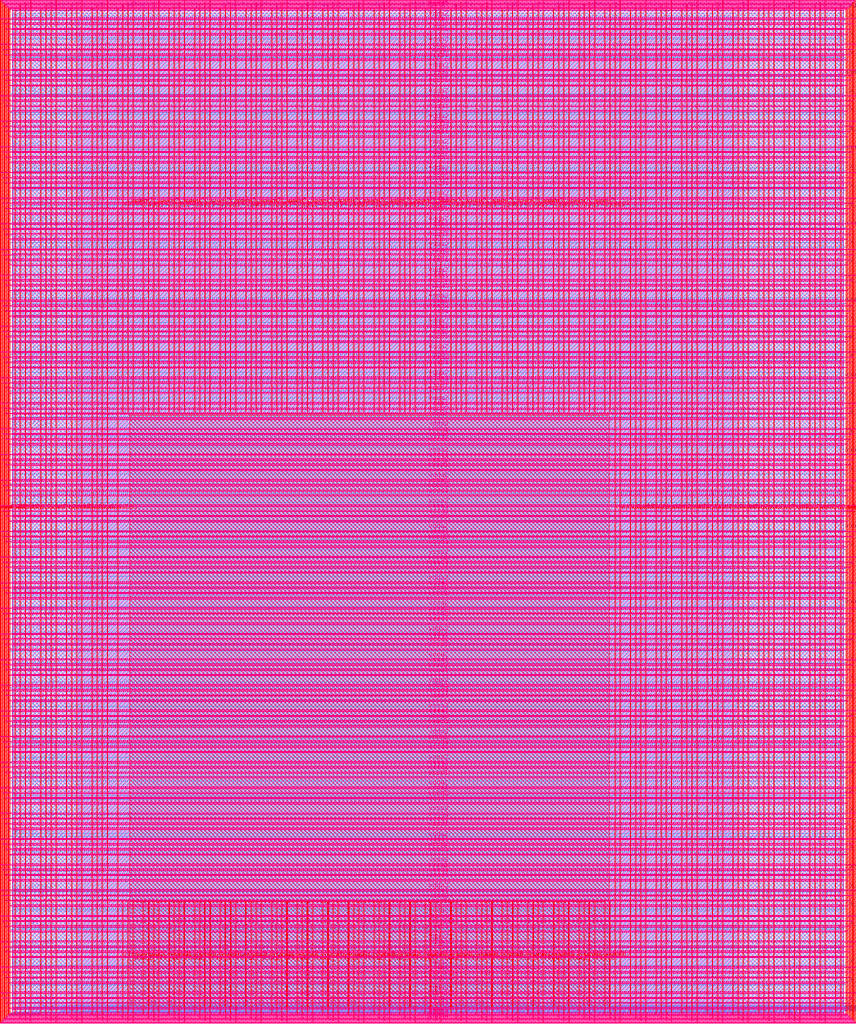
<source format=lef>
VERSION 5.7 ;
  NOWIREEXTENSIONATPIN ON ;
  DIVIDERCHAR "/" ;
  BUSBITCHARS "[]" ;
MACRO user_project_wrapper
  CLASS BLOCK ;
  FOREIGN user_project_wrapper ;
  ORIGIN 0.000 0.000 ;
  SIZE 2920.000 BY 3520.000 ;
  PIN analog_io[0]
    DIRECTION INOUT ;
    USE SIGNAL ;
    PORT
      LAYER met3 ;
        RECT 2917.600 1426.380 2924.800 1427.580 ;
    END
  END analog_io[0]
  PIN analog_io[10]
    DIRECTION INOUT ;
    USE SIGNAL ;
    PORT
      LAYER met2 ;
        RECT 2230.490 3517.600 2231.050 3524.800 ;
    END
  END analog_io[10]
  PIN analog_io[11]
    DIRECTION INOUT ;
    USE SIGNAL ;
    PORT
      LAYER met2 ;
        RECT 1905.730 3517.600 1906.290 3524.800 ;
    END
  END analog_io[11]
  PIN analog_io[12]
    DIRECTION INOUT ;
    USE SIGNAL ;
    PORT
      LAYER met2 ;
        RECT 1581.430 3517.600 1581.990 3524.800 ;
    END
  END analog_io[12]
  PIN analog_io[13]
    DIRECTION INOUT ;
    USE SIGNAL ;
    PORT
      LAYER met2 ;
        RECT 1257.130 3517.600 1257.690 3524.800 ;
    END
  END analog_io[13]
  PIN analog_io[14]
    DIRECTION INOUT ;
    USE SIGNAL ;
    PORT
      LAYER met2 ;
        RECT 932.370 3517.600 932.930 3524.800 ;
    END
  END analog_io[14]
  PIN analog_io[15]
    DIRECTION INOUT ;
    USE SIGNAL ;
    PORT
      LAYER met2 ;
        RECT 608.070 3517.600 608.630 3524.800 ;
    END
  END analog_io[15]
  PIN analog_io[16]
    DIRECTION INOUT ;
    USE SIGNAL ;
    PORT
      LAYER met2 ;
        RECT 283.770 3517.600 284.330 3524.800 ;
    END
  END analog_io[16]
  PIN analog_io[17]
    DIRECTION INOUT ;
    USE SIGNAL ;
    PORT
      LAYER met3 ;
        RECT -4.800 3486.100 2.400 3487.300 ;
    END
  END analog_io[17]
  PIN analog_io[18]
    DIRECTION INOUT ;
    USE SIGNAL ;
    PORT
      LAYER met3 ;
        RECT -4.800 3224.980 2.400 3226.180 ;
    END
  END analog_io[18]
  PIN analog_io[19]
    DIRECTION INOUT ;
    USE SIGNAL ;
    PORT
      LAYER met3 ;
        RECT -4.800 2964.540 2.400 2965.740 ;
    END
  END analog_io[19]
  PIN analog_io[1]
    DIRECTION INOUT ;
    USE SIGNAL ;
    PORT
      LAYER met3 ;
        RECT 2917.600 1692.260 2924.800 1693.460 ;
    END
  END analog_io[1]
  PIN analog_io[20]
    DIRECTION INOUT ;
    USE SIGNAL ;
    PORT
      LAYER met3 ;
        RECT -4.800 2703.420 2.400 2704.620 ;
    END
  END analog_io[20]
  PIN analog_io[21]
    DIRECTION INOUT ;
    USE SIGNAL ;
    PORT
      LAYER met3 ;
        RECT -4.800 2442.980 2.400 2444.180 ;
    END
  END analog_io[21]
  PIN analog_io[22]
    DIRECTION INOUT ;
    USE SIGNAL ;
    PORT
      LAYER met3 ;
        RECT -4.800 2182.540 2.400 2183.740 ;
    END
  END analog_io[22]
  PIN analog_io[23]
    DIRECTION INOUT ;
    USE SIGNAL ;
    PORT
      LAYER met3 ;
        RECT -4.800 1921.420 2.400 1922.620 ;
    END
  END analog_io[23]
  PIN analog_io[24]
    DIRECTION INOUT ;
    USE SIGNAL ;
    PORT
      LAYER met3 ;
        RECT -4.800 1660.980 2.400 1662.180 ;
    END
  END analog_io[24]
  PIN analog_io[25]
    DIRECTION INOUT ;
    USE SIGNAL ;
    PORT
      LAYER met3 ;
        RECT -4.800 1399.860 2.400 1401.060 ;
    END
  END analog_io[25]
  PIN analog_io[26]
    DIRECTION INOUT ;
    USE SIGNAL ;
    PORT
      LAYER met3 ;
        RECT -4.800 1139.420 2.400 1140.620 ;
    END
  END analog_io[26]
  PIN analog_io[27]
    DIRECTION INOUT ;
    USE SIGNAL ;
    PORT
      LAYER met3 ;
        RECT -4.800 878.980 2.400 880.180 ;
    END
  END analog_io[27]
  PIN analog_io[28]
    DIRECTION INOUT ;
    USE SIGNAL ;
    PORT
      LAYER met3 ;
        RECT -4.800 617.860 2.400 619.060 ;
    END
  END analog_io[28]
  PIN analog_io[2]
    DIRECTION INOUT ;
    USE SIGNAL ;
    PORT
      LAYER met3 ;
        RECT 2917.600 1958.140 2924.800 1959.340 ;
    END
  END analog_io[2]
  PIN analog_io[3]
    DIRECTION INOUT ;
    USE SIGNAL ;
    PORT
      LAYER met3 ;
        RECT 2917.600 2223.340 2924.800 2224.540 ;
    END
  END analog_io[3]
  PIN analog_io[4]
    DIRECTION INOUT ;
    USE SIGNAL ;
    PORT
      LAYER met3 ;
        RECT 2917.600 2489.220 2924.800 2490.420 ;
    END
  END analog_io[4]
  PIN analog_io[5]
    DIRECTION INOUT ;
    USE SIGNAL ;
    PORT
      LAYER met3 ;
        RECT 2917.600 2755.100 2924.800 2756.300 ;
    END
  END analog_io[5]
  PIN analog_io[6]
    DIRECTION INOUT ;
    USE SIGNAL ;
    PORT
      LAYER met3 ;
        RECT 2917.600 3020.300 2924.800 3021.500 ;
    END
  END analog_io[6]
  PIN analog_io[7]
    DIRECTION INOUT ;
    USE SIGNAL ;
    PORT
      LAYER met3 ;
        RECT 2917.600 3286.180 2924.800 3287.380 ;
    END
  END analog_io[7]
  PIN analog_io[8]
    DIRECTION INOUT ;
    USE SIGNAL ;
    PORT
      LAYER met2 ;
        RECT 2879.090 3517.600 2879.650 3524.800 ;
    END
  END analog_io[8]
  PIN analog_io[9]
    DIRECTION INOUT ;
    USE SIGNAL ;
    PORT
      LAYER met2 ;
        RECT 2554.790 3517.600 2555.350 3524.800 ;
    END
  END analog_io[9]
  PIN io_in[0]
    DIRECTION INPUT ;
    USE SIGNAL ;
    PORT
      LAYER met3 ;
        RECT 2917.600 32.380 2924.800 33.580 ;
    END
  END io_in[0]
  PIN io_in[10]
    DIRECTION INPUT ;
    USE SIGNAL ;
    PORT
      LAYER met3 ;
        RECT 2917.600 2289.980 2924.800 2291.180 ;
    END
  END io_in[10]
  PIN io_in[11]
    DIRECTION INPUT ;
    USE SIGNAL ;
    PORT
      LAYER met3 ;
        RECT 2917.600 2555.860 2924.800 2557.060 ;
    END
  END io_in[11]
  PIN io_in[12]
    DIRECTION INPUT ;
    USE SIGNAL ;
    PORT
      LAYER met3 ;
        RECT 2917.600 2821.060 2924.800 2822.260 ;
    END
  END io_in[12]
  PIN io_in[13]
    DIRECTION INPUT ;
    USE SIGNAL ;
    PORT
      LAYER met3 ;
        RECT 2917.600 3086.940 2924.800 3088.140 ;
    END
  END io_in[13]
  PIN io_in[14]
    DIRECTION INPUT ;
    USE SIGNAL ;
    PORT
      LAYER met3 ;
        RECT 2917.600 3352.820 2924.800 3354.020 ;
    END
  END io_in[14]
  PIN io_in[15]
    DIRECTION INPUT ;
    USE SIGNAL ;
    PORT
      LAYER met2 ;
        RECT 2798.130 3517.600 2798.690 3524.800 ;
    END
  END io_in[15]
  PIN io_in[16]
    DIRECTION INPUT ;
    USE SIGNAL ;
    PORT
      LAYER met2 ;
        RECT 2473.830 3517.600 2474.390 3524.800 ;
    END
  END io_in[16]
  PIN io_in[17]
    DIRECTION INPUT ;
    USE SIGNAL ;
    PORT
      LAYER met2 ;
        RECT 2149.070 3517.600 2149.630 3524.800 ;
    END
  END io_in[17]
  PIN io_in[18]
    DIRECTION INPUT ;
    USE SIGNAL ;
    PORT
      LAYER met2 ;
        RECT 1824.770 3517.600 1825.330 3524.800 ;
    END
  END io_in[18]
  PIN io_in[19]
    DIRECTION INPUT ;
    USE SIGNAL ;
    PORT
      LAYER met2 ;
        RECT 1500.470 3517.600 1501.030 3524.800 ;
    END
  END io_in[19]
  PIN io_in[1]
    DIRECTION INPUT ;
    USE SIGNAL ;
    PORT
      LAYER met3 ;
        RECT 2917.600 230.940 2924.800 232.140 ;
    END
  END io_in[1]
  PIN io_in[20]
    DIRECTION INPUT ;
    USE SIGNAL ;
    PORT
      LAYER met2 ;
        RECT 1175.710 3517.600 1176.270 3524.800 ;
    END
  END io_in[20]
  PIN io_in[21]
    DIRECTION INPUT ;
    USE SIGNAL ;
    PORT
      LAYER met2 ;
        RECT 851.410 3517.600 851.970 3524.800 ;
    END
  END io_in[21]
  PIN io_in[22]
    DIRECTION INPUT ;
    USE SIGNAL ;
    PORT
      LAYER met2 ;
        RECT 527.110 3517.600 527.670 3524.800 ;
    END
  END io_in[22]
  PIN io_in[23]
    DIRECTION INPUT ;
    USE SIGNAL ;
    PORT
      LAYER met2 ;
        RECT 202.350 3517.600 202.910 3524.800 ;
    END
  END io_in[23]
  PIN io_in[24]
    DIRECTION INPUT ;
    USE SIGNAL ;
    PORT
      LAYER met3 ;
        RECT -4.800 3420.820 2.400 3422.020 ;
    END
  END io_in[24]
  PIN io_in[25]
    DIRECTION INPUT ;
    USE SIGNAL ;
    PORT
      LAYER met3 ;
        RECT -4.800 3159.700 2.400 3160.900 ;
    END
  END io_in[25]
  PIN io_in[26]
    DIRECTION INPUT ;
    USE SIGNAL ;
    PORT
      LAYER met3 ;
        RECT -4.800 2899.260 2.400 2900.460 ;
    END
  END io_in[26]
  PIN io_in[27]
    DIRECTION INPUT ;
    USE SIGNAL ;
    PORT
      LAYER met3 ;
        RECT -4.800 2638.820 2.400 2640.020 ;
    END
  END io_in[27]
  PIN io_in[28]
    DIRECTION INPUT ;
    USE SIGNAL ;
    PORT
      LAYER met3 ;
        RECT -4.800 2377.700 2.400 2378.900 ;
    END
  END io_in[28]
  PIN io_in[29]
    DIRECTION INPUT ;
    USE SIGNAL ;
    PORT
      LAYER met3 ;
        RECT -4.800 2117.260 2.400 2118.460 ;
    END
  END io_in[29]
  PIN io_in[2]
    DIRECTION INPUT ;
    USE SIGNAL ;
    PORT
      LAYER met3 ;
        RECT 2917.600 430.180 2924.800 431.380 ;
    END
  END io_in[2]
  PIN io_in[30]
    DIRECTION INPUT ;
    USE SIGNAL ;
    PORT
      LAYER met3 ;
        RECT -4.800 1856.140 2.400 1857.340 ;
    END
  END io_in[30]
  PIN io_in[31]
    DIRECTION INPUT ;
    USE SIGNAL ;
    PORT
      LAYER met3 ;
        RECT -4.800 1595.700 2.400 1596.900 ;
    END
  END io_in[31]
  PIN io_in[32]
    DIRECTION INPUT ;
    USE SIGNAL ;
    PORT
      LAYER met3 ;
        RECT -4.800 1335.260 2.400 1336.460 ;
    END
  END io_in[32]
  PIN io_in[33]
    DIRECTION INPUT ;
    USE SIGNAL ;
    PORT
      LAYER met3 ;
        RECT -4.800 1074.140 2.400 1075.340 ;
    END
  END io_in[33]
  PIN io_in[34]
    DIRECTION INPUT ;
    USE SIGNAL ;
    PORT
      LAYER met3 ;
        RECT -4.800 813.700 2.400 814.900 ;
    END
  END io_in[34]
  PIN io_in[35]
    DIRECTION INPUT ;
    USE SIGNAL ;
    PORT
      LAYER met3 ;
        RECT -4.800 552.580 2.400 553.780 ;
    END
  END io_in[35]
  PIN io_in[36]
    DIRECTION INPUT ;
    USE SIGNAL ;
    PORT
      LAYER met3 ;
        RECT -4.800 357.420 2.400 358.620 ;
    END
  END io_in[36]
  PIN io_in[37]
    DIRECTION INPUT ;
    USE SIGNAL ;
    PORT
      LAYER met3 ;
        RECT -4.800 161.580 2.400 162.780 ;
    END
  END io_in[37]
  PIN io_in[3]
    DIRECTION INPUT ;
    USE SIGNAL ;
    PORT
      LAYER met3 ;
        RECT 2917.600 629.420 2924.800 630.620 ;
    END
  END io_in[3]
  PIN io_in[4]
    DIRECTION INPUT ;
    USE SIGNAL ;
    PORT
      LAYER met3 ;
        RECT 2917.600 828.660 2924.800 829.860 ;
    END
  END io_in[4]
  PIN io_in[5]
    DIRECTION INPUT ;
    USE SIGNAL ;
    PORT
      LAYER met3 ;
        RECT 2917.600 1027.900 2924.800 1029.100 ;
    END
  END io_in[5]
  PIN io_in[6]
    DIRECTION INPUT ;
    USE SIGNAL ;
    PORT
      LAYER met3 ;
        RECT 2917.600 1227.140 2924.800 1228.340 ;
    END
  END io_in[6]
  PIN io_in[7]
    DIRECTION INPUT ;
    USE SIGNAL ;
    PORT
      LAYER met3 ;
        RECT 2917.600 1493.020 2924.800 1494.220 ;
    END
  END io_in[7]
  PIN io_in[8]
    DIRECTION INPUT ;
    USE SIGNAL ;
    PORT
      LAYER met3 ;
        RECT 2917.600 1758.900 2924.800 1760.100 ;
    END
  END io_in[8]
  PIN io_in[9]
    DIRECTION INPUT ;
    USE SIGNAL ;
    PORT
      LAYER met3 ;
        RECT 2917.600 2024.100 2924.800 2025.300 ;
    END
  END io_in[9]
  PIN io_oeb[0]
    DIRECTION OUTPUT TRISTATE ;
    USE SIGNAL ;
    PORT
      LAYER met3 ;
        RECT 2917.600 164.980 2924.800 166.180 ;
    END
  END io_oeb[0]
  PIN io_oeb[10]
    DIRECTION OUTPUT TRISTATE ;
    USE SIGNAL ;
    PORT
      LAYER met3 ;
        RECT 2917.600 2422.580 2924.800 2423.780 ;
    END
  END io_oeb[10]
  PIN io_oeb[11]
    DIRECTION OUTPUT TRISTATE ;
    USE SIGNAL ;
    PORT
      LAYER met3 ;
        RECT 2917.600 2688.460 2924.800 2689.660 ;
    END
  END io_oeb[11]
  PIN io_oeb[12]
    DIRECTION OUTPUT TRISTATE ;
    USE SIGNAL ;
    PORT
      LAYER met3 ;
        RECT 2917.600 2954.340 2924.800 2955.540 ;
    END
  END io_oeb[12]
  PIN io_oeb[13]
    DIRECTION OUTPUT TRISTATE ;
    USE SIGNAL ;
    PORT
      LAYER met3 ;
        RECT 2917.600 3219.540 2924.800 3220.740 ;
    END
  END io_oeb[13]
  PIN io_oeb[14]
    DIRECTION OUTPUT TRISTATE ;
    USE SIGNAL ;
    PORT
      LAYER met3 ;
        RECT 2917.600 3485.420 2924.800 3486.620 ;
    END
  END io_oeb[14]
  PIN io_oeb[15]
    DIRECTION OUTPUT TRISTATE ;
    USE SIGNAL ;
    PORT
      LAYER met2 ;
        RECT 2635.750 3517.600 2636.310 3524.800 ;
    END
  END io_oeb[15]
  PIN io_oeb[16]
    DIRECTION OUTPUT TRISTATE ;
    USE SIGNAL ;
    PORT
      LAYER met2 ;
        RECT 2311.450 3517.600 2312.010 3524.800 ;
    END
  END io_oeb[16]
  PIN io_oeb[17]
    DIRECTION OUTPUT TRISTATE ;
    USE SIGNAL ;
    PORT
      LAYER met2 ;
        RECT 1987.150 3517.600 1987.710 3524.800 ;
    END
  END io_oeb[17]
  PIN io_oeb[18]
    DIRECTION OUTPUT TRISTATE ;
    USE SIGNAL ;
    PORT
      LAYER met2 ;
        RECT 1662.390 3517.600 1662.950 3524.800 ;
    END
  END io_oeb[18]
  PIN io_oeb[19]
    DIRECTION OUTPUT TRISTATE ;
    USE SIGNAL ;
    PORT
      LAYER met2 ;
        RECT 1338.090 3517.600 1338.650 3524.800 ;
    END
  END io_oeb[19]
  PIN io_oeb[1]
    DIRECTION OUTPUT TRISTATE ;
    USE SIGNAL ;
    PORT
      LAYER met3 ;
        RECT 2917.600 364.220 2924.800 365.420 ;
    END
  END io_oeb[1]
  PIN io_oeb[20]
    DIRECTION OUTPUT TRISTATE ;
    USE SIGNAL ;
    PORT
      LAYER met2 ;
        RECT 1013.790 3517.600 1014.350 3524.800 ;
    END
  END io_oeb[20]
  PIN io_oeb[21]
    DIRECTION OUTPUT TRISTATE ;
    USE SIGNAL ;
    PORT
      LAYER met2 ;
        RECT 689.030 3517.600 689.590 3524.800 ;
    END
  END io_oeb[21]
  PIN io_oeb[22]
    DIRECTION OUTPUT TRISTATE ;
    USE SIGNAL ;
    PORT
      LAYER met2 ;
        RECT 364.730 3517.600 365.290 3524.800 ;
    END
  END io_oeb[22]
  PIN io_oeb[23]
    DIRECTION OUTPUT TRISTATE ;
    USE SIGNAL ;
    PORT
      LAYER met2 ;
        RECT 40.430 3517.600 40.990 3524.800 ;
    END
  END io_oeb[23]
  PIN io_oeb[24]
    DIRECTION OUTPUT TRISTATE ;
    USE SIGNAL ;
    PORT
      LAYER met3 ;
        RECT -4.800 3290.260 2.400 3291.460 ;
    END
  END io_oeb[24]
  PIN io_oeb[25]
    DIRECTION OUTPUT TRISTATE ;
    USE SIGNAL ;
    PORT
      LAYER met3 ;
        RECT -4.800 3029.820 2.400 3031.020 ;
    END
  END io_oeb[25]
  PIN io_oeb[26]
    DIRECTION OUTPUT TRISTATE ;
    USE SIGNAL ;
    PORT
      LAYER met3 ;
        RECT -4.800 2768.700 2.400 2769.900 ;
    END
  END io_oeb[26]
  PIN io_oeb[27]
    DIRECTION OUTPUT TRISTATE ;
    USE SIGNAL ;
    PORT
      LAYER met3 ;
        RECT -4.800 2508.260 2.400 2509.460 ;
    END
  END io_oeb[27]
  PIN io_oeb[28]
    DIRECTION OUTPUT TRISTATE ;
    USE SIGNAL ;
    PORT
      LAYER met3 ;
        RECT -4.800 2247.140 2.400 2248.340 ;
    END
  END io_oeb[28]
  PIN io_oeb[29]
    DIRECTION OUTPUT TRISTATE ;
    USE SIGNAL ;
    PORT
      LAYER met3 ;
        RECT -4.800 1986.700 2.400 1987.900 ;
    END
  END io_oeb[29]
  PIN io_oeb[2]
    DIRECTION OUTPUT TRISTATE ;
    USE SIGNAL ;
    PORT
      LAYER met3 ;
        RECT 2917.600 563.460 2924.800 564.660 ;
    END
  END io_oeb[2]
  PIN io_oeb[30]
    DIRECTION OUTPUT TRISTATE ;
    USE SIGNAL ;
    PORT
      LAYER met3 ;
        RECT -4.800 1726.260 2.400 1727.460 ;
    END
  END io_oeb[30]
  PIN io_oeb[31]
    DIRECTION OUTPUT TRISTATE ;
    USE SIGNAL ;
    PORT
      LAYER met3 ;
        RECT -4.800 1465.140 2.400 1466.340 ;
    END
  END io_oeb[31]
  PIN io_oeb[32]
    DIRECTION OUTPUT TRISTATE ;
    USE SIGNAL ;
    PORT
      LAYER met3 ;
        RECT -4.800 1204.700 2.400 1205.900 ;
    END
  END io_oeb[32]
  PIN io_oeb[33]
    DIRECTION OUTPUT TRISTATE ;
    USE SIGNAL ;
    PORT
      LAYER met3 ;
        RECT -4.800 943.580 2.400 944.780 ;
    END
  END io_oeb[33]
  PIN io_oeb[34]
    DIRECTION OUTPUT TRISTATE ;
    USE SIGNAL ;
    PORT
      LAYER met3 ;
        RECT -4.800 683.140 2.400 684.340 ;
    END
  END io_oeb[34]
  PIN io_oeb[35]
    DIRECTION OUTPUT TRISTATE ;
    USE SIGNAL ;
    PORT
      LAYER met3 ;
        RECT -4.800 422.700 2.400 423.900 ;
    END
  END io_oeb[35]
  PIN io_oeb[36]
    DIRECTION OUTPUT TRISTATE ;
    USE SIGNAL ;
    PORT
      LAYER met3 ;
        RECT -4.800 226.860 2.400 228.060 ;
    END
  END io_oeb[36]
  PIN io_oeb[37]
    DIRECTION OUTPUT TRISTATE ;
    USE SIGNAL ;
    PORT
      LAYER met3 ;
        RECT -4.800 31.700 2.400 32.900 ;
    END
  END io_oeb[37]
  PIN io_oeb[3]
    DIRECTION OUTPUT TRISTATE ;
    USE SIGNAL ;
    PORT
      LAYER met3 ;
        RECT 2917.600 762.700 2924.800 763.900 ;
    END
  END io_oeb[3]
  PIN io_oeb[4]
    DIRECTION OUTPUT TRISTATE ;
    USE SIGNAL ;
    PORT
      LAYER met3 ;
        RECT 2917.600 961.940 2924.800 963.140 ;
    END
  END io_oeb[4]
  PIN io_oeb[5]
    DIRECTION OUTPUT TRISTATE ;
    USE SIGNAL ;
    PORT
      LAYER met3 ;
        RECT 2917.600 1161.180 2924.800 1162.380 ;
    END
  END io_oeb[5]
  PIN io_oeb[6]
    DIRECTION OUTPUT TRISTATE ;
    USE SIGNAL ;
    PORT
      LAYER met3 ;
        RECT 2917.600 1360.420 2924.800 1361.620 ;
    END
  END io_oeb[6]
  PIN io_oeb[7]
    DIRECTION OUTPUT TRISTATE ;
    USE SIGNAL ;
    PORT
      LAYER met3 ;
        RECT 2917.600 1625.620 2924.800 1626.820 ;
    END
  END io_oeb[7]
  PIN io_oeb[8]
    DIRECTION OUTPUT TRISTATE ;
    USE SIGNAL ;
    PORT
      LAYER met3 ;
        RECT 2917.600 1891.500 2924.800 1892.700 ;
    END
  END io_oeb[8]
  PIN io_oeb[9]
    DIRECTION OUTPUT TRISTATE ;
    USE SIGNAL ;
    PORT
      LAYER met3 ;
        RECT 2917.600 2157.380 2924.800 2158.580 ;
    END
  END io_oeb[9]
  PIN io_out[0]
    DIRECTION OUTPUT TRISTATE ;
    USE SIGNAL ;
    PORT
      LAYER met3 ;
        RECT 2917.600 98.340 2924.800 99.540 ;
    END
  END io_out[0]
  PIN io_out[10]
    DIRECTION OUTPUT TRISTATE ;
    USE SIGNAL ;
    PORT
      LAYER met3 ;
        RECT 2917.600 2356.620 2924.800 2357.820 ;
    END
  END io_out[10]
  PIN io_out[11]
    DIRECTION OUTPUT TRISTATE ;
    USE SIGNAL ;
    PORT
      LAYER met3 ;
        RECT 2917.600 2621.820 2924.800 2623.020 ;
    END
  END io_out[11]
  PIN io_out[12]
    DIRECTION OUTPUT TRISTATE ;
    USE SIGNAL ;
    PORT
      LAYER met3 ;
        RECT 2917.600 2887.700 2924.800 2888.900 ;
    END
  END io_out[12]
  PIN io_out[13]
    DIRECTION OUTPUT TRISTATE ;
    USE SIGNAL ;
    PORT
      LAYER met3 ;
        RECT 2917.600 3153.580 2924.800 3154.780 ;
    END
  END io_out[13]
  PIN io_out[14]
    DIRECTION OUTPUT TRISTATE ;
    USE SIGNAL ;
    PORT
      LAYER met3 ;
        RECT 2917.600 3418.780 2924.800 3419.980 ;
    END
  END io_out[14]
  PIN io_out[15]
    DIRECTION OUTPUT TRISTATE ;
    USE SIGNAL ;
    PORT
      LAYER met2 ;
        RECT 2717.170 3517.600 2717.730 3524.800 ;
    END
  END io_out[15]
  PIN io_out[16]
    DIRECTION OUTPUT TRISTATE ;
    USE SIGNAL ;
    PORT
      LAYER met2 ;
        RECT 2392.410 3517.600 2392.970 3524.800 ;
    END
  END io_out[16]
  PIN io_out[17]
    DIRECTION OUTPUT TRISTATE ;
    USE SIGNAL ;
    PORT
      LAYER met2 ;
        RECT 2068.110 3517.600 2068.670 3524.800 ;
    END
  END io_out[17]
  PIN io_out[18]
    DIRECTION OUTPUT TRISTATE ;
    USE SIGNAL ;
    PORT
      LAYER met2 ;
        RECT 1743.810 3517.600 1744.370 3524.800 ;
    END
  END io_out[18]
  PIN io_out[19]
    DIRECTION OUTPUT TRISTATE ;
    USE SIGNAL ;
    PORT
      LAYER met2 ;
        RECT 1419.050 3517.600 1419.610 3524.800 ;
    END
  END io_out[19]
  PIN io_out[1]
    DIRECTION OUTPUT TRISTATE ;
    USE SIGNAL ;
    PORT
      LAYER met3 ;
        RECT 2917.600 297.580 2924.800 298.780 ;
    END
  END io_out[1]
  PIN io_out[20]
    DIRECTION OUTPUT TRISTATE ;
    USE SIGNAL ;
    PORT
      LAYER met2 ;
        RECT 1094.750 3517.600 1095.310 3524.800 ;
    END
  END io_out[20]
  PIN io_out[21]
    DIRECTION OUTPUT TRISTATE ;
    USE SIGNAL ;
    PORT
      LAYER met2 ;
        RECT 770.450 3517.600 771.010 3524.800 ;
    END
  END io_out[21]
  PIN io_out[22]
    DIRECTION OUTPUT TRISTATE ;
    USE SIGNAL ;
    PORT
      LAYER met2 ;
        RECT 445.690 3517.600 446.250 3524.800 ;
    END
  END io_out[22]
  PIN io_out[23]
    DIRECTION OUTPUT TRISTATE ;
    USE SIGNAL ;
    PORT
      LAYER met2 ;
        RECT 121.390 3517.600 121.950 3524.800 ;
    END
  END io_out[23]
  PIN io_out[24]
    DIRECTION OUTPUT TRISTATE ;
    USE SIGNAL ;
    PORT
      LAYER met3 ;
        RECT -4.800 3355.540 2.400 3356.740 ;
    END
  END io_out[24]
  PIN io_out[25]
    DIRECTION OUTPUT TRISTATE ;
    USE SIGNAL ;
    PORT
      LAYER met3 ;
        RECT -4.800 3095.100 2.400 3096.300 ;
    END
  END io_out[25]
  PIN io_out[26]
    DIRECTION OUTPUT TRISTATE ;
    USE SIGNAL ;
    PORT
      LAYER met3 ;
        RECT -4.800 2833.980 2.400 2835.180 ;
    END
  END io_out[26]
  PIN io_out[27]
    DIRECTION OUTPUT TRISTATE ;
    USE SIGNAL ;
    PORT
      LAYER met3 ;
        RECT -4.800 2573.540 2.400 2574.740 ;
    END
  END io_out[27]
  PIN io_out[28]
    DIRECTION OUTPUT TRISTATE ;
    USE SIGNAL ;
    PORT
      LAYER met3 ;
        RECT -4.800 2312.420 2.400 2313.620 ;
    END
  END io_out[28]
  PIN io_out[29]
    DIRECTION OUTPUT TRISTATE ;
    USE SIGNAL ;
    PORT
      LAYER met3 ;
        RECT -4.800 2051.980 2.400 2053.180 ;
    END
  END io_out[29]
  PIN io_out[2]
    DIRECTION OUTPUT TRISTATE ;
    USE SIGNAL ;
    PORT
      LAYER met3 ;
        RECT 2917.600 496.820 2924.800 498.020 ;
    END
  END io_out[2]
  PIN io_out[30]
    DIRECTION OUTPUT TRISTATE ;
    USE SIGNAL ;
    PORT
      LAYER met3 ;
        RECT -4.800 1791.540 2.400 1792.740 ;
    END
  END io_out[30]
  PIN io_out[31]
    DIRECTION OUTPUT TRISTATE ;
    USE SIGNAL ;
    PORT
      LAYER met3 ;
        RECT -4.800 1530.420 2.400 1531.620 ;
    END
  END io_out[31]
  PIN io_out[32]
    DIRECTION OUTPUT TRISTATE ;
    USE SIGNAL ;
    PORT
      LAYER met3 ;
        RECT -4.800 1269.980 2.400 1271.180 ;
    END
  END io_out[32]
  PIN io_out[33]
    DIRECTION OUTPUT TRISTATE ;
    USE SIGNAL ;
    PORT
      LAYER met3 ;
        RECT -4.800 1008.860 2.400 1010.060 ;
    END
  END io_out[33]
  PIN io_out[34]
    DIRECTION OUTPUT TRISTATE ;
    USE SIGNAL ;
    PORT
      LAYER met3 ;
        RECT -4.800 748.420 2.400 749.620 ;
    END
  END io_out[34]
  PIN io_out[35]
    DIRECTION OUTPUT TRISTATE ;
    USE SIGNAL ;
    PORT
      LAYER met3 ;
        RECT -4.800 487.300 2.400 488.500 ;
    END
  END io_out[35]
  PIN io_out[36]
    DIRECTION OUTPUT TRISTATE ;
    USE SIGNAL ;
    PORT
      LAYER met3 ;
        RECT -4.800 292.140 2.400 293.340 ;
    END
  END io_out[36]
  PIN io_out[37]
    DIRECTION OUTPUT TRISTATE ;
    USE SIGNAL ;
    PORT
      LAYER met3 ;
        RECT -4.800 96.300 2.400 97.500 ;
    END
  END io_out[37]
  PIN io_out[3]
    DIRECTION OUTPUT TRISTATE ;
    USE SIGNAL ;
    PORT
      LAYER met3 ;
        RECT 2917.600 696.060 2924.800 697.260 ;
    END
  END io_out[3]
  PIN io_out[4]
    DIRECTION OUTPUT TRISTATE ;
    USE SIGNAL ;
    PORT
      LAYER met3 ;
        RECT 2917.600 895.300 2924.800 896.500 ;
    END
  END io_out[4]
  PIN io_out[5]
    DIRECTION OUTPUT TRISTATE ;
    USE SIGNAL ;
    PORT
      LAYER met3 ;
        RECT 2917.600 1094.540 2924.800 1095.740 ;
    END
  END io_out[5]
  PIN io_out[6]
    DIRECTION OUTPUT TRISTATE ;
    USE SIGNAL ;
    PORT
      LAYER met3 ;
        RECT 2917.600 1293.780 2924.800 1294.980 ;
    END
  END io_out[6]
  PIN io_out[7]
    DIRECTION OUTPUT TRISTATE ;
    USE SIGNAL ;
    PORT
      LAYER met3 ;
        RECT 2917.600 1559.660 2924.800 1560.860 ;
    END
  END io_out[7]
  PIN io_out[8]
    DIRECTION OUTPUT TRISTATE ;
    USE SIGNAL ;
    PORT
      LAYER met3 ;
        RECT 2917.600 1824.860 2924.800 1826.060 ;
    END
  END io_out[8]
  PIN io_out[9]
    DIRECTION OUTPUT TRISTATE ;
    USE SIGNAL ;
    PORT
      LAYER met3 ;
        RECT 2917.600 2090.740 2924.800 2091.940 ;
    END
  END io_out[9]
  PIN la_data_in[0]
    DIRECTION INPUT ;
    USE SIGNAL ;
    PORT
      LAYER met2 ;
        RECT 629.230 -4.800 629.790 2.400 ;
    END
  END la_data_in[0]
  PIN la_data_in[100]
    DIRECTION INPUT ;
    USE SIGNAL ;
    PORT
      LAYER met2 ;
        RECT 2402.530 -4.800 2403.090 2.400 ;
    END
  END la_data_in[100]
  PIN la_data_in[101]
    DIRECTION INPUT ;
    USE SIGNAL ;
    PORT
      LAYER met2 ;
        RECT 2420.010 -4.800 2420.570 2.400 ;
    END
  END la_data_in[101]
  PIN la_data_in[102]
    DIRECTION INPUT ;
    USE SIGNAL ;
    PORT
      LAYER met2 ;
        RECT 2437.950 -4.800 2438.510 2.400 ;
    END
  END la_data_in[102]
  PIN la_data_in[103]
    DIRECTION INPUT ;
    USE SIGNAL ;
    PORT
      LAYER met2 ;
        RECT 2455.430 -4.800 2455.990 2.400 ;
    END
  END la_data_in[103]
  PIN la_data_in[104]
    DIRECTION INPUT ;
    USE SIGNAL ;
    PORT
      LAYER met2 ;
        RECT 2473.370 -4.800 2473.930 2.400 ;
    END
  END la_data_in[104]
  PIN la_data_in[105]
    DIRECTION INPUT ;
    USE SIGNAL ;
    PORT
      LAYER met2 ;
        RECT 2490.850 -4.800 2491.410 2.400 ;
    END
  END la_data_in[105]
  PIN la_data_in[106]
    DIRECTION INPUT ;
    USE SIGNAL ;
    PORT
      LAYER met2 ;
        RECT 2508.790 -4.800 2509.350 2.400 ;
    END
  END la_data_in[106]
  PIN la_data_in[107]
    DIRECTION INPUT ;
    USE SIGNAL ;
    PORT
      LAYER met2 ;
        RECT 2526.730 -4.800 2527.290 2.400 ;
    END
  END la_data_in[107]
  PIN la_data_in[108]
    DIRECTION INPUT ;
    USE SIGNAL ;
    PORT
      LAYER met2 ;
        RECT 2544.210 -4.800 2544.770 2.400 ;
    END
  END la_data_in[108]
  PIN la_data_in[109]
    DIRECTION INPUT ;
    USE SIGNAL ;
    PORT
      LAYER met2 ;
        RECT 2562.150 -4.800 2562.710 2.400 ;
    END
  END la_data_in[109]
  PIN la_data_in[10]
    DIRECTION INPUT ;
    USE SIGNAL ;
    PORT
      LAYER met2 ;
        RECT 806.330 -4.800 806.890 2.400 ;
    END
  END la_data_in[10]
  PIN la_data_in[110]
    DIRECTION INPUT ;
    USE SIGNAL ;
    PORT
      LAYER met2 ;
        RECT 2579.630 -4.800 2580.190 2.400 ;
    END
  END la_data_in[110]
  PIN la_data_in[111]
    DIRECTION INPUT ;
    USE SIGNAL ;
    PORT
      LAYER met2 ;
        RECT 2597.570 -4.800 2598.130 2.400 ;
    END
  END la_data_in[111]
  PIN la_data_in[112]
    DIRECTION INPUT ;
    USE SIGNAL ;
    PORT
      LAYER met2 ;
        RECT 2615.050 -4.800 2615.610 2.400 ;
    END
  END la_data_in[112]
  PIN la_data_in[113]
    DIRECTION INPUT ;
    USE SIGNAL ;
    PORT
      LAYER met2 ;
        RECT 2632.990 -4.800 2633.550 2.400 ;
    END
  END la_data_in[113]
  PIN la_data_in[114]
    DIRECTION INPUT ;
    USE SIGNAL ;
    PORT
      LAYER met2 ;
        RECT 2650.470 -4.800 2651.030 2.400 ;
    END
  END la_data_in[114]
  PIN la_data_in[115]
    DIRECTION INPUT ;
    USE SIGNAL ;
    PORT
      LAYER met2 ;
        RECT 2668.410 -4.800 2668.970 2.400 ;
    END
  END la_data_in[115]
  PIN la_data_in[116]
    DIRECTION INPUT ;
    USE SIGNAL ;
    PORT
      LAYER met2 ;
        RECT 2685.890 -4.800 2686.450 2.400 ;
    END
  END la_data_in[116]
  PIN la_data_in[117]
    DIRECTION INPUT ;
    USE SIGNAL ;
    PORT
      LAYER met2 ;
        RECT 2703.830 -4.800 2704.390 2.400 ;
    END
  END la_data_in[117]
  PIN la_data_in[118]
    DIRECTION INPUT ;
    USE SIGNAL ;
    PORT
      LAYER met2 ;
        RECT 2721.770 -4.800 2722.330 2.400 ;
    END
  END la_data_in[118]
  PIN la_data_in[119]
    DIRECTION INPUT ;
    USE SIGNAL ;
    PORT
      LAYER met2 ;
        RECT 2739.250 -4.800 2739.810 2.400 ;
    END
  END la_data_in[119]
  PIN la_data_in[11]
    DIRECTION INPUT ;
    USE SIGNAL ;
    PORT
      LAYER met2 ;
        RECT 824.270 -4.800 824.830 2.400 ;
    END
  END la_data_in[11]
  PIN la_data_in[120]
    DIRECTION INPUT ;
    USE SIGNAL ;
    PORT
      LAYER met2 ;
        RECT 2757.190 -4.800 2757.750 2.400 ;
    END
  END la_data_in[120]
  PIN la_data_in[121]
    DIRECTION INPUT ;
    USE SIGNAL ;
    PORT
      LAYER met2 ;
        RECT 2774.670 -4.800 2775.230 2.400 ;
    END
  END la_data_in[121]
  PIN la_data_in[122]
    DIRECTION INPUT ;
    USE SIGNAL ;
    PORT
      LAYER met2 ;
        RECT 2792.610 -4.800 2793.170 2.400 ;
    END
  END la_data_in[122]
  PIN la_data_in[123]
    DIRECTION INPUT ;
    USE SIGNAL ;
    PORT
      LAYER met2 ;
        RECT 2810.090 -4.800 2810.650 2.400 ;
    END
  END la_data_in[123]
  PIN la_data_in[124]
    DIRECTION INPUT ;
    USE SIGNAL ;
    PORT
      LAYER met2 ;
        RECT 2828.030 -4.800 2828.590 2.400 ;
    END
  END la_data_in[124]
  PIN la_data_in[125]
    DIRECTION INPUT ;
    USE SIGNAL ;
    PORT
      LAYER met2 ;
        RECT 2845.510 -4.800 2846.070 2.400 ;
    END
  END la_data_in[125]
  PIN la_data_in[126]
    DIRECTION INPUT ;
    USE SIGNAL ;
    PORT
      LAYER met2 ;
        RECT 2863.450 -4.800 2864.010 2.400 ;
    END
  END la_data_in[126]
  PIN la_data_in[127]
    DIRECTION INPUT ;
    USE SIGNAL ;
    PORT
      LAYER met2 ;
        RECT 2881.390 -4.800 2881.950 2.400 ;
    END
  END la_data_in[127]
  PIN la_data_in[12]
    DIRECTION INPUT ;
    USE SIGNAL ;
    PORT
      LAYER met2 ;
        RECT 841.750 -4.800 842.310 2.400 ;
    END
  END la_data_in[12]
  PIN la_data_in[13]
    DIRECTION INPUT ;
    USE SIGNAL ;
    PORT
      LAYER met2 ;
        RECT 859.690 -4.800 860.250 2.400 ;
    END
  END la_data_in[13]
  PIN la_data_in[14]
    DIRECTION INPUT ;
    USE SIGNAL ;
    PORT
      LAYER met2 ;
        RECT 877.170 -4.800 877.730 2.400 ;
    END
  END la_data_in[14]
  PIN la_data_in[15]
    DIRECTION INPUT ;
    USE SIGNAL ;
    PORT
      LAYER met2 ;
        RECT 895.110 -4.800 895.670 2.400 ;
    END
  END la_data_in[15]
  PIN la_data_in[16]
    DIRECTION INPUT ;
    USE SIGNAL ;
    PORT
      LAYER met2 ;
        RECT 912.590 -4.800 913.150 2.400 ;
    END
  END la_data_in[16]
  PIN la_data_in[17]
    DIRECTION INPUT ;
    USE SIGNAL ;
    PORT
      LAYER met2 ;
        RECT 930.530 -4.800 931.090 2.400 ;
    END
  END la_data_in[17]
  PIN la_data_in[18]
    DIRECTION INPUT ;
    USE SIGNAL ;
    PORT
      LAYER met2 ;
        RECT 948.470 -4.800 949.030 2.400 ;
    END
  END la_data_in[18]
  PIN la_data_in[19]
    DIRECTION INPUT ;
    USE SIGNAL ;
    PORT
      LAYER met2 ;
        RECT 965.950 -4.800 966.510 2.400 ;
    END
  END la_data_in[19]
  PIN la_data_in[1]
    DIRECTION INPUT ;
    USE SIGNAL ;
    PORT
      LAYER met2 ;
        RECT 646.710 -4.800 647.270 2.400 ;
    END
  END la_data_in[1]
  PIN la_data_in[20]
    DIRECTION INPUT ;
    USE SIGNAL ;
    PORT
      LAYER met2 ;
        RECT 983.890 -4.800 984.450 2.400 ;
    END
  END la_data_in[20]
  PIN la_data_in[21]
    DIRECTION INPUT ;
    USE SIGNAL ;
    PORT
      LAYER met2 ;
        RECT 1001.370 -4.800 1001.930 2.400 ;
    END
  END la_data_in[21]
  PIN la_data_in[22]
    DIRECTION INPUT ;
    USE SIGNAL ;
    PORT
      LAYER met2 ;
        RECT 1019.310 -4.800 1019.870 2.400 ;
    END
  END la_data_in[22]
  PIN la_data_in[23]
    DIRECTION INPUT ;
    USE SIGNAL ;
    PORT
      LAYER met2 ;
        RECT 1036.790 -4.800 1037.350 2.400 ;
    END
  END la_data_in[23]
  PIN la_data_in[24]
    DIRECTION INPUT ;
    USE SIGNAL ;
    PORT
      LAYER met2 ;
        RECT 1054.730 -4.800 1055.290 2.400 ;
    END
  END la_data_in[24]
  PIN la_data_in[25]
    DIRECTION INPUT ;
    USE SIGNAL ;
    PORT
      LAYER met2 ;
        RECT 1072.210 -4.800 1072.770 2.400 ;
    END
  END la_data_in[25]
  PIN la_data_in[26]
    DIRECTION INPUT ;
    USE SIGNAL ;
    PORT
      LAYER met2 ;
        RECT 1090.150 -4.800 1090.710 2.400 ;
    END
  END la_data_in[26]
  PIN la_data_in[27]
    DIRECTION INPUT ;
    USE SIGNAL ;
    PORT
      LAYER met2 ;
        RECT 1107.630 -4.800 1108.190 2.400 ;
    END
  END la_data_in[27]
  PIN la_data_in[28]
    DIRECTION INPUT ;
    USE SIGNAL ;
    PORT
      LAYER met2 ;
        RECT 1125.570 -4.800 1126.130 2.400 ;
    END
  END la_data_in[28]
  PIN la_data_in[29]
    DIRECTION INPUT ;
    USE SIGNAL ;
    PORT
      LAYER met2 ;
        RECT 1143.510 -4.800 1144.070 2.400 ;
    END
  END la_data_in[29]
  PIN la_data_in[2]
    DIRECTION INPUT ;
    USE SIGNAL ;
    PORT
      LAYER met2 ;
        RECT 664.650 -4.800 665.210 2.400 ;
    END
  END la_data_in[2]
  PIN la_data_in[30]
    DIRECTION INPUT ;
    USE SIGNAL ;
    PORT
      LAYER met2 ;
        RECT 1160.990 -4.800 1161.550 2.400 ;
    END
  END la_data_in[30]
  PIN la_data_in[31]
    DIRECTION INPUT ;
    USE SIGNAL ;
    PORT
      LAYER met2 ;
        RECT 1178.930 -4.800 1179.490 2.400 ;
    END
  END la_data_in[31]
  PIN la_data_in[32]
    DIRECTION INPUT ;
    USE SIGNAL ;
    PORT
      LAYER met2 ;
        RECT 1196.410 -4.800 1196.970 2.400 ;
    END
  END la_data_in[32]
  PIN la_data_in[33]
    DIRECTION INPUT ;
    USE SIGNAL ;
    PORT
      LAYER met2 ;
        RECT 1214.350 -4.800 1214.910 2.400 ;
    END
  END la_data_in[33]
  PIN la_data_in[34]
    DIRECTION INPUT ;
    USE SIGNAL ;
    PORT
      LAYER met2 ;
        RECT 1231.830 -4.800 1232.390 2.400 ;
    END
  END la_data_in[34]
  PIN la_data_in[35]
    DIRECTION INPUT ;
    USE SIGNAL ;
    PORT
      LAYER met2 ;
        RECT 1249.770 -4.800 1250.330 2.400 ;
    END
  END la_data_in[35]
  PIN la_data_in[36]
    DIRECTION INPUT ;
    USE SIGNAL ;
    PORT
      LAYER met2 ;
        RECT 1267.250 -4.800 1267.810 2.400 ;
    END
  END la_data_in[36]
  PIN la_data_in[37]
    DIRECTION INPUT ;
    USE SIGNAL ;
    PORT
      LAYER met2 ;
        RECT 1285.190 -4.800 1285.750 2.400 ;
    END
  END la_data_in[37]
  PIN la_data_in[38]
    DIRECTION INPUT ;
    USE SIGNAL ;
    PORT
      LAYER met2 ;
        RECT 1303.130 -4.800 1303.690 2.400 ;
    END
  END la_data_in[38]
  PIN la_data_in[39]
    DIRECTION INPUT ;
    USE SIGNAL ;
    PORT
      LAYER met2 ;
        RECT 1320.610 -4.800 1321.170 2.400 ;
    END
  END la_data_in[39]
  PIN la_data_in[3]
    DIRECTION INPUT ;
    USE SIGNAL ;
    PORT
      LAYER met2 ;
        RECT 682.130 -4.800 682.690 2.400 ;
    END
  END la_data_in[3]
  PIN la_data_in[40]
    DIRECTION INPUT ;
    USE SIGNAL ;
    PORT
      LAYER met2 ;
        RECT 1338.550 -4.800 1339.110 2.400 ;
    END
  END la_data_in[40]
  PIN la_data_in[41]
    DIRECTION INPUT ;
    USE SIGNAL ;
    PORT
      LAYER met2 ;
        RECT 1356.030 -4.800 1356.590 2.400 ;
    END
  END la_data_in[41]
  PIN la_data_in[42]
    DIRECTION INPUT ;
    USE SIGNAL ;
    PORT
      LAYER met2 ;
        RECT 1373.970 -4.800 1374.530 2.400 ;
    END
  END la_data_in[42]
  PIN la_data_in[43]
    DIRECTION INPUT ;
    USE SIGNAL ;
    PORT
      LAYER met2 ;
        RECT 1391.450 -4.800 1392.010 2.400 ;
    END
  END la_data_in[43]
  PIN la_data_in[44]
    DIRECTION INPUT ;
    USE SIGNAL ;
    PORT
      LAYER met2 ;
        RECT 1409.390 -4.800 1409.950 2.400 ;
    END
  END la_data_in[44]
  PIN la_data_in[45]
    DIRECTION INPUT ;
    USE SIGNAL ;
    PORT
      LAYER met2 ;
        RECT 1426.870 -4.800 1427.430 2.400 ;
    END
  END la_data_in[45]
  PIN la_data_in[46]
    DIRECTION INPUT ;
    USE SIGNAL ;
    PORT
      LAYER met2 ;
        RECT 1444.810 -4.800 1445.370 2.400 ;
    END
  END la_data_in[46]
  PIN la_data_in[47]
    DIRECTION INPUT ;
    USE SIGNAL ;
    PORT
      LAYER met2 ;
        RECT 1462.750 -4.800 1463.310 2.400 ;
    END
  END la_data_in[47]
  PIN la_data_in[48]
    DIRECTION INPUT ;
    USE SIGNAL ;
    PORT
      LAYER met2 ;
        RECT 1480.230 -4.800 1480.790 2.400 ;
    END
  END la_data_in[48]
  PIN la_data_in[49]
    DIRECTION INPUT ;
    USE SIGNAL ;
    PORT
      LAYER met2 ;
        RECT 1498.170 -4.800 1498.730 2.400 ;
    END
  END la_data_in[49]
  PIN la_data_in[4]
    DIRECTION INPUT ;
    USE SIGNAL ;
    PORT
      LAYER met2 ;
        RECT 700.070 -4.800 700.630 2.400 ;
    END
  END la_data_in[4]
  PIN la_data_in[50]
    DIRECTION INPUT ;
    USE SIGNAL ;
    PORT
      LAYER met2 ;
        RECT 1515.650 -4.800 1516.210 2.400 ;
    END
  END la_data_in[50]
  PIN la_data_in[51]
    DIRECTION INPUT ;
    USE SIGNAL ;
    PORT
      LAYER met2 ;
        RECT 1533.590 -4.800 1534.150 2.400 ;
    END
  END la_data_in[51]
  PIN la_data_in[52]
    DIRECTION INPUT ;
    USE SIGNAL ;
    PORT
      LAYER met2 ;
        RECT 1551.070 -4.800 1551.630 2.400 ;
    END
  END la_data_in[52]
  PIN la_data_in[53]
    DIRECTION INPUT ;
    USE SIGNAL ;
    PORT
      LAYER met2 ;
        RECT 1569.010 -4.800 1569.570 2.400 ;
    END
  END la_data_in[53]
  PIN la_data_in[54]
    DIRECTION INPUT ;
    USE SIGNAL ;
    PORT
      LAYER met2 ;
        RECT 1586.490 -4.800 1587.050 2.400 ;
    END
  END la_data_in[54]
  PIN la_data_in[55]
    DIRECTION INPUT ;
    USE SIGNAL ;
    PORT
      LAYER met2 ;
        RECT 1604.430 -4.800 1604.990 2.400 ;
    END
  END la_data_in[55]
  PIN la_data_in[56]
    DIRECTION INPUT ;
    USE SIGNAL ;
    PORT
      LAYER met2 ;
        RECT 1621.910 -4.800 1622.470 2.400 ;
    END
  END la_data_in[56]
  PIN la_data_in[57]
    DIRECTION INPUT ;
    USE SIGNAL ;
    PORT
      LAYER met2 ;
        RECT 1639.850 -4.800 1640.410 2.400 ;
    END
  END la_data_in[57]
  PIN la_data_in[58]
    DIRECTION INPUT ;
    USE SIGNAL ;
    PORT
      LAYER met2 ;
        RECT 1657.790 -4.800 1658.350 2.400 ;
    END
  END la_data_in[58]
  PIN la_data_in[59]
    DIRECTION INPUT ;
    USE SIGNAL ;
    PORT
      LAYER met2 ;
        RECT 1675.270 -4.800 1675.830 2.400 ;
    END
  END la_data_in[59]
  PIN la_data_in[5]
    DIRECTION INPUT ;
    USE SIGNAL ;
    PORT
      LAYER met2 ;
        RECT 717.550 -4.800 718.110 2.400 ;
    END
  END la_data_in[5]
  PIN la_data_in[60]
    DIRECTION INPUT ;
    USE SIGNAL ;
    PORT
      LAYER met2 ;
        RECT 1693.210 -4.800 1693.770 2.400 ;
    END
  END la_data_in[60]
  PIN la_data_in[61]
    DIRECTION INPUT ;
    USE SIGNAL ;
    PORT
      LAYER met2 ;
        RECT 1710.690 -4.800 1711.250 2.400 ;
    END
  END la_data_in[61]
  PIN la_data_in[62]
    DIRECTION INPUT ;
    USE SIGNAL ;
    PORT
      LAYER met2 ;
        RECT 1728.630 -4.800 1729.190 2.400 ;
    END
  END la_data_in[62]
  PIN la_data_in[63]
    DIRECTION INPUT ;
    USE SIGNAL ;
    PORT
      LAYER met2 ;
        RECT 1746.110 -4.800 1746.670 2.400 ;
    END
  END la_data_in[63]
  PIN la_data_in[64]
    DIRECTION INPUT ;
    USE SIGNAL ;
    PORT
      LAYER met2 ;
        RECT 1764.050 -4.800 1764.610 2.400 ;
    END
  END la_data_in[64]
  PIN la_data_in[65]
    DIRECTION INPUT ;
    USE SIGNAL ;
    PORT
      LAYER met2 ;
        RECT 1781.530 -4.800 1782.090 2.400 ;
    END
  END la_data_in[65]
  PIN la_data_in[66]
    DIRECTION INPUT ;
    USE SIGNAL ;
    PORT
      LAYER met2 ;
        RECT 1799.470 -4.800 1800.030 2.400 ;
    END
  END la_data_in[66]
  PIN la_data_in[67]
    DIRECTION INPUT ;
    USE SIGNAL ;
    PORT
      LAYER met2 ;
        RECT 1817.410 -4.800 1817.970 2.400 ;
    END
  END la_data_in[67]
  PIN la_data_in[68]
    DIRECTION INPUT ;
    USE SIGNAL ;
    PORT
      LAYER met2 ;
        RECT 1834.890 -4.800 1835.450 2.400 ;
    END
  END la_data_in[68]
  PIN la_data_in[69]
    DIRECTION INPUT ;
    USE SIGNAL ;
    PORT
      LAYER met2 ;
        RECT 1852.830 -4.800 1853.390 2.400 ;
    END
  END la_data_in[69]
  PIN la_data_in[6]
    DIRECTION INPUT ;
    USE SIGNAL ;
    PORT
      LAYER met2 ;
        RECT 735.490 -4.800 736.050 2.400 ;
    END
  END la_data_in[6]
  PIN la_data_in[70]
    DIRECTION INPUT ;
    USE SIGNAL ;
    PORT
      LAYER met2 ;
        RECT 1870.310 -4.800 1870.870 2.400 ;
    END
  END la_data_in[70]
  PIN la_data_in[71]
    DIRECTION INPUT ;
    USE SIGNAL ;
    PORT
      LAYER met2 ;
        RECT 1888.250 -4.800 1888.810 2.400 ;
    END
  END la_data_in[71]
  PIN la_data_in[72]
    DIRECTION INPUT ;
    USE SIGNAL ;
    PORT
      LAYER met2 ;
        RECT 1905.730 -4.800 1906.290 2.400 ;
    END
  END la_data_in[72]
  PIN la_data_in[73]
    DIRECTION INPUT ;
    USE SIGNAL ;
    PORT
      LAYER met2 ;
        RECT 1923.670 -4.800 1924.230 2.400 ;
    END
  END la_data_in[73]
  PIN la_data_in[74]
    DIRECTION INPUT ;
    USE SIGNAL ;
    PORT
      LAYER met2 ;
        RECT 1941.150 -4.800 1941.710 2.400 ;
    END
  END la_data_in[74]
  PIN la_data_in[75]
    DIRECTION INPUT ;
    USE SIGNAL ;
    PORT
      LAYER met2 ;
        RECT 1959.090 -4.800 1959.650 2.400 ;
    END
  END la_data_in[75]
  PIN la_data_in[76]
    DIRECTION INPUT ;
    USE SIGNAL ;
    PORT
      LAYER met2 ;
        RECT 1976.570 -4.800 1977.130 2.400 ;
    END
  END la_data_in[76]
  PIN la_data_in[77]
    DIRECTION INPUT ;
    USE SIGNAL ;
    PORT
      LAYER met2 ;
        RECT 1994.510 -4.800 1995.070 2.400 ;
    END
  END la_data_in[77]
  PIN la_data_in[78]
    DIRECTION INPUT ;
    USE SIGNAL ;
    PORT
      LAYER met2 ;
        RECT 2012.450 -4.800 2013.010 2.400 ;
    END
  END la_data_in[78]
  PIN la_data_in[79]
    DIRECTION INPUT ;
    USE SIGNAL ;
    PORT
      LAYER met2 ;
        RECT 2029.930 -4.800 2030.490 2.400 ;
    END
  END la_data_in[79]
  PIN la_data_in[7]
    DIRECTION INPUT ;
    USE SIGNAL ;
    PORT
      LAYER met2 ;
        RECT 752.970 -4.800 753.530 2.400 ;
    END
  END la_data_in[7]
  PIN la_data_in[80]
    DIRECTION INPUT ;
    USE SIGNAL ;
    PORT
      LAYER met2 ;
        RECT 2047.870 -4.800 2048.430 2.400 ;
    END
  END la_data_in[80]
  PIN la_data_in[81]
    DIRECTION INPUT ;
    USE SIGNAL ;
    PORT
      LAYER met2 ;
        RECT 2065.350 -4.800 2065.910 2.400 ;
    END
  END la_data_in[81]
  PIN la_data_in[82]
    DIRECTION INPUT ;
    USE SIGNAL ;
    PORT
      LAYER met2 ;
        RECT 2083.290 -4.800 2083.850 2.400 ;
    END
  END la_data_in[82]
  PIN la_data_in[83]
    DIRECTION INPUT ;
    USE SIGNAL ;
    PORT
      LAYER met2 ;
        RECT 2100.770 -4.800 2101.330 2.400 ;
    END
  END la_data_in[83]
  PIN la_data_in[84]
    DIRECTION INPUT ;
    USE SIGNAL ;
    PORT
      LAYER met2 ;
        RECT 2118.710 -4.800 2119.270 2.400 ;
    END
  END la_data_in[84]
  PIN la_data_in[85]
    DIRECTION INPUT ;
    USE SIGNAL ;
    PORT
      LAYER met2 ;
        RECT 2136.190 -4.800 2136.750 2.400 ;
    END
  END la_data_in[85]
  PIN la_data_in[86]
    DIRECTION INPUT ;
    USE SIGNAL ;
    PORT
      LAYER met2 ;
        RECT 2154.130 -4.800 2154.690 2.400 ;
    END
  END la_data_in[86]
  PIN la_data_in[87]
    DIRECTION INPUT ;
    USE SIGNAL ;
    PORT
      LAYER met2 ;
        RECT 2172.070 -4.800 2172.630 2.400 ;
    END
  END la_data_in[87]
  PIN la_data_in[88]
    DIRECTION INPUT ;
    USE SIGNAL ;
    PORT
      LAYER met2 ;
        RECT 2189.550 -4.800 2190.110 2.400 ;
    END
  END la_data_in[88]
  PIN la_data_in[89]
    DIRECTION INPUT ;
    USE SIGNAL ;
    PORT
      LAYER met2 ;
        RECT 2207.490 -4.800 2208.050 2.400 ;
    END
  END la_data_in[89]
  PIN la_data_in[8]
    DIRECTION INPUT ;
    USE SIGNAL ;
    PORT
      LAYER met2 ;
        RECT 770.910 -4.800 771.470 2.400 ;
    END
  END la_data_in[8]
  PIN la_data_in[90]
    DIRECTION INPUT ;
    USE SIGNAL ;
    PORT
      LAYER met2 ;
        RECT 2224.970 -4.800 2225.530 2.400 ;
    END
  END la_data_in[90]
  PIN la_data_in[91]
    DIRECTION INPUT ;
    USE SIGNAL ;
    PORT
      LAYER met2 ;
        RECT 2242.910 -4.800 2243.470 2.400 ;
    END
  END la_data_in[91]
  PIN la_data_in[92]
    DIRECTION INPUT ;
    USE SIGNAL ;
    PORT
      LAYER met2 ;
        RECT 2260.390 -4.800 2260.950 2.400 ;
    END
  END la_data_in[92]
  PIN la_data_in[93]
    DIRECTION INPUT ;
    USE SIGNAL ;
    PORT
      LAYER met2 ;
        RECT 2278.330 -4.800 2278.890 2.400 ;
    END
  END la_data_in[93]
  PIN la_data_in[94]
    DIRECTION INPUT ;
    USE SIGNAL ;
    PORT
      LAYER met2 ;
        RECT 2295.810 -4.800 2296.370 2.400 ;
    END
  END la_data_in[94]
  PIN la_data_in[95]
    DIRECTION INPUT ;
    USE SIGNAL ;
    PORT
      LAYER met2 ;
        RECT 2313.750 -4.800 2314.310 2.400 ;
    END
  END la_data_in[95]
  PIN la_data_in[96]
    DIRECTION INPUT ;
    USE SIGNAL ;
    PORT
      LAYER met2 ;
        RECT 2331.230 -4.800 2331.790 2.400 ;
    END
  END la_data_in[96]
  PIN la_data_in[97]
    DIRECTION INPUT ;
    USE SIGNAL ;
    PORT
      LAYER met2 ;
        RECT 2349.170 -4.800 2349.730 2.400 ;
    END
  END la_data_in[97]
  PIN la_data_in[98]
    DIRECTION INPUT ;
    USE SIGNAL ;
    PORT
      LAYER met2 ;
        RECT 2367.110 -4.800 2367.670 2.400 ;
    END
  END la_data_in[98]
  PIN la_data_in[99]
    DIRECTION INPUT ;
    USE SIGNAL ;
    PORT
      LAYER met2 ;
        RECT 2384.590 -4.800 2385.150 2.400 ;
    END
  END la_data_in[99]
  PIN la_data_in[9]
    DIRECTION INPUT ;
    USE SIGNAL ;
    PORT
      LAYER met2 ;
        RECT 788.850 -4.800 789.410 2.400 ;
    END
  END la_data_in[9]
  PIN la_data_out[0]
    DIRECTION OUTPUT TRISTATE ;
    USE SIGNAL ;
    PORT
      LAYER met2 ;
        RECT 634.750 -4.800 635.310 2.400 ;
    END
  END la_data_out[0]
  PIN la_data_out[100]
    DIRECTION OUTPUT TRISTATE ;
    USE SIGNAL ;
    PORT
      LAYER met2 ;
        RECT 2408.510 -4.800 2409.070 2.400 ;
    END
  END la_data_out[100]
  PIN la_data_out[101]
    DIRECTION OUTPUT TRISTATE ;
    USE SIGNAL ;
    PORT
      LAYER met2 ;
        RECT 2425.990 -4.800 2426.550 2.400 ;
    END
  END la_data_out[101]
  PIN la_data_out[102]
    DIRECTION OUTPUT TRISTATE ;
    USE SIGNAL ;
    PORT
      LAYER met2 ;
        RECT 2443.930 -4.800 2444.490 2.400 ;
    END
  END la_data_out[102]
  PIN la_data_out[103]
    DIRECTION OUTPUT TRISTATE ;
    USE SIGNAL ;
    PORT
      LAYER met2 ;
        RECT 2461.410 -4.800 2461.970 2.400 ;
    END
  END la_data_out[103]
  PIN la_data_out[104]
    DIRECTION OUTPUT TRISTATE ;
    USE SIGNAL ;
    PORT
      LAYER met2 ;
        RECT 2479.350 -4.800 2479.910 2.400 ;
    END
  END la_data_out[104]
  PIN la_data_out[105]
    DIRECTION OUTPUT TRISTATE ;
    USE SIGNAL ;
    PORT
      LAYER met2 ;
        RECT 2496.830 -4.800 2497.390 2.400 ;
    END
  END la_data_out[105]
  PIN la_data_out[106]
    DIRECTION OUTPUT TRISTATE ;
    USE SIGNAL ;
    PORT
      LAYER met2 ;
        RECT 2514.770 -4.800 2515.330 2.400 ;
    END
  END la_data_out[106]
  PIN la_data_out[107]
    DIRECTION OUTPUT TRISTATE ;
    USE SIGNAL ;
    PORT
      LAYER met2 ;
        RECT 2532.250 -4.800 2532.810 2.400 ;
    END
  END la_data_out[107]
  PIN la_data_out[108]
    DIRECTION OUTPUT TRISTATE ;
    USE SIGNAL ;
    PORT
      LAYER met2 ;
        RECT 2550.190 -4.800 2550.750 2.400 ;
    END
  END la_data_out[108]
  PIN la_data_out[109]
    DIRECTION OUTPUT TRISTATE ;
    USE SIGNAL ;
    PORT
      LAYER met2 ;
        RECT 2567.670 -4.800 2568.230 2.400 ;
    END
  END la_data_out[109]
  PIN la_data_out[10]
    DIRECTION OUTPUT TRISTATE ;
    USE SIGNAL ;
    PORT
      LAYER met2 ;
        RECT 812.310 -4.800 812.870 2.400 ;
    END
  END la_data_out[10]
  PIN la_data_out[110]
    DIRECTION OUTPUT TRISTATE ;
    USE SIGNAL ;
    PORT
      LAYER met2 ;
        RECT 2585.610 -4.800 2586.170 2.400 ;
    END
  END la_data_out[110]
  PIN la_data_out[111]
    DIRECTION OUTPUT TRISTATE ;
    USE SIGNAL ;
    PORT
      LAYER met2 ;
        RECT 2603.550 -4.800 2604.110 2.400 ;
    END
  END la_data_out[111]
  PIN la_data_out[112]
    DIRECTION OUTPUT TRISTATE ;
    USE SIGNAL ;
    PORT
      LAYER met2 ;
        RECT 2621.030 -4.800 2621.590 2.400 ;
    END
  END la_data_out[112]
  PIN la_data_out[113]
    DIRECTION OUTPUT TRISTATE ;
    USE SIGNAL ;
    PORT
      LAYER met2 ;
        RECT 2638.970 -4.800 2639.530 2.400 ;
    END
  END la_data_out[113]
  PIN la_data_out[114]
    DIRECTION OUTPUT TRISTATE ;
    USE SIGNAL ;
    PORT
      LAYER met2 ;
        RECT 2656.450 -4.800 2657.010 2.400 ;
    END
  END la_data_out[114]
  PIN la_data_out[115]
    DIRECTION OUTPUT TRISTATE ;
    USE SIGNAL ;
    PORT
      LAYER met2 ;
        RECT 2674.390 -4.800 2674.950 2.400 ;
    END
  END la_data_out[115]
  PIN la_data_out[116]
    DIRECTION OUTPUT TRISTATE ;
    USE SIGNAL ;
    PORT
      LAYER met2 ;
        RECT 2691.870 -4.800 2692.430 2.400 ;
    END
  END la_data_out[116]
  PIN la_data_out[117]
    DIRECTION OUTPUT TRISTATE ;
    USE SIGNAL ;
    PORT
      LAYER met2 ;
        RECT 2709.810 -4.800 2710.370 2.400 ;
    END
  END la_data_out[117]
  PIN la_data_out[118]
    DIRECTION OUTPUT TRISTATE ;
    USE SIGNAL ;
    PORT
      LAYER met2 ;
        RECT 2727.290 -4.800 2727.850 2.400 ;
    END
  END la_data_out[118]
  PIN la_data_out[119]
    DIRECTION OUTPUT TRISTATE ;
    USE SIGNAL ;
    PORT
      LAYER met2 ;
        RECT 2745.230 -4.800 2745.790 2.400 ;
    END
  END la_data_out[119]
  PIN la_data_out[11]
    DIRECTION OUTPUT TRISTATE ;
    USE SIGNAL ;
    PORT
      LAYER met2 ;
        RECT 830.250 -4.800 830.810 2.400 ;
    END
  END la_data_out[11]
  PIN la_data_out[120]
    DIRECTION OUTPUT TRISTATE ;
    USE SIGNAL ;
    PORT
      LAYER met2 ;
        RECT 2763.170 -4.800 2763.730 2.400 ;
    END
  END la_data_out[120]
  PIN la_data_out[121]
    DIRECTION OUTPUT TRISTATE ;
    USE SIGNAL ;
    PORT
      LAYER met2 ;
        RECT 2780.650 -4.800 2781.210 2.400 ;
    END
  END la_data_out[121]
  PIN la_data_out[122]
    DIRECTION OUTPUT TRISTATE ;
    USE SIGNAL ;
    PORT
      LAYER met2 ;
        RECT 2798.590 -4.800 2799.150 2.400 ;
    END
  END la_data_out[122]
  PIN la_data_out[123]
    DIRECTION OUTPUT TRISTATE ;
    USE SIGNAL ;
    PORT
      LAYER met2 ;
        RECT 2816.070 -4.800 2816.630 2.400 ;
    END
  END la_data_out[123]
  PIN la_data_out[124]
    DIRECTION OUTPUT TRISTATE ;
    USE SIGNAL ;
    PORT
      LAYER met2 ;
        RECT 2834.010 -4.800 2834.570 2.400 ;
    END
  END la_data_out[124]
  PIN la_data_out[125]
    DIRECTION OUTPUT TRISTATE ;
    USE SIGNAL ;
    PORT
      LAYER met2 ;
        RECT 2851.490 -4.800 2852.050 2.400 ;
    END
  END la_data_out[125]
  PIN la_data_out[126]
    DIRECTION OUTPUT TRISTATE ;
    USE SIGNAL ;
    PORT
      LAYER met2 ;
        RECT 2869.430 -4.800 2869.990 2.400 ;
    END
  END la_data_out[126]
  PIN la_data_out[127]
    DIRECTION OUTPUT TRISTATE ;
    USE SIGNAL ;
    PORT
      LAYER met2 ;
        RECT 2886.910 -4.800 2887.470 2.400 ;
    END
  END la_data_out[127]
  PIN la_data_out[12]
    DIRECTION OUTPUT TRISTATE ;
    USE SIGNAL ;
    PORT
      LAYER met2 ;
        RECT 847.730 -4.800 848.290 2.400 ;
    END
  END la_data_out[12]
  PIN la_data_out[13]
    DIRECTION OUTPUT TRISTATE ;
    USE SIGNAL ;
    PORT
      LAYER met2 ;
        RECT 865.670 -4.800 866.230 2.400 ;
    END
  END la_data_out[13]
  PIN la_data_out[14]
    DIRECTION OUTPUT TRISTATE ;
    USE SIGNAL ;
    PORT
      LAYER met2 ;
        RECT 883.150 -4.800 883.710 2.400 ;
    END
  END la_data_out[14]
  PIN la_data_out[15]
    DIRECTION OUTPUT TRISTATE ;
    USE SIGNAL ;
    PORT
      LAYER met2 ;
        RECT 901.090 -4.800 901.650 2.400 ;
    END
  END la_data_out[15]
  PIN la_data_out[16]
    DIRECTION OUTPUT TRISTATE ;
    USE SIGNAL ;
    PORT
      LAYER met2 ;
        RECT 918.570 -4.800 919.130 2.400 ;
    END
  END la_data_out[16]
  PIN la_data_out[17]
    DIRECTION OUTPUT TRISTATE ;
    USE SIGNAL ;
    PORT
      LAYER met2 ;
        RECT 936.510 -4.800 937.070 2.400 ;
    END
  END la_data_out[17]
  PIN la_data_out[18]
    DIRECTION OUTPUT TRISTATE ;
    USE SIGNAL ;
    PORT
      LAYER met2 ;
        RECT 953.990 -4.800 954.550 2.400 ;
    END
  END la_data_out[18]
  PIN la_data_out[19]
    DIRECTION OUTPUT TRISTATE ;
    USE SIGNAL ;
    PORT
      LAYER met2 ;
        RECT 971.930 -4.800 972.490 2.400 ;
    END
  END la_data_out[19]
  PIN la_data_out[1]
    DIRECTION OUTPUT TRISTATE ;
    USE SIGNAL ;
    PORT
      LAYER met2 ;
        RECT 652.690 -4.800 653.250 2.400 ;
    END
  END la_data_out[1]
  PIN la_data_out[20]
    DIRECTION OUTPUT TRISTATE ;
    USE SIGNAL ;
    PORT
      LAYER met2 ;
        RECT 989.410 -4.800 989.970 2.400 ;
    END
  END la_data_out[20]
  PIN la_data_out[21]
    DIRECTION OUTPUT TRISTATE ;
    USE SIGNAL ;
    PORT
      LAYER met2 ;
        RECT 1007.350 -4.800 1007.910 2.400 ;
    END
  END la_data_out[21]
  PIN la_data_out[22]
    DIRECTION OUTPUT TRISTATE ;
    USE SIGNAL ;
    PORT
      LAYER met2 ;
        RECT 1025.290 -4.800 1025.850 2.400 ;
    END
  END la_data_out[22]
  PIN la_data_out[23]
    DIRECTION OUTPUT TRISTATE ;
    USE SIGNAL ;
    PORT
      LAYER met2 ;
        RECT 1042.770 -4.800 1043.330 2.400 ;
    END
  END la_data_out[23]
  PIN la_data_out[24]
    DIRECTION OUTPUT TRISTATE ;
    USE SIGNAL ;
    PORT
      LAYER met2 ;
        RECT 1060.710 -4.800 1061.270 2.400 ;
    END
  END la_data_out[24]
  PIN la_data_out[25]
    DIRECTION OUTPUT TRISTATE ;
    USE SIGNAL ;
    PORT
      LAYER met2 ;
        RECT 1078.190 -4.800 1078.750 2.400 ;
    END
  END la_data_out[25]
  PIN la_data_out[26]
    DIRECTION OUTPUT TRISTATE ;
    USE SIGNAL ;
    PORT
      LAYER met2 ;
        RECT 1096.130 -4.800 1096.690 2.400 ;
    END
  END la_data_out[26]
  PIN la_data_out[27]
    DIRECTION OUTPUT TRISTATE ;
    USE SIGNAL ;
    PORT
      LAYER met2 ;
        RECT 1113.610 -4.800 1114.170 2.400 ;
    END
  END la_data_out[27]
  PIN la_data_out[28]
    DIRECTION OUTPUT TRISTATE ;
    USE SIGNAL ;
    PORT
      LAYER met2 ;
        RECT 1131.550 -4.800 1132.110 2.400 ;
    END
  END la_data_out[28]
  PIN la_data_out[29]
    DIRECTION OUTPUT TRISTATE ;
    USE SIGNAL ;
    PORT
      LAYER met2 ;
        RECT 1149.030 -4.800 1149.590 2.400 ;
    END
  END la_data_out[29]
  PIN la_data_out[2]
    DIRECTION OUTPUT TRISTATE ;
    USE SIGNAL ;
    PORT
      LAYER met2 ;
        RECT 670.630 -4.800 671.190 2.400 ;
    END
  END la_data_out[2]
  PIN la_data_out[30]
    DIRECTION OUTPUT TRISTATE ;
    USE SIGNAL ;
    PORT
      LAYER met2 ;
        RECT 1166.970 -4.800 1167.530 2.400 ;
    END
  END la_data_out[30]
  PIN la_data_out[31]
    DIRECTION OUTPUT TRISTATE ;
    USE SIGNAL ;
    PORT
      LAYER met2 ;
        RECT 1184.910 -4.800 1185.470 2.400 ;
    END
  END la_data_out[31]
  PIN la_data_out[32]
    DIRECTION OUTPUT TRISTATE ;
    USE SIGNAL ;
    PORT
      LAYER met2 ;
        RECT 1202.390 -4.800 1202.950 2.400 ;
    END
  END la_data_out[32]
  PIN la_data_out[33]
    DIRECTION OUTPUT TRISTATE ;
    USE SIGNAL ;
    PORT
      LAYER met2 ;
        RECT 1220.330 -4.800 1220.890 2.400 ;
    END
  END la_data_out[33]
  PIN la_data_out[34]
    DIRECTION OUTPUT TRISTATE ;
    USE SIGNAL ;
    PORT
      LAYER met2 ;
        RECT 1237.810 -4.800 1238.370 2.400 ;
    END
  END la_data_out[34]
  PIN la_data_out[35]
    DIRECTION OUTPUT TRISTATE ;
    USE SIGNAL ;
    PORT
      LAYER met2 ;
        RECT 1255.750 -4.800 1256.310 2.400 ;
    END
  END la_data_out[35]
  PIN la_data_out[36]
    DIRECTION OUTPUT TRISTATE ;
    USE SIGNAL ;
    PORT
      LAYER met2 ;
        RECT 1273.230 -4.800 1273.790 2.400 ;
    END
  END la_data_out[36]
  PIN la_data_out[37]
    DIRECTION OUTPUT TRISTATE ;
    USE SIGNAL ;
    PORT
      LAYER met2 ;
        RECT 1291.170 -4.800 1291.730 2.400 ;
    END
  END la_data_out[37]
  PIN la_data_out[38]
    DIRECTION OUTPUT TRISTATE ;
    USE SIGNAL ;
    PORT
      LAYER met2 ;
        RECT 1308.650 -4.800 1309.210 2.400 ;
    END
  END la_data_out[38]
  PIN la_data_out[39]
    DIRECTION OUTPUT TRISTATE ;
    USE SIGNAL ;
    PORT
      LAYER met2 ;
        RECT 1326.590 -4.800 1327.150 2.400 ;
    END
  END la_data_out[39]
  PIN la_data_out[3]
    DIRECTION OUTPUT TRISTATE ;
    USE SIGNAL ;
    PORT
      LAYER met2 ;
        RECT 688.110 -4.800 688.670 2.400 ;
    END
  END la_data_out[3]
  PIN la_data_out[40]
    DIRECTION OUTPUT TRISTATE ;
    USE SIGNAL ;
    PORT
      LAYER met2 ;
        RECT 1344.070 -4.800 1344.630 2.400 ;
    END
  END la_data_out[40]
  PIN la_data_out[41]
    DIRECTION OUTPUT TRISTATE ;
    USE SIGNAL ;
    PORT
      LAYER met2 ;
        RECT 1362.010 -4.800 1362.570 2.400 ;
    END
  END la_data_out[41]
  PIN la_data_out[42]
    DIRECTION OUTPUT TRISTATE ;
    USE SIGNAL ;
    PORT
      LAYER met2 ;
        RECT 1379.950 -4.800 1380.510 2.400 ;
    END
  END la_data_out[42]
  PIN la_data_out[43]
    DIRECTION OUTPUT TRISTATE ;
    USE SIGNAL ;
    PORT
      LAYER met2 ;
        RECT 1397.430 -4.800 1397.990 2.400 ;
    END
  END la_data_out[43]
  PIN la_data_out[44]
    DIRECTION OUTPUT TRISTATE ;
    USE SIGNAL ;
    PORT
      LAYER met2 ;
        RECT 1415.370 -4.800 1415.930 2.400 ;
    END
  END la_data_out[44]
  PIN la_data_out[45]
    DIRECTION OUTPUT TRISTATE ;
    USE SIGNAL ;
    PORT
      LAYER met2 ;
        RECT 1432.850 -4.800 1433.410 2.400 ;
    END
  END la_data_out[45]
  PIN la_data_out[46]
    DIRECTION OUTPUT TRISTATE ;
    USE SIGNAL ;
    PORT
      LAYER met2 ;
        RECT 1450.790 -4.800 1451.350 2.400 ;
    END
  END la_data_out[46]
  PIN la_data_out[47]
    DIRECTION OUTPUT TRISTATE ;
    USE SIGNAL ;
    PORT
      LAYER met2 ;
        RECT 1468.270 -4.800 1468.830 2.400 ;
    END
  END la_data_out[47]
  PIN la_data_out[48]
    DIRECTION OUTPUT TRISTATE ;
    USE SIGNAL ;
    PORT
      LAYER met2 ;
        RECT 1486.210 -4.800 1486.770 2.400 ;
    END
  END la_data_out[48]
  PIN la_data_out[49]
    DIRECTION OUTPUT TRISTATE ;
    USE SIGNAL ;
    PORT
      LAYER met2 ;
        RECT 1503.690 -4.800 1504.250 2.400 ;
    END
  END la_data_out[49]
  PIN la_data_out[4]
    DIRECTION OUTPUT TRISTATE ;
    USE SIGNAL ;
    PORT
      LAYER met2 ;
        RECT 706.050 -4.800 706.610 2.400 ;
    END
  END la_data_out[4]
  PIN la_data_out[50]
    DIRECTION OUTPUT TRISTATE ;
    USE SIGNAL ;
    PORT
      LAYER met2 ;
        RECT 1521.630 -4.800 1522.190 2.400 ;
    END
  END la_data_out[50]
  PIN la_data_out[51]
    DIRECTION OUTPUT TRISTATE ;
    USE SIGNAL ;
    PORT
      LAYER met2 ;
        RECT 1539.570 -4.800 1540.130 2.400 ;
    END
  END la_data_out[51]
  PIN la_data_out[52]
    DIRECTION OUTPUT TRISTATE ;
    USE SIGNAL ;
    PORT
      LAYER met2 ;
        RECT 1557.050 -4.800 1557.610 2.400 ;
    END
  END la_data_out[52]
  PIN la_data_out[53]
    DIRECTION OUTPUT TRISTATE ;
    USE SIGNAL ;
    PORT
      LAYER met2 ;
        RECT 1574.990 -4.800 1575.550 2.400 ;
    END
  END la_data_out[53]
  PIN la_data_out[54]
    DIRECTION OUTPUT TRISTATE ;
    USE SIGNAL ;
    PORT
      LAYER met2 ;
        RECT 1592.470 -4.800 1593.030 2.400 ;
    END
  END la_data_out[54]
  PIN la_data_out[55]
    DIRECTION OUTPUT TRISTATE ;
    USE SIGNAL ;
    PORT
      LAYER met2 ;
        RECT 1610.410 -4.800 1610.970 2.400 ;
    END
  END la_data_out[55]
  PIN la_data_out[56]
    DIRECTION OUTPUT TRISTATE ;
    USE SIGNAL ;
    PORT
      LAYER met2 ;
        RECT 1627.890 -4.800 1628.450 2.400 ;
    END
  END la_data_out[56]
  PIN la_data_out[57]
    DIRECTION OUTPUT TRISTATE ;
    USE SIGNAL ;
    PORT
      LAYER met2 ;
        RECT 1645.830 -4.800 1646.390 2.400 ;
    END
  END la_data_out[57]
  PIN la_data_out[58]
    DIRECTION OUTPUT TRISTATE ;
    USE SIGNAL ;
    PORT
      LAYER met2 ;
        RECT 1663.310 -4.800 1663.870 2.400 ;
    END
  END la_data_out[58]
  PIN la_data_out[59]
    DIRECTION OUTPUT TRISTATE ;
    USE SIGNAL ;
    PORT
      LAYER met2 ;
        RECT 1681.250 -4.800 1681.810 2.400 ;
    END
  END la_data_out[59]
  PIN la_data_out[5]
    DIRECTION OUTPUT TRISTATE ;
    USE SIGNAL ;
    PORT
      LAYER met2 ;
        RECT 723.530 -4.800 724.090 2.400 ;
    END
  END la_data_out[5]
  PIN la_data_out[60]
    DIRECTION OUTPUT TRISTATE ;
    USE SIGNAL ;
    PORT
      LAYER met2 ;
        RECT 1699.190 -4.800 1699.750 2.400 ;
    END
  END la_data_out[60]
  PIN la_data_out[61]
    DIRECTION OUTPUT TRISTATE ;
    USE SIGNAL ;
    PORT
      LAYER met2 ;
        RECT 1716.670 -4.800 1717.230 2.400 ;
    END
  END la_data_out[61]
  PIN la_data_out[62]
    DIRECTION OUTPUT TRISTATE ;
    USE SIGNAL ;
    PORT
      LAYER met2 ;
        RECT 1734.610 -4.800 1735.170 2.400 ;
    END
  END la_data_out[62]
  PIN la_data_out[63]
    DIRECTION OUTPUT TRISTATE ;
    USE SIGNAL ;
    PORT
      LAYER met2 ;
        RECT 1752.090 -4.800 1752.650 2.400 ;
    END
  END la_data_out[63]
  PIN la_data_out[64]
    DIRECTION OUTPUT TRISTATE ;
    USE SIGNAL ;
    PORT
      LAYER met2 ;
        RECT 1770.030 -4.800 1770.590 2.400 ;
    END
  END la_data_out[64]
  PIN la_data_out[65]
    DIRECTION OUTPUT TRISTATE ;
    USE SIGNAL ;
    PORT
      LAYER met2 ;
        RECT 1787.510 -4.800 1788.070 2.400 ;
    END
  END la_data_out[65]
  PIN la_data_out[66]
    DIRECTION OUTPUT TRISTATE ;
    USE SIGNAL ;
    PORT
      LAYER met2 ;
        RECT 1805.450 -4.800 1806.010 2.400 ;
    END
  END la_data_out[66]
  PIN la_data_out[67]
    DIRECTION OUTPUT TRISTATE ;
    USE SIGNAL ;
    PORT
      LAYER met2 ;
        RECT 1822.930 -4.800 1823.490 2.400 ;
    END
  END la_data_out[67]
  PIN la_data_out[68]
    DIRECTION OUTPUT TRISTATE ;
    USE SIGNAL ;
    PORT
      LAYER met2 ;
        RECT 1840.870 -4.800 1841.430 2.400 ;
    END
  END la_data_out[68]
  PIN la_data_out[69]
    DIRECTION OUTPUT TRISTATE ;
    USE SIGNAL ;
    PORT
      LAYER met2 ;
        RECT 1858.350 -4.800 1858.910 2.400 ;
    END
  END la_data_out[69]
  PIN la_data_out[6]
    DIRECTION OUTPUT TRISTATE ;
    USE SIGNAL ;
    PORT
      LAYER met2 ;
        RECT 741.470 -4.800 742.030 2.400 ;
    END
  END la_data_out[6]
  PIN la_data_out[70]
    DIRECTION OUTPUT TRISTATE ;
    USE SIGNAL ;
    PORT
      LAYER met2 ;
        RECT 1876.290 -4.800 1876.850 2.400 ;
    END
  END la_data_out[70]
  PIN la_data_out[71]
    DIRECTION OUTPUT TRISTATE ;
    USE SIGNAL ;
    PORT
      LAYER met2 ;
        RECT 1894.230 -4.800 1894.790 2.400 ;
    END
  END la_data_out[71]
  PIN la_data_out[72]
    DIRECTION OUTPUT TRISTATE ;
    USE SIGNAL ;
    PORT
      LAYER met2 ;
        RECT 1911.710 -4.800 1912.270 2.400 ;
    END
  END la_data_out[72]
  PIN la_data_out[73]
    DIRECTION OUTPUT TRISTATE ;
    USE SIGNAL ;
    PORT
      LAYER met2 ;
        RECT 1929.650 -4.800 1930.210 2.400 ;
    END
  END la_data_out[73]
  PIN la_data_out[74]
    DIRECTION OUTPUT TRISTATE ;
    USE SIGNAL ;
    PORT
      LAYER met2 ;
        RECT 1947.130 -4.800 1947.690 2.400 ;
    END
  END la_data_out[74]
  PIN la_data_out[75]
    DIRECTION OUTPUT TRISTATE ;
    USE SIGNAL ;
    PORT
      LAYER met2 ;
        RECT 1965.070 -4.800 1965.630 2.400 ;
    END
  END la_data_out[75]
  PIN la_data_out[76]
    DIRECTION OUTPUT TRISTATE ;
    USE SIGNAL ;
    PORT
      LAYER met2 ;
        RECT 1982.550 -4.800 1983.110 2.400 ;
    END
  END la_data_out[76]
  PIN la_data_out[77]
    DIRECTION OUTPUT TRISTATE ;
    USE SIGNAL ;
    PORT
      LAYER met2 ;
        RECT 2000.490 -4.800 2001.050 2.400 ;
    END
  END la_data_out[77]
  PIN la_data_out[78]
    DIRECTION OUTPUT TRISTATE ;
    USE SIGNAL ;
    PORT
      LAYER met2 ;
        RECT 2017.970 -4.800 2018.530 2.400 ;
    END
  END la_data_out[78]
  PIN la_data_out[79]
    DIRECTION OUTPUT TRISTATE ;
    USE SIGNAL ;
    PORT
      LAYER met2 ;
        RECT 2035.910 -4.800 2036.470 2.400 ;
    END
  END la_data_out[79]
  PIN la_data_out[7]
    DIRECTION OUTPUT TRISTATE ;
    USE SIGNAL ;
    PORT
      LAYER met2 ;
        RECT 758.950 -4.800 759.510 2.400 ;
    END
  END la_data_out[7]
  PIN la_data_out[80]
    DIRECTION OUTPUT TRISTATE ;
    USE SIGNAL ;
    PORT
      LAYER met2 ;
        RECT 2053.850 -4.800 2054.410 2.400 ;
    END
  END la_data_out[80]
  PIN la_data_out[81]
    DIRECTION OUTPUT TRISTATE ;
    USE SIGNAL ;
    PORT
      LAYER met2 ;
        RECT 2071.330 -4.800 2071.890 2.400 ;
    END
  END la_data_out[81]
  PIN la_data_out[82]
    DIRECTION OUTPUT TRISTATE ;
    USE SIGNAL ;
    PORT
      LAYER met2 ;
        RECT 2089.270 -4.800 2089.830 2.400 ;
    END
  END la_data_out[82]
  PIN la_data_out[83]
    DIRECTION OUTPUT TRISTATE ;
    USE SIGNAL ;
    PORT
      LAYER met2 ;
        RECT 2106.750 -4.800 2107.310 2.400 ;
    END
  END la_data_out[83]
  PIN la_data_out[84]
    DIRECTION OUTPUT TRISTATE ;
    USE SIGNAL ;
    PORT
      LAYER met2 ;
        RECT 2124.690 -4.800 2125.250 2.400 ;
    END
  END la_data_out[84]
  PIN la_data_out[85]
    DIRECTION OUTPUT TRISTATE ;
    USE SIGNAL ;
    PORT
      LAYER met2 ;
        RECT 2142.170 -4.800 2142.730 2.400 ;
    END
  END la_data_out[85]
  PIN la_data_out[86]
    DIRECTION OUTPUT TRISTATE ;
    USE SIGNAL ;
    PORT
      LAYER met2 ;
        RECT 2160.110 -4.800 2160.670 2.400 ;
    END
  END la_data_out[86]
  PIN la_data_out[87]
    DIRECTION OUTPUT TRISTATE ;
    USE SIGNAL ;
    PORT
      LAYER met2 ;
        RECT 2177.590 -4.800 2178.150 2.400 ;
    END
  END la_data_out[87]
  PIN la_data_out[88]
    DIRECTION OUTPUT TRISTATE ;
    USE SIGNAL ;
    PORT
      LAYER met2 ;
        RECT 2195.530 -4.800 2196.090 2.400 ;
    END
  END la_data_out[88]
  PIN la_data_out[89]
    DIRECTION OUTPUT TRISTATE ;
    USE SIGNAL ;
    PORT
      LAYER met2 ;
        RECT 2213.010 -4.800 2213.570 2.400 ;
    END
  END la_data_out[89]
  PIN la_data_out[8]
    DIRECTION OUTPUT TRISTATE ;
    USE SIGNAL ;
    PORT
      LAYER met2 ;
        RECT 776.890 -4.800 777.450 2.400 ;
    END
  END la_data_out[8]
  PIN la_data_out[90]
    DIRECTION OUTPUT TRISTATE ;
    USE SIGNAL ;
    PORT
      LAYER met2 ;
        RECT 2230.950 -4.800 2231.510 2.400 ;
    END
  END la_data_out[90]
  PIN la_data_out[91]
    DIRECTION OUTPUT TRISTATE ;
    USE SIGNAL ;
    PORT
      LAYER met2 ;
        RECT 2248.890 -4.800 2249.450 2.400 ;
    END
  END la_data_out[91]
  PIN la_data_out[92]
    DIRECTION OUTPUT TRISTATE ;
    USE SIGNAL ;
    PORT
      LAYER met2 ;
        RECT 2266.370 -4.800 2266.930 2.400 ;
    END
  END la_data_out[92]
  PIN la_data_out[93]
    DIRECTION OUTPUT TRISTATE ;
    USE SIGNAL ;
    PORT
      LAYER met2 ;
        RECT 2284.310 -4.800 2284.870 2.400 ;
    END
  END la_data_out[93]
  PIN la_data_out[94]
    DIRECTION OUTPUT TRISTATE ;
    USE SIGNAL ;
    PORT
      LAYER met2 ;
        RECT 2301.790 -4.800 2302.350 2.400 ;
    END
  END la_data_out[94]
  PIN la_data_out[95]
    DIRECTION OUTPUT TRISTATE ;
    USE SIGNAL ;
    PORT
      LAYER met2 ;
        RECT 2319.730 -4.800 2320.290 2.400 ;
    END
  END la_data_out[95]
  PIN la_data_out[96]
    DIRECTION OUTPUT TRISTATE ;
    USE SIGNAL ;
    PORT
      LAYER met2 ;
        RECT 2337.210 -4.800 2337.770 2.400 ;
    END
  END la_data_out[96]
  PIN la_data_out[97]
    DIRECTION OUTPUT TRISTATE ;
    USE SIGNAL ;
    PORT
      LAYER met2 ;
        RECT 2355.150 -4.800 2355.710 2.400 ;
    END
  END la_data_out[97]
  PIN la_data_out[98]
    DIRECTION OUTPUT TRISTATE ;
    USE SIGNAL ;
    PORT
      LAYER met2 ;
        RECT 2372.630 -4.800 2373.190 2.400 ;
    END
  END la_data_out[98]
  PIN la_data_out[99]
    DIRECTION OUTPUT TRISTATE ;
    USE SIGNAL ;
    PORT
      LAYER met2 ;
        RECT 2390.570 -4.800 2391.130 2.400 ;
    END
  END la_data_out[99]
  PIN la_data_out[9]
    DIRECTION OUTPUT TRISTATE ;
    USE SIGNAL ;
    PORT
      LAYER met2 ;
        RECT 794.370 -4.800 794.930 2.400 ;
    END
  END la_data_out[9]
  PIN la_oenb[0]
    DIRECTION INPUT ;
    USE SIGNAL ;
    PORT
      LAYER met2 ;
        RECT 640.730 -4.800 641.290 2.400 ;
    END
  END la_oenb[0]
  PIN la_oenb[100]
    DIRECTION INPUT ;
    USE SIGNAL ;
    PORT
      LAYER met2 ;
        RECT 2414.030 -4.800 2414.590 2.400 ;
    END
  END la_oenb[100]
  PIN la_oenb[101]
    DIRECTION INPUT ;
    USE SIGNAL ;
    PORT
      LAYER met2 ;
        RECT 2431.970 -4.800 2432.530 2.400 ;
    END
  END la_oenb[101]
  PIN la_oenb[102]
    DIRECTION INPUT ;
    USE SIGNAL ;
    PORT
      LAYER met2 ;
        RECT 2449.450 -4.800 2450.010 2.400 ;
    END
  END la_oenb[102]
  PIN la_oenb[103]
    DIRECTION INPUT ;
    USE SIGNAL ;
    PORT
      LAYER met2 ;
        RECT 2467.390 -4.800 2467.950 2.400 ;
    END
  END la_oenb[103]
  PIN la_oenb[104]
    DIRECTION INPUT ;
    USE SIGNAL ;
    PORT
      LAYER met2 ;
        RECT 2485.330 -4.800 2485.890 2.400 ;
    END
  END la_oenb[104]
  PIN la_oenb[105]
    DIRECTION INPUT ;
    USE SIGNAL ;
    PORT
      LAYER met2 ;
        RECT 2502.810 -4.800 2503.370 2.400 ;
    END
  END la_oenb[105]
  PIN la_oenb[106]
    DIRECTION INPUT ;
    USE SIGNAL ;
    PORT
      LAYER met2 ;
        RECT 2520.750 -4.800 2521.310 2.400 ;
    END
  END la_oenb[106]
  PIN la_oenb[107]
    DIRECTION INPUT ;
    USE SIGNAL ;
    PORT
      LAYER met2 ;
        RECT 2538.230 -4.800 2538.790 2.400 ;
    END
  END la_oenb[107]
  PIN la_oenb[108]
    DIRECTION INPUT ;
    USE SIGNAL ;
    PORT
      LAYER met2 ;
        RECT 2556.170 -4.800 2556.730 2.400 ;
    END
  END la_oenb[108]
  PIN la_oenb[109]
    DIRECTION INPUT ;
    USE SIGNAL ;
    PORT
      LAYER met2 ;
        RECT 2573.650 -4.800 2574.210 2.400 ;
    END
  END la_oenb[109]
  PIN la_oenb[10]
    DIRECTION INPUT ;
    USE SIGNAL ;
    PORT
      LAYER met2 ;
        RECT 818.290 -4.800 818.850 2.400 ;
    END
  END la_oenb[10]
  PIN la_oenb[110]
    DIRECTION INPUT ;
    USE SIGNAL ;
    PORT
      LAYER met2 ;
        RECT 2591.590 -4.800 2592.150 2.400 ;
    END
  END la_oenb[110]
  PIN la_oenb[111]
    DIRECTION INPUT ;
    USE SIGNAL ;
    PORT
      LAYER met2 ;
        RECT 2609.070 -4.800 2609.630 2.400 ;
    END
  END la_oenb[111]
  PIN la_oenb[112]
    DIRECTION INPUT ;
    USE SIGNAL ;
    PORT
      LAYER met2 ;
        RECT 2627.010 -4.800 2627.570 2.400 ;
    END
  END la_oenb[112]
  PIN la_oenb[113]
    DIRECTION INPUT ;
    USE SIGNAL ;
    PORT
      LAYER met2 ;
        RECT 2644.950 -4.800 2645.510 2.400 ;
    END
  END la_oenb[113]
  PIN la_oenb[114]
    DIRECTION INPUT ;
    USE SIGNAL ;
    PORT
      LAYER met2 ;
        RECT 2662.430 -4.800 2662.990 2.400 ;
    END
  END la_oenb[114]
  PIN la_oenb[115]
    DIRECTION INPUT ;
    USE SIGNAL ;
    PORT
      LAYER met2 ;
        RECT 2680.370 -4.800 2680.930 2.400 ;
    END
  END la_oenb[115]
  PIN la_oenb[116]
    DIRECTION INPUT ;
    USE SIGNAL ;
    PORT
      LAYER met2 ;
        RECT 2697.850 -4.800 2698.410 2.400 ;
    END
  END la_oenb[116]
  PIN la_oenb[117]
    DIRECTION INPUT ;
    USE SIGNAL ;
    PORT
      LAYER met2 ;
        RECT 2715.790 -4.800 2716.350 2.400 ;
    END
  END la_oenb[117]
  PIN la_oenb[118]
    DIRECTION INPUT ;
    USE SIGNAL ;
    PORT
      LAYER met2 ;
        RECT 2733.270 -4.800 2733.830 2.400 ;
    END
  END la_oenb[118]
  PIN la_oenb[119]
    DIRECTION INPUT ;
    USE SIGNAL ;
    PORT
      LAYER met2 ;
        RECT 2751.210 -4.800 2751.770 2.400 ;
    END
  END la_oenb[119]
  PIN la_oenb[11]
    DIRECTION INPUT ;
    USE SIGNAL ;
    PORT
      LAYER met2 ;
        RECT 835.770 -4.800 836.330 2.400 ;
    END
  END la_oenb[11]
  PIN la_oenb[120]
    DIRECTION INPUT ;
    USE SIGNAL ;
    PORT
      LAYER met2 ;
        RECT 2768.690 -4.800 2769.250 2.400 ;
    END
  END la_oenb[120]
  PIN la_oenb[121]
    DIRECTION INPUT ;
    USE SIGNAL ;
    PORT
      LAYER met2 ;
        RECT 2786.630 -4.800 2787.190 2.400 ;
    END
  END la_oenb[121]
  PIN la_oenb[122]
    DIRECTION INPUT ;
    USE SIGNAL ;
    PORT
      LAYER met2 ;
        RECT 2804.110 -4.800 2804.670 2.400 ;
    END
  END la_oenb[122]
  PIN la_oenb[123]
    DIRECTION INPUT ;
    USE SIGNAL ;
    PORT
      LAYER met2 ;
        RECT 2822.050 -4.800 2822.610 2.400 ;
    END
  END la_oenb[123]
  PIN la_oenb[124]
    DIRECTION INPUT ;
    USE SIGNAL ;
    PORT
      LAYER met2 ;
        RECT 2839.990 -4.800 2840.550 2.400 ;
    END
  END la_oenb[124]
  PIN la_oenb[125]
    DIRECTION INPUT ;
    USE SIGNAL ;
    PORT
      LAYER met2 ;
        RECT 2857.470 -4.800 2858.030 2.400 ;
    END
  END la_oenb[125]
  PIN la_oenb[126]
    DIRECTION INPUT ;
    USE SIGNAL ;
    PORT
      LAYER met2 ;
        RECT 2875.410 -4.800 2875.970 2.400 ;
    END
  END la_oenb[126]
  PIN la_oenb[127]
    DIRECTION INPUT ;
    USE SIGNAL ;
    PORT
      LAYER met2 ;
        RECT 2892.890 -4.800 2893.450 2.400 ;
    END
  END la_oenb[127]
  PIN la_oenb[12]
    DIRECTION INPUT ;
    USE SIGNAL ;
    PORT
      LAYER met2 ;
        RECT 853.710 -4.800 854.270 2.400 ;
    END
  END la_oenb[12]
  PIN la_oenb[13]
    DIRECTION INPUT ;
    USE SIGNAL ;
    PORT
      LAYER met2 ;
        RECT 871.190 -4.800 871.750 2.400 ;
    END
  END la_oenb[13]
  PIN la_oenb[14]
    DIRECTION INPUT ;
    USE SIGNAL ;
    PORT
      LAYER met2 ;
        RECT 889.130 -4.800 889.690 2.400 ;
    END
  END la_oenb[14]
  PIN la_oenb[15]
    DIRECTION INPUT ;
    USE SIGNAL ;
    PORT
      LAYER met2 ;
        RECT 907.070 -4.800 907.630 2.400 ;
    END
  END la_oenb[15]
  PIN la_oenb[16]
    DIRECTION INPUT ;
    USE SIGNAL ;
    PORT
      LAYER met2 ;
        RECT 924.550 -4.800 925.110 2.400 ;
    END
  END la_oenb[16]
  PIN la_oenb[17]
    DIRECTION INPUT ;
    USE SIGNAL ;
    PORT
      LAYER met2 ;
        RECT 942.490 -4.800 943.050 2.400 ;
    END
  END la_oenb[17]
  PIN la_oenb[18]
    DIRECTION INPUT ;
    USE SIGNAL ;
    PORT
      LAYER met2 ;
        RECT 959.970 -4.800 960.530 2.400 ;
    END
  END la_oenb[18]
  PIN la_oenb[19]
    DIRECTION INPUT ;
    USE SIGNAL ;
    PORT
      LAYER met2 ;
        RECT 977.910 -4.800 978.470 2.400 ;
    END
  END la_oenb[19]
  PIN la_oenb[1]
    DIRECTION INPUT ;
    USE SIGNAL ;
    PORT
      LAYER met2 ;
        RECT 658.670 -4.800 659.230 2.400 ;
    END
  END la_oenb[1]
  PIN la_oenb[20]
    DIRECTION INPUT ;
    USE SIGNAL ;
    PORT
      LAYER met2 ;
        RECT 995.390 -4.800 995.950 2.400 ;
    END
  END la_oenb[20]
  PIN la_oenb[21]
    DIRECTION INPUT ;
    USE SIGNAL ;
    PORT
      LAYER met2 ;
        RECT 1013.330 -4.800 1013.890 2.400 ;
    END
  END la_oenb[21]
  PIN la_oenb[22]
    DIRECTION INPUT ;
    USE SIGNAL ;
    PORT
      LAYER met2 ;
        RECT 1030.810 -4.800 1031.370 2.400 ;
    END
  END la_oenb[22]
  PIN la_oenb[23]
    DIRECTION INPUT ;
    USE SIGNAL ;
    PORT
      LAYER met2 ;
        RECT 1048.750 -4.800 1049.310 2.400 ;
    END
  END la_oenb[23]
  PIN la_oenb[24]
    DIRECTION INPUT ;
    USE SIGNAL ;
    PORT
      LAYER met2 ;
        RECT 1066.690 -4.800 1067.250 2.400 ;
    END
  END la_oenb[24]
  PIN la_oenb[25]
    DIRECTION INPUT ;
    USE SIGNAL ;
    PORT
      LAYER met2 ;
        RECT 1084.170 -4.800 1084.730 2.400 ;
    END
  END la_oenb[25]
  PIN la_oenb[26]
    DIRECTION INPUT ;
    USE SIGNAL ;
    PORT
      LAYER met2 ;
        RECT 1102.110 -4.800 1102.670 2.400 ;
    END
  END la_oenb[26]
  PIN la_oenb[27]
    DIRECTION INPUT ;
    USE SIGNAL ;
    PORT
      LAYER met2 ;
        RECT 1119.590 -4.800 1120.150 2.400 ;
    END
  END la_oenb[27]
  PIN la_oenb[28]
    DIRECTION INPUT ;
    USE SIGNAL ;
    PORT
      LAYER met2 ;
        RECT 1137.530 -4.800 1138.090 2.400 ;
    END
  END la_oenb[28]
  PIN la_oenb[29]
    DIRECTION INPUT ;
    USE SIGNAL ;
    PORT
      LAYER met2 ;
        RECT 1155.010 -4.800 1155.570 2.400 ;
    END
  END la_oenb[29]
  PIN la_oenb[2]
    DIRECTION INPUT ;
    USE SIGNAL ;
    PORT
      LAYER met2 ;
        RECT 676.150 -4.800 676.710 2.400 ;
    END
  END la_oenb[2]
  PIN la_oenb[30]
    DIRECTION INPUT ;
    USE SIGNAL ;
    PORT
      LAYER met2 ;
        RECT 1172.950 -4.800 1173.510 2.400 ;
    END
  END la_oenb[30]
  PIN la_oenb[31]
    DIRECTION INPUT ;
    USE SIGNAL ;
    PORT
      LAYER met2 ;
        RECT 1190.430 -4.800 1190.990 2.400 ;
    END
  END la_oenb[31]
  PIN la_oenb[32]
    DIRECTION INPUT ;
    USE SIGNAL ;
    PORT
      LAYER met2 ;
        RECT 1208.370 -4.800 1208.930 2.400 ;
    END
  END la_oenb[32]
  PIN la_oenb[33]
    DIRECTION INPUT ;
    USE SIGNAL ;
    PORT
      LAYER met2 ;
        RECT 1225.850 -4.800 1226.410 2.400 ;
    END
  END la_oenb[33]
  PIN la_oenb[34]
    DIRECTION INPUT ;
    USE SIGNAL ;
    PORT
      LAYER met2 ;
        RECT 1243.790 -4.800 1244.350 2.400 ;
    END
  END la_oenb[34]
  PIN la_oenb[35]
    DIRECTION INPUT ;
    USE SIGNAL ;
    PORT
      LAYER met2 ;
        RECT 1261.730 -4.800 1262.290 2.400 ;
    END
  END la_oenb[35]
  PIN la_oenb[36]
    DIRECTION INPUT ;
    USE SIGNAL ;
    PORT
      LAYER met2 ;
        RECT 1279.210 -4.800 1279.770 2.400 ;
    END
  END la_oenb[36]
  PIN la_oenb[37]
    DIRECTION INPUT ;
    USE SIGNAL ;
    PORT
      LAYER met2 ;
        RECT 1297.150 -4.800 1297.710 2.400 ;
    END
  END la_oenb[37]
  PIN la_oenb[38]
    DIRECTION INPUT ;
    USE SIGNAL ;
    PORT
      LAYER met2 ;
        RECT 1314.630 -4.800 1315.190 2.400 ;
    END
  END la_oenb[38]
  PIN la_oenb[39]
    DIRECTION INPUT ;
    USE SIGNAL ;
    PORT
      LAYER met2 ;
        RECT 1332.570 -4.800 1333.130 2.400 ;
    END
  END la_oenb[39]
  PIN la_oenb[3]
    DIRECTION INPUT ;
    USE SIGNAL ;
    PORT
      LAYER met2 ;
        RECT 694.090 -4.800 694.650 2.400 ;
    END
  END la_oenb[3]
  PIN la_oenb[40]
    DIRECTION INPUT ;
    USE SIGNAL ;
    PORT
      LAYER met2 ;
        RECT 1350.050 -4.800 1350.610 2.400 ;
    END
  END la_oenb[40]
  PIN la_oenb[41]
    DIRECTION INPUT ;
    USE SIGNAL ;
    PORT
      LAYER met2 ;
        RECT 1367.990 -4.800 1368.550 2.400 ;
    END
  END la_oenb[41]
  PIN la_oenb[42]
    DIRECTION INPUT ;
    USE SIGNAL ;
    PORT
      LAYER met2 ;
        RECT 1385.470 -4.800 1386.030 2.400 ;
    END
  END la_oenb[42]
  PIN la_oenb[43]
    DIRECTION INPUT ;
    USE SIGNAL ;
    PORT
      LAYER met2 ;
        RECT 1403.410 -4.800 1403.970 2.400 ;
    END
  END la_oenb[43]
  PIN la_oenb[44]
    DIRECTION INPUT ;
    USE SIGNAL ;
    PORT
      LAYER met2 ;
        RECT 1421.350 -4.800 1421.910 2.400 ;
    END
  END la_oenb[44]
  PIN la_oenb[45]
    DIRECTION INPUT ;
    USE SIGNAL ;
    PORT
      LAYER met2 ;
        RECT 1438.830 -4.800 1439.390 2.400 ;
    END
  END la_oenb[45]
  PIN la_oenb[46]
    DIRECTION INPUT ;
    USE SIGNAL ;
    PORT
      LAYER met2 ;
        RECT 1456.770 -4.800 1457.330 2.400 ;
    END
  END la_oenb[46]
  PIN la_oenb[47]
    DIRECTION INPUT ;
    USE SIGNAL ;
    PORT
      LAYER met2 ;
        RECT 1474.250 -4.800 1474.810 2.400 ;
    END
  END la_oenb[47]
  PIN la_oenb[48]
    DIRECTION INPUT ;
    USE SIGNAL ;
    PORT
      LAYER met2 ;
        RECT 1492.190 -4.800 1492.750 2.400 ;
    END
  END la_oenb[48]
  PIN la_oenb[49]
    DIRECTION INPUT ;
    USE SIGNAL ;
    PORT
      LAYER met2 ;
        RECT 1509.670 -4.800 1510.230 2.400 ;
    END
  END la_oenb[49]
  PIN la_oenb[4]
    DIRECTION INPUT ;
    USE SIGNAL ;
    PORT
      LAYER met2 ;
        RECT 712.030 -4.800 712.590 2.400 ;
    END
  END la_oenb[4]
  PIN la_oenb[50]
    DIRECTION INPUT ;
    USE SIGNAL ;
    PORT
      LAYER met2 ;
        RECT 1527.610 -4.800 1528.170 2.400 ;
    END
  END la_oenb[50]
  PIN la_oenb[51]
    DIRECTION INPUT ;
    USE SIGNAL ;
    PORT
      LAYER met2 ;
        RECT 1545.090 -4.800 1545.650 2.400 ;
    END
  END la_oenb[51]
  PIN la_oenb[52]
    DIRECTION INPUT ;
    USE SIGNAL ;
    PORT
      LAYER met2 ;
        RECT 1563.030 -4.800 1563.590 2.400 ;
    END
  END la_oenb[52]
  PIN la_oenb[53]
    DIRECTION INPUT ;
    USE SIGNAL ;
    PORT
      LAYER met2 ;
        RECT 1580.970 -4.800 1581.530 2.400 ;
    END
  END la_oenb[53]
  PIN la_oenb[54]
    DIRECTION INPUT ;
    USE SIGNAL ;
    PORT
      LAYER met2 ;
        RECT 1598.450 -4.800 1599.010 2.400 ;
    END
  END la_oenb[54]
  PIN la_oenb[55]
    DIRECTION INPUT ;
    USE SIGNAL ;
    PORT
      LAYER met2 ;
        RECT 1616.390 -4.800 1616.950 2.400 ;
    END
  END la_oenb[55]
  PIN la_oenb[56]
    DIRECTION INPUT ;
    USE SIGNAL ;
    PORT
      LAYER met2 ;
        RECT 1633.870 -4.800 1634.430 2.400 ;
    END
  END la_oenb[56]
  PIN la_oenb[57]
    DIRECTION INPUT ;
    USE SIGNAL ;
    PORT
      LAYER met2 ;
        RECT 1651.810 -4.800 1652.370 2.400 ;
    END
  END la_oenb[57]
  PIN la_oenb[58]
    DIRECTION INPUT ;
    USE SIGNAL ;
    PORT
      LAYER met2 ;
        RECT 1669.290 -4.800 1669.850 2.400 ;
    END
  END la_oenb[58]
  PIN la_oenb[59]
    DIRECTION INPUT ;
    USE SIGNAL ;
    PORT
      LAYER met2 ;
        RECT 1687.230 -4.800 1687.790 2.400 ;
    END
  END la_oenb[59]
  PIN la_oenb[5]
    DIRECTION INPUT ;
    USE SIGNAL ;
    PORT
      LAYER met2 ;
        RECT 729.510 -4.800 730.070 2.400 ;
    END
  END la_oenb[5]
  PIN la_oenb[60]
    DIRECTION INPUT ;
    USE SIGNAL ;
    PORT
      LAYER met2 ;
        RECT 1704.710 -4.800 1705.270 2.400 ;
    END
  END la_oenb[60]
  PIN la_oenb[61]
    DIRECTION INPUT ;
    USE SIGNAL ;
    PORT
      LAYER met2 ;
        RECT 1722.650 -4.800 1723.210 2.400 ;
    END
  END la_oenb[61]
  PIN la_oenb[62]
    DIRECTION INPUT ;
    USE SIGNAL ;
    PORT
      LAYER met2 ;
        RECT 1740.130 -4.800 1740.690 2.400 ;
    END
  END la_oenb[62]
  PIN la_oenb[63]
    DIRECTION INPUT ;
    USE SIGNAL ;
    PORT
      LAYER met2 ;
        RECT 1758.070 -4.800 1758.630 2.400 ;
    END
  END la_oenb[63]
  PIN la_oenb[64]
    DIRECTION INPUT ;
    USE SIGNAL ;
    PORT
      LAYER met2 ;
        RECT 1776.010 -4.800 1776.570 2.400 ;
    END
  END la_oenb[64]
  PIN la_oenb[65]
    DIRECTION INPUT ;
    USE SIGNAL ;
    PORT
      LAYER met2 ;
        RECT 1793.490 -4.800 1794.050 2.400 ;
    END
  END la_oenb[65]
  PIN la_oenb[66]
    DIRECTION INPUT ;
    USE SIGNAL ;
    PORT
      LAYER met2 ;
        RECT 1811.430 -4.800 1811.990 2.400 ;
    END
  END la_oenb[66]
  PIN la_oenb[67]
    DIRECTION INPUT ;
    USE SIGNAL ;
    PORT
      LAYER met2 ;
        RECT 1828.910 -4.800 1829.470 2.400 ;
    END
  END la_oenb[67]
  PIN la_oenb[68]
    DIRECTION INPUT ;
    USE SIGNAL ;
    PORT
      LAYER met2 ;
        RECT 1846.850 -4.800 1847.410 2.400 ;
    END
  END la_oenb[68]
  PIN la_oenb[69]
    DIRECTION INPUT ;
    USE SIGNAL ;
    PORT
      LAYER met2 ;
        RECT 1864.330 -4.800 1864.890 2.400 ;
    END
  END la_oenb[69]
  PIN la_oenb[6]
    DIRECTION INPUT ;
    USE SIGNAL ;
    PORT
      LAYER met2 ;
        RECT 747.450 -4.800 748.010 2.400 ;
    END
  END la_oenb[6]
  PIN la_oenb[70]
    DIRECTION INPUT ;
    USE SIGNAL ;
    PORT
      LAYER met2 ;
        RECT 1882.270 -4.800 1882.830 2.400 ;
    END
  END la_oenb[70]
  PIN la_oenb[71]
    DIRECTION INPUT ;
    USE SIGNAL ;
    PORT
      LAYER met2 ;
        RECT 1899.750 -4.800 1900.310 2.400 ;
    END
  END la_oenb[71]
  PIN la_oenb[72]
    DIRECTION INPUT ;
    USE SIGNAL ;
    PORT
      LAYER met2 ;
        RECT 1917.690 -4.800 1918.250 2.400 ;
    END
  END la_oenb[72]
  PIN la_oenb[73]
    DIRECTION INPUT ;
    USE SIGNAL ;
    PORT
      LAYER met2 ;
        RECT 1935.630 -4.800 1936.190 2.400 ;
    END
  END la_oenb[73]
  PIN la_oenb[74]
    DIRECTION INPUT ;
    USE SIGNAL ;
    PORT
      LAYER met2 ;
        RECT 1953.110 -4.800 1953.670 2.400 ;
    END
  END la_oenb[74]
  PIN la_oenb[75]
    DIRECTION INPUT ;
    USE SIGNAL ;
    PORT
      LAYER met2 ;
        RECT 1971.050 -4.800 1971.610 2.400 ;
    END
  END la_oenb[75]
  PIN la_oenb[76]
    DIRECTION INPUT ;
    USE SIGNAL ;
    PORT
      LAYER met2 ;
        RECT 1988.530 -4.800 1989.090 2.400 ;
    END
  END la_oenb[76]
  PIN la_oenb[77]
    DIRECTION INPUT ;
    USE SIGNAL ;
    PORT
      LAYER met2 ;
        RECT 2006.470 -4.800 2007.030 2.400 ;
    END
  END la_oenb[77]
  PIN la_oenb[78]
    DIRECTION INPUT ;
    USE SIGNAL ;
    PORT
      LAYER met2 ;
        RECT 2023.950 -4.800 2024.510 2.400 ;
    END
  END la_oenb[78]
  PIN la_oenb[79]
    DIRECTION INPUT ;
    USE SIGNAL ;
    PORT
      LAYER met2 ;
        RECT 2041.890 -4.800 2042.450 2.400 ;
    END
  END la_oenb[79]
  PIN la_oenb[7]
    DIRECTION INPUT ;
    USE SIGNAL ;
    PORT
      LAYER met2 ;
        RECT 764.930 -4.800 765.490 2.400 ;
    END
  END la_oenb[7]
  PIN la_oenb[80]
    DIRECTION INPUT ;
    USE SIGNAL ;
    PORT
      LAYER met2 ;
        RECT 2059.370 -4.800 2059.930 2.400 ;
    END
  END la_oenb[80]
  PIN la_oenb[81]
    DIRECTION INPUT ;
    USE SIGNAL ;
    PORT
      LAYER met2 ;
        RECT 2077.310 -4.800 2077.870 2.400 ;
    END
  END la_oenb[81]
  PIN la_oenb[82]
    DIRECTION INPUT ;
    USE SIGNAL ;
    PORT
      LAYER met2 ;
        RECT 2094.790 -4.800 2095.350 2.400 ;
    END
  END la_oenb[82]
  PIN la_oenb[83]
    DIRECTION INPUT ;
    USE SIGNAL ;
    PORT
      LAYER met2 ;
        RECT 2112.730 -4.800 2113.290 2.400 ;
    END
  END la_oenb[83]
  PIN la_oenb[84]
    DIRECTION INPUT ;
    USE SIGNAL ;
    PORT
      LAYER met2 ;
        RECT 2130.670 -4.800 2131.230 2.400 ;
    END
  END la_oenb[84]
  PIN la_oenb[85]
    DIRECTION INPUT ;
    USE SIGNAL ;
    PORT
      LAYER met2 ;
        RECT 2148.150 -4.800 2148.710 2.400 ;
    END
  END la_oenb[85]
  PIN la_oenb[86]
    DIRECTION INPUT ;
    USE SIGNAL ;
    PORT
      LAYER met2 ;
        RECT 2166.090 -4.800 2166.650 2.400 ;
    END
  END la_oenb[86]
  PIN la_oenb[87]
    DIRECTION INPUT ;
    USE SIGNAL ;
    PORT
      LAYER met2 ;
        RECT 2183.570 -4.800 2184.130 2.400 ;
    END
  END la_oenb[87]
  PIN la_oenb[88]
    DIRECTION INPUT ;
    USE SIGNAL ;
    PORT
      LAYER met2 ;
        RECT 2201.510 -4.800 2202.070 2.400 ;
    END
  END la_oenb[88]
  PIN la_oenb[89]
    DIRECTION INPUT ;
    USE SIGNAL ;
    PORT
      LAYER met2 ;
        RECT 2218.990 -4.800 2219.550 2.400 ;
    END
  END la_oenb[89]
  PIN la_oenb[8]
    DIRECTION INPUT ;
    USE SIGNAL ;
    PORT
      LAYER met2 ;
        RECT 782.870 -4.800 783.430 2.400 ;
    END
  END la_oenb[8]
  PIN la_oenb[90]
    DIRECTION INPUT ;
    USE SIGNAL ;
    PORT
      LAYER met2 ;
        RECT 2236.930 -4.800 2237.490 2.400 ;
    END
  END la_oenb[90]
  PIN la_oenb[91]
    DIRECTION INPUT ;
    USE SIGNAL ;
    PORT
      LAYER met2 ;
        RECT 2254.410 -4.800 2254.970 2.400 ;
    END
  END la_oenb[91]
  PIN la_oenb[92]
    DIRECTION INPUT ;
    USE SIGNAL ;
    PORT
      LAYER met2 ;
        RECT 2272.350 -4.800 2272.910 2.400 ;
    END
  END la_oenb[92]
  PIN la_oenb[93]
    DIRECTION INPUT ;
    USE SIGNAL ;
    PORT
      LAYER met2 ;
        RECT 2290.290 -4.800 2290.850 2.400 ;
    END
  END la_oenb[93]
  PIN la_oenb[94]
    DIRECTION INPUT ;
    USE SIGNAL ;
    PORT
      LAYER met2 ;
        RECT 2307.770 -4.800 2308.330 2.400 ;
    END
  END la_oenb[94]
  PIN la_oenb[95]
    DIRECTION INPUT ;
    USE SIGNAL ;
    PORT
      LAYER met2 ;
        RECT 2325.710 -4.800 2326.270 2.400 ;
    END
  END la_oenb[95]
  PIN la_oenb[96]
    DIRECTION INPUT ;
    USE SIGNAL ;
    PORT
      LAYER met2 ;
        RECT 2343.190 -4.800 2343.750 2.400 ;
    END
  END la_oenb[96]
  PIN la_oenb[97]
    DIRECTION INPUT ;
    USE SIGNAL ;
    PORT
      LAYER met2 ;
        RECT 2361.130 -4.800 2361.690 2.400 ;
    END
  END la_oenb[97]
  PIN la_oenb[98]
    DIRECTION INPUT ;
    USE SIGNAL ;
    PORT
      LAYER met2 ;
        RECT 2378.610 -4.800 2379.170 2.400 ;
    END
  END la_oenb[98]
  PIN la_oenb[99]
    DIRECTION INPUT ;
    USE SIGNAL ;
    PORT
      LAYER met2 ;
        RECT 2396.550 -4.800 2397.110 2.400 ;
    END
  END la_oenb[99]
  PIN la_oenb[9]
    DIRECTION INPUT ;
    USE SIGNAL ;
    PORT
      LAYER met2 ;
        RECT 800.350 -4.800 800.910 2.400 ;
    END
  END la_oenb[9]
  PIN user_clock2
    DIRECTION INPUT ;
    USE SIGNAL ;
    PORT
      LAYER met2 ;
        RECT 2898.870 -4.800 2899.430 2.400 ;
    END
  END user_clock2
  PIN user_irq[0]
    DIRECTION OUTPUT TRISTATE ;
    USE SIGNAL ;
    PORT
      LAYER met2 ;
        RECT 2904.850 -4.800 2905.410 2.400 ;
    END
  END user_irq[0]
  PIN user_irq[1]
    DIRECTION OUTPUT TRISTATE ;
    USE SIGNAL ;
    PORT
      LAYER met2 ;
        RECT 2910.830 -4.800 2911.390 2.400 ;
    END
  END user_irq[1]
  PIN user_irq[2]
    DIRECTION OUTPUT TRISTATE ;
    USE SIGNAL ;
    PORT
      LAYER met2 ;
        RECT 2916.810 -4.800 2917.370 2.400 ;
    END
  END user_irq[2]
  PIN wb_clk_i
    DIRECTION INPUT ;
    USE SIGNAL ;
    PORT
      LAYER met2 ;
        RECT 2.710 -4.800 3.270 2.400 ;
    END
  END wb_clk_i
  PIN wb_rst_i
    DIRECTION INPUT ;
    USE SIGNAL ;
    PORT
      LAYER met2 ;
        RECT 8.230 -4.800 8.790 2.400 ;
    END
  END wb_rst_i
  PIN wbs_ack_o
    DIRECTION OUTPUT TRISTATE ;
    USE SIGNAL ;
    PORT
      LAYER met2 ;
        RECT 14.210 -4.800 14.770 2.400 ;
    END
  END wbs_ack_o
  PIN wbs_adr_i[0]
    DIRECTION INPUT ;
    USE SIGNAL ;
    PORT
      LAYER met2 ;
        RECT 38.130 -4.800 38.690 2.400 ;
    END
  END wbs_adr_i[0]
  PIN wbs_adr_i[10]
    DIRECTION INPUT ;
    USE SIGNAL ;
    PORT
      LAYER met2 ;
        RECT 239.150 -4.800 239.710 2.400 ;
    END
  END wbs_adr_i[10]
  PIN wbs_adr_i[11]
    DIRECTION INPUT ;
    USE SIGNAL ;
    PORT
      LAYER met2 ;
        RECT 256.630 -4.800 257.190 2.400 ;
    END
  END wbs_adr_i[11]
  PIN wbs_adr_i[12]
    DIRECTION INPUT ;
    USE SIGNAL ;
    PORT
      LAYER met2 ;
        RECT 274.570 -4.800 275.130 2.400 ;
    END
  END wbs_adr_i[12]
  PIN wbs_adr_i[13]
    DIRECTION INPUT ;
    USE SIGNAL ;
    PORT
      LAYER met2 ;
        RECT 292.050 -4.800 292.610 2.400 ;
    END
  END wbs_adr_i[13]
  PIN wbs_adr_i[14]
    DIRECTION INPUT ;
    USE SIGNAL ;
    PORT
      LAYER met2 ;
        RECT 309.990 -4.800 310.550 2.400 ;
    END
  END wbs_adr_i[14]
  PIN wbs_adr_i[15]
    DIRECTION INPUT ;
    USE SIGNAL ;
    PORT
      LAYER met2 ;
        RECT 327.470 -4.800 328.030 2.400 ;
    END
  END wbs_adr_i[15]
  PIN wbs_adr_i[16]
    DIRECTION INPUT ;
    USE SIGNAL ;
    PORT
      LAYER met2 ;
        RECT 345.410 -4.800 345.970 2.400 ;
    END
  END wbs_adr_i[16]
  PIN wbs_adr_i[17]
    DIRECTION INPUT ;
    USE SIGNAL ;
    PORT
      LAYER met2 ;
        RECT 362.890 -4.800 363.450 2.400 ;
    END
  END wbs_adr_i[17]
  PIN wbs_adr_i[18]
    DIRECTION INPUT ;
    USE SIGNAL ;
    PORT
      LAYER met2 ;
        RECT 380.830 -4.800 381.390 2.400 ;
    END
  END wbs_adr_i[18]
  PIN wbs_adr_i[19]
    DIRECTION INPUT ;
    USE SIGNAL ;
    PORT
      LAYER met2 ;
        RECT 398.310 -4.800 398.870 2.400 ;
    END
  END wbs_adr_i[19]
  PIN wbs_adr_i[1]
    DIRECTION INPUT ;
    USE SIGNAL ;
    PORT
      LAYER met2 ;
        RECT 61.590 -4.800 62.150 2.400 ;
    END
  END wbs_adr_i[1]
  PIN wbs_adr_i[20]
    DIRECTION INPUT ;
    USE SIGNAL ;
    PORT
      LAYER met2 ;
        RECT 416.250 -4.800 416.810 2.400 ;
    END
  END wbs_adr_i[20]
  PIN wbs_adr_i[21]
    DIRECTION INPUT ;
    USE SIGNAL ;
    PORT
      LAYER met2 ;
        RECT 434.190 -4.800 434.750 2.400 ;
    END
  END wbs_adr_i[21]
  PIN wbs_adr_i[22]
    DIRECTION INPUT ;
    USE SIGNAL ;
    PORT
      LAYER met2 ;
        RECT 451.670 -4.800 452.230 2.400 ;
    END
  END wbs_adr_i[22]
  PIN wbs_adr_i[23]
    DIRECTION INPUT ;
    USE SIGNAL ;
    PORT
      LAYER met2 ;
        RECT 469.610 -4.800 470.170 2.400 ;
    END
  END wbs_adr_i[23]
  PIN wbs_adr_i[24]
    DIRECTION INPUT ;
    USE SIGNAL ;
    PORT
      LAYER met2 ;
        RECT 487.090 -4.800 487.650 2.400 ;
    END
  END wbs_adr_i[24]
  PIN wbs_adr_i[25]
    DIRECTION INPUT ;
    USE SIGNAL ;
    PORT
      LAYER met2 ;
        RECT 505.030 -4.800 505.590 2.400 ;
    END
  END wbs_adr_i[25]
  PIN wbs_adr_i[26]
    DIRECTION INPUT ;
    USE SIGNAL ;
    PORT
      LAYER met2 ;
        RECT 522.510 -4.800 523.070 2.400 ;
    END
  END wbs_adr_i[26]
  PIN wbs_adr_i[27]
    DIRECTION INPUT ;
    USE SIGNAL ;
    PORT
      LAYER met2 ;
        RECT 540.450 -4.800 541.010 2.400 ;
    END
  END wbs_adr_i[27]
  PIN wbs_adr_i[28]
    DIRECTION INPUT ;
    USE SIGNAL ;
    PORT
      LAYER met2 ;
        RECT 557.930 -4.800 558.490 2.400 ;
    END
  END wbs_adr_i[28]
  PIN wbs_adr_i[29]
    DIRECTION INPUT ;
    USE SIGNAL ;
    PORT
      LAYER met2 ;
        RECT 575.870 -4.800 576.430 2.400 ;
    END
  END wbs_adr_i[29]
  PIN wbs_adr_i[2]
    DIRECTION INPUT ;
    USE SIGNAL ;
    PORT
      LAYER met2 ;
        RECT 85.050 -4.800 85.610 2.400 ;
    END
  END wbs_adr_i[2]
  PIN wbs_adr_i[30]
    DIRECTION INPUT ;
    USE SIGNAL ;
    PORT
      LAYER met2 ;
        RECT 593.810 -4.800 594.370 2.400 ;
    END
  END wbs_adr_i[30]
  PIN wbs_adr_i[31]
    DIRECTION INPUT ;
    USE SIGNAL ;
    PORT
      LAYER met2 ;
        RECT 611.290 -4.800 611.850 2.400 ;
    END
  END wbs_adr_i[31]
  PIN wbs_adr_i[3]
    DIRECTION INPUT ;
    USE SIGNAL ;
    PORT
      LAYER met2 ;
        RECT 108.970 -4.800 109.530 2.400 ;
    END
  END wbs_adr_i[3]
  PIN wbs_adr_i[4]
    DIRECTION INPUT ;
    USE SIGNAL ;
    PORT
      LAYER met2 ;
        RECT 132.430 -4.800 132.990 2.400 ;
    END
  END wbs_adr_i[4]
  PIN wbs_adr_i[5]
    DIRECTION INPUT ;
    USE SIGNAL ;
    PORT
      LAYER met2 ;
        RECT 150.370 -4.800 150.930 2.400 ;
    END
  END wbs_adr_i[5]
  PIN wbs_adr_i[6]
    DIRECTION INPUT ;
    USE SIGNAL ;
    PORT
      LAYER met2 ;
        RECT 167.850 -4.800 168.410 2.400 ;
    END
  END wbs_adr_i[6]
  PIN wbs_adr_i[7]
    DIRECTION INPUT ;
    USE SIGNAL ;
    PORT
      LAYER met2 ;
        RECT 185.790 -4.800 186.350 2.400 ;
    END
  END wbs_adr_i[7]
  PIN wbs_adr_i[8]
    DIRECTION INPUT ;
    USE SIGNAL ;
    PORT
      LAYER met2 ;
        RECT 203.270 -4.800 203.830 2.400 ;
    END
  END wbs_adr_i[8]
  PIN wbs_adr_i[9]
    DIRECTION INPUT ;
    USE SIGNAL ;
    PORT
      LAYER met2 ;
        RECT 221.210 -4.800 221.770 2.400 ;
    END
  END wbs_adr_i[9]
  PIN wbs_cyc_i
    DIRECTION INPUT ;
    USE SIGNAL ;
    PORT
      LAYER met2 ;
        RECT 20.190 -4.800 20.750 2.400 ;
    END
  END wbs_cyc_i
  PIN wbs_dat_i[0]
    DIRECTION INPUT ;
    USE SIGNAL ;
    PORT
      LAYER met2 ;
        RECT 43.650 -4.800 44.210 2.400 ;
    END
  END wbs_dat_i[0]
  PIN wbs_dat_i[10]
    DIRECTION INPUT ;
    USE SIGNAL ;
    PORT
      LAYER met2 ;
        RECT 244.670 -4.800 245.230 2.400 ;
    END
  END wbs_dat_i[10]
  PIN wbs_dat_i[11]
    DIRECTION INPUT ;
    USE SIGNAL ;
    PORT
      LAYER met2 ;
        RECT 262.610 -4.800 263.170 2.400 ;
    END
  END wbs_dat_i[11]
  PIN wbs_dat_i[12]
    DIRECTION INPUT ;
    USE SIGNAL ;
    PORT
      LAYER met2 ;
        RECT 280.090 -4.800 280.650 2.400 ;
    END
  END wbs_dat_i[12]
  PIN wbs_dat_i[13]
    DIRECTION INPUT ;
    USE SIGNAL ;
    PORT
      LAYER met2 ;
        RECT 298.030 -4.800 298.590 2.400 ;
    END
  END wbs_dat_i[13]
  PIN wbs_dat_i[14]
    DIRECTION INPUT ;
    USE SIGNAL ;
    PORT
      LAYER met2 ;
        RECT 315.970 -4.800 316.530 2.400 ;
    END
  END wbs_dat_i[14]
  PIN wbs_dat_i[15]
    DIRECTION INPUT ;
    USE SIGNAL ;
    PORT
      LAYER met2 ;
        RECT 333.450 -4.800 334.010 2.400 ;
    END
  END wbs_dat_i[15]
  PIN wbs_dat_i[16]
    DIRECTION INPUT ;
    USE SIGNAL ;
    PORT
      LAYER met2 ;
        RECT 351.390 -4.800 351.950 2.400 ;
    END
  END wbs_dat_i[16]
  PIN wbs_dat_i[17]
    DIRECTION INPUT ;
    USE SIGNAL ;
    PORT
      LAYER met2 ;
        RECT 368.870 -4.800 369.430 2.400 ;
    END
  END wbs_dat_i[17]
  PIN wbs_dat_i[18]
    DIRECTION INPUT ;
    USE SIGNAL ;
    PORT
      LAYER met2 ;
        RECT 386.810 -4.800 387.370 2.400 ;
    END
  END wbs_dat_i[18]
  PIN wbs_dat_i[19]
    DIRECTION INPUT ;
    USE SIGNAL ;
    PORT
      LAYER met2 ;
        RECT 404.290 -4.800 404.850 2.400 ;
    END
  END wbs_dat_i[19]
  PIN wbs_dat_i[1]
    DIRECTION INPUT ;
    USE SIGNAL ;
    PORT
      LAYER met2 ;
        RECT 67.570 -4.800 68.130 2.400 ;
    END
  END wbs_dat_i[1]
  PIN wbs_dat_i[20]
    DIRECTION INPUT ;
    USE SIGNAL ;
    PORT
      LAYER met2 ;
        RECT 422.230 -4.800 422.790 2.400 ;
    END
  END wbs_dat_i[20]
  PIN wbs_dat_i[21]
    DIRECTION INPUT ;
    USE SIGNAL ;
    PORT
      LAYER met2 ;
        RECT 439.710 -4.800 440.270 2.400 ;
    END
  END wbs_dat_i[21]
  PIN wbs_dat_i[22]
    DIRECTION INPUT ;
    USE SIGNAL ;
    PORT
      LAYER met2 ;
        RECT 457.650 -4.800 458.210 2.400 ;
    END
  END wbs_dat_i[22]
  PIN wbs_dat_i[23]
    DIRECTION INPUT ;
    USE SIGNAL ;
    PORT
      LAYER met2 ;
        RECT 475.590 -4.800 476.150 2.400 ;
    END
  END wbs_dat_i[23]
  PIN wbs_dat_i[24]
    DIRECTION INPUT ;
    USE SIGNAL ;
    PORT
      LAYER met2 ;
        RECT 493.070 -4.800 493.630 2.400 ;
    END
  END wbs_dat_i[24]
  PIN wbs_dat_i[25]
    DIRECTION INPUT ;
    USE SIGNAL ;
    PORT
      LAYER met2 ;
        RECT 511.010 -4.800 511.570 2.400 ;
    END
  END wbs_dat_i[25]
  PIN wbs_dat_i[26]
    DIRECTION INPUT ;
    USE SIGNAL ;
    PORT
      LAYER met2 ;
        RECT 528.490 -4.800 529.050 2.400 ;
    END
  END wbs_dat_i[26]
  PIN wbs_dat_i[27]
    DIRECTION INPUT ;
    USE SIGNAL ;
    PORT
      LAYER met2 ;
        RECT 546.430 -4.800 546.990 2.400 ;
    END
  END wbs_dat_i[27]
  PIN wbs_dat_i[28]
    DIRECTION INPUT ;
    USE SIGNAL ;
    PORT
      LAYER met2 ;
        RECT 563.910 -4.800 564.470 2.400 ;
    END
  END wbs_dat_i[28]
  PIN wbs_dat_i[29]
    DIRECTION INPUT ;
    USE SIGNAL ;
    PORT
      LAYER met2 ;
        RECT 581.850 -4.800 582.410 2.400 ;
    END
  END wbs_dat_i[29]
  PIN wbs_dat_i[2]
    DIRECTION INPUT ;
    USE SIGNAL ;
    PORT
      LAYER met2 ;
        RECT 91.030 -4.800 91.590 2.400 ;
    END
  END wbs_dat_i[2]
  PIN wbs_dat_i[30]
    DIRECTION INPUT ;
    USE SIGNAL ;
    PORT
      LAYER met2 ;
        RECT 599.330 -4.800 599.890 2.400 ;
    END
  END wbs_dat_i[30]
  PIN wbs_dat_i[31]
    DIRECTION INPUT ;
    USE SIGNAL ;
    PORT
      LAYER met2 ;
        RECT 617.270 -4.800 617.830 2.400 ;
    END
  END wbs_dat_i[31]
  PIN wbs_dat_i[3]
    DIRECTION INPUT ;
    USE SIGNAL ;
    PORT
      LAYER met2 ;
        RECT 114.950 -4.800 115.510 2.400 ;
    END
  END wbs_dat_i[3]
  PIN wbs_dat_i[4]
    DIRECTION INPUT ;
    USE SIGNAL ;
    PORT
      LAYER met2 ;
        RECT 138.410 -4.800 138.970 2.400 ;
    END
  END wbs_dat_i[4]
  PIN wbs_dat_i[5]
    DIRECTION INPUT ;
    USE SIGNAL ;
    PORT
      LAYER met2 ;
        RECT 156.350 -4.800 156.910 2.400 ;
    END
  END wbs_dat_i[5]
  PIN wbs_dat_i[6]
    DIRECTION INPUT ;
    USE SIGNAL ;
    PORT
      LAYER met2 ;
        RECT 173.830 -4.800 174.390 2.400 ;
    END
  END wbs_dat_i[6]
  PIN wbs_dat_i[7]
    DIRECTION INPUT ;
    USE SIGNAL ;
    PORT
      LAYER met2 ;
        RECT 191.770 -4.800 192.330 2.400 ;
    END
  END wbs_dat_i[7]
  PIN wbs_dat_i[8]
    DIRECTION INPUT ;
    USE SIGNAL ;
    PORT
      LAYER met2 ;
        RECT 209.250 -4.800 209.810 2.400 ;
    END
  END wbs_dat_i[8]
  PIN wbs_dat_i[9]
    DIRECTION INPUT ;
    USE SIGNAL ;
    PORT
      LAYER met2 ;
        RECT 227.190 -4.800 227.750 2.400 ;
    END
  END wbs_dat_i[9]
  PIN wbs_dat_o[0]
    DIRECTION OUTPUT TRISTATE ;
    USE SIGNAL ;
    PORT
      LAYER met2 ;
        RECT 49.630 -4.800 50.190 2.400 ;
    END
  END wbs_dat_o[0]
  PIN wbs_dat_o[10]
    DIRECTION OUTPUT TRISTATE ;
    USE SIGNAL ;
    PORT
      LAYER met2 ;
        RECT 250.650 -4.800 251.210 2.400 ;
    END
  END wbs_dat_o[10]
  PIN wbs_dat_o[11]
    DIRECTION OUTPUT TRISTATE ;
    USE SIGNAL ;
    PORT
      LAYER met2 ;
        RECT 268.590 -4.800 269.150 2.400 ;
    END
  END wbs_dat_o[11]
  PIN wbs_dat_o[12]
    DIRECTION OUTPUT TRISTATE ;
    USE SIGNAL ;
    PORT
      LAYER met2 ;
        RECT 286.070 -4.800 286.630 2.400 ;
    END
  END wbs_dat_o[12]
  PIN wbs_dat_o[13]
    DIRECTION OUTPUT TRISTATE ;
    USE SIGNAL ;
    PORT
      LAYER met2 ;
        RECT 304.010 -4.800 304.570 2.400 ;
    END
  END wbs_dat_o[13]
  PIN wbs_dat_o[14]
    DIRECTION OUTPUT TRISTATE ;
    USE SIGNAL ;
    PORT
      LAYER met2 ;
        RECT 321.490 -4.800 322.050 2.400 ;
    END
  END wbs_dat_o[14]
  PIN wbs_dat_o[15]
    DIRECTION OUTPUT TRISTATE ;
    USE SIGNAL ;
    PORT
      LAYER met2 ;
        RECT 339.430 -4.800 339.990 2.400 ;
    END
  END wbs_dat_o[15]
  PIN wbs_dat_o[16]
    DIRECTION OUTPUT TRISTATE ;
    USE SIGNAL ;
    PORT
      LAYER met2 ;
        RECT 357.370 -4.800 357.930 2.400 ;
    END
  END wbs_dat_o[16]
  PIN wbs_dat_o[17]
    DIRECTION OUTPUT TRISTATE ;
    USE SIGNAL ;
    PORT
      LAYER met2 ;
        RECT 374.850 -4.800 375.410 2.400 ;
    END
  END wbs_dat_o[17]
  PIN wbs_dat_o[18]
    DIRECTION OUTPUT TRISTATE ;
    USE SIGNAL ;
    PORT
      LAYER met2 ;
        RECT 392.790 -4.800 393.350 2.400 ;
    END
  END wbs_dat_o[18]
  PIN wbs_dat_o[19]
    DIRECTION OUTPUT TRISTATE ;
    USE SIGNAL ;
    PORT
      LAYER met2 ;
        RECT 410.270 -4.800 410.830 2.400 ;
    END
  END wbs_dat_o[19]
  PIN wbs_dat_o[1]
    DIRECTION OUTPUT TRISTATE ;
    USE SIGNAL ;
    PORT
      LAYER met2 ;
        RECT 73.550 -4.800 74.110 2.400 ;
    END
  END wbs_dat_o[1]
  PIN wbs_dat_o[20]
    DIRECTION OUTPUT TRISTATE ;
    USE SIGNAL ;
    PORT
      LAYER met2 ;
        RECT 428.210 -4.800 428.770 2.400 ;
    END
  END wbs_dat_o[20]
  PIN wbs_dat_o[21]
    DIRECTION OUTPUT TRISTATE ;
    USE SIGNAL ;
    PORT
      LAYER met2 ;
        RECT 445.690 -4.800 446.250 2.400 ;
    END
  END wbs_dat_o[21]
  PIN wbs_dat_o[22]
    DIRECTION OUTPUT TRISTATE ;
    USE SIGNAL ;
    PORT
      LAYER met2 ;
        RECT 463.630 -4.800 464.190 2.400 ;
    END
  END wbs_dat_o[22]
  PIN wbs_dat_o[23]
    DIRECTION OUTPUT TRISTATE ;
    USE SIGNAL ;
    PORT
      LAYER met2 ;
        RECT 481.110 -4.800 481.670 2.400 ;
    END
  END wbs_dat_o[23]
  PIN wbs_dat_o[24]
    DIRECTION OUTPUT TRISTATE ;
    USE SIGNAL ;
    PORT
      LAYER met2 ;
        RECT 499.050 -4.800 499.610 2.400 ;
    END
  END wbs_dat_o[24]
  PIN wbs_dat_o[25]
    DIRECTION OUTPUT TRISTATE ;
    USE SIGNAL ;
    PORT
      LAYER met2 ;
        RECT 516.530 -4.800 517.090 2.400 ;
    END
  END wbs_dat_o[25]
  PIN wbs_dat_o[26]
    DIRECTION OUTPUT TRISTATE ;
    USE SIGNAL ;
    PORT
      LAYER met2 ;
        RECT 534.470 -4.800 535.030 2.400 ;
    END
  END wbs_dat_o[26]
  PIN wbs_dat_o[27]
    DIRECTION OUTPUT TRISTATE ;
    USE SIGNAL ;
    PORT
      LAYER met2 ;
        RECT 552.410 -4.800 552.970 2.400 ;
    END
  END wbs_dat_o[27]
  PIN wbs_dat_o[28]
    DIRECTION OUTPUT TRISTATE ;
    USE SIGNAL ;
    PORT
      LAYER met2 ;
        RECT 569.890 -4.800 570.450 2.400 ;
    END
  END wbs_dat_o[28]
  PIN wbs_dat_o[29]
    DIRECTION OUTPUT TRISTATE ;
    USE SIGNAL ;
    PORT
      LAYER met2 ;
        RECT 587.830 -4.800 588.390 2.400 ;
    END
  END wbs_dat_o[29]
  PIN wbs_dat_o[2]
    DIRECTION OUTPUT TRISTATE ;
    USE SIGNAL ;
    PORT
      LAYER met2 ;
        RECT 97.010 -4.800 97.570 2.400 ;
    END
  END wbs_dat_o[2]
  PIN wbs_dat_o[30]
    DIRECTION OUTPUT TRISTATE ;
    USE SIGNAL ;
    PORT
      LAYER met2 ;
        RECT 605.310 -4.800 605.870 2.400 ;
    END
  END wbs_dat_o[30]
  PIN wbs_dat_o[31]
    DIRECTION OUTPUT TRISTATE ;
    USE SIGNAL ;
    PORT
      LAYER met2 ;
        RECT 623.250 -4.800 623.810 2.400 ;
    END
  END wbs_dat_o[31]
  PIN wbs_dat_o[3]
    DIRECTION OUTPUT TRISTATE ;
    USE SIGNAL ;
    PORT
      LAYER met2 ;
        RECT 120.930 -4.800 121.490 2.400 ;
    END
  END wbs_dat_o[3]
  PIN wbs_dat_o[4]
    DIRECTION OUTPUT TRISTATE ;
    USE SIGNAL ;
    PORT
      LAYER met2 ;
        RECT 144.390 -4.800 144.950 2.400 ;
    END
  END wbs_dat_o[4]
  PIN wbs_dat_o[5]
    DIRECTION OUTPUT TRISTATE ;
    USE SIGNAL ;
    PORT
      LAYER met2 ;
        RECT 161.870 -4.800 162.430 2.400 ;
    END
  END wbs_dat_o[5]
  PIN wbs_dat_o[6]
    DIRECTION OUTPUT TRISTATE ;
    USE SIGNAL ;
    PORT
      LAYER met2 ;
        RECT 179.810 -4.800 180.370 2.400 ;
    END
  END wbs_dat_o[6]
  PIN wbs_dat_o[7]
    DIRECTION OUTPUT TRISTATE ;
    USE SIGNAL ;
    PORT
      LAYER met2 ;
        RECT 197.750 -4.800 198.310 2.400 ;
    END
  END wbs_dat_o[7]
  PIN wbs_dat_o[8]
    DIRECTION OUTPUT TRISTATE ;
    USE SIGNAL ;
    PORT
      LAYER met2 ;
        RECT 215.230 -4.800 215.790 2.400 ;
    END
  END wbs_dat_o[8]
  PIN wbs_dat_o[9]
    DIRECTION OUTPUT TRISTATE ;
    USE SIGNAL ;
    PORT
      LAYER met2 ;
        RECT 233.170 -4.800 233.730 2.400 ;
    END
  END wbs_dat_o[9]
  PIN wbs_sel_i[0]
    DIRECTION INPUT ;
    USE SIGNAL ;
    PORT
      LAYER met2 ;
        RECT 55.610 -4.800 56.170 2.400 ;
    END
  END wbs_sel_i[0]
  PIN wbs_sel_i[1]
    DIRECTION INPUT ;
    USE SIGNAL ;
    PORT
      LAYER met2 ;
        RECT 79.530 -4.800 80.090 2.400 ;
    END
  END wbs_sel_i[1]
  PIN wbs_sel_i[2]
    DIRECTION INPUT ;
    USE SIGNAL ;
    PORT
      LAYER met2 ;
        RECT 102.990 -4.800 103.550 2.400 ;
    END
  END wbs_sel_i[2]
  PIN wbs_sel_i[3]
    DIRECTION INPUT ;
    USE SIGNAL ;
    PORT
      LAYER met2 ;
        RECT 126.450 -4.800 127.010 2.400 ;
    END
  END wbs_sel_i[3]
  PIN wbs_stb_i
    DIRECTION INPUT ;
    USE SIGNAL ;
    PORT
      LAYER met2 ;
        RECT 26.170 -4.800 26.730 2.400 ;
    END
  END wbs_stb_i
  PIN wbs_we_i
    DIRECTION INPUT ;
    USE SIGNAL ;
    PORT
      LAYER met2 ;
        RECT 32.150 -4.800 32.710 2.400 ;
    END
  END wbs_we_i
  PIN vccd1
    DIRECTION INOUT ;
    USE POWER ;
    PORT
      LAYER met4 ;
        RECT 2889.020 -9.320 2892.020 3529.000 ;
    END
  END vccd1
  PIN vccd1
    DIRECTION INOUT ;
    USE POWER ;
    PORT
      LAYER met4 ;
        RECT 2709.020 -9.320 2712.020 3529.000 ;
    END
  END vccd1
  PIN vccd1
    DIRECTION INOUT ;
    USE POWER ;
    PORT
      LAYER met4 ;
        RECT 2529.020 -9.320 2532.020 3529.000 ;
    END
  END vccd1
  PIN vccd1
    DIRECTION INOUT ;
    USE POWER ;
    PORT
      LAYER met4 ;
        RECT 2349.020 -9.320 2352.020 3529.000 ;
    END
  END vccd1
  PIN vccd1
    DIRECTION INOUT ;
    USE POWER ;
    PORT
      LAYER met4 ;
        RECT 2169.020 -9.320 2172.020 3529.000 ;
    END
  END vccd1
  PIN vccd1
    DIRECTION INOUT ;
    USE POWER ;
    PORT
      LAYER met4 ;
        RECT 1989.020 2109.760 1992.020 3529.000 ;
    END
  END vccd1
  PIN vccd1
    DIRECTION INOUT ;
    USE POWER ;
    PORT
      LAYER met4 ;
        RECT 1809.020 2109.760 1812.020 3529.000 ;
    END
  END vccd1
  PIN vccd1
    DIRECTION INOUT ;
    USE POWER ;
    PORT
      LAYER met4 ;
        RECT 1629.020 2109.760 1632.020 3529.000 ;
    END
  END vccd1
  PIN vccd1
    DIRECTION INOUT ;
    USE POWER ;
    PORT
      LAYER met4 ;
        RECT 1449.020 2109.760 1452.020 3529.000 ;
    END
  END vccd1
  PIN vccd1
    DIRECTION INOUT ;
    USE POWER ;
    PORT
      LAYER met4 ;
        RECT 1269.020 2109.760 1272.020 3529.000 ;
    END
  END vccd1
  PIN vccd1
    DIRECTION INOUT ;
    USE POWER ;
    PORT
      LAYER met4 ;
        RECT 1089.020 2109.760 1092.020 3529.000 ;
    END
  END vccd1
  PIN vccd1
    DIRECTION INOUT ;
    USE POWER ;
    PORT
      LAYER met4 ;
        RECT 909.020 2109.760 912.020 3529.000 ;
    END
  END vccd1
  PIN vccd1
    DIRECTION INOUT ;
    USE POWER ;
    PORT
      LAYER met4 ;
        RECT 729.020 2109.760 732.020 3529.000 ;
    END
  END vccd1
  PIN vccd1
    DIRECTION INOUT ;
    USE POWER ;
    PORT
      LAYER met4 ;
        RECT 549.020 2109.760 552.020 3529.000 ;
    END
  END vccd1
  PIN vccd1
    DIRECTION INOUT ;
    USE POWER ;
    PORT
      LAYER met4 ;
        RECT 369.020 -9.320 372.020 3529.000 ;
    END
  END vccd1
  PIN vccd1
    DIRECTION INOUT ;
    USE POWER ;
    PORT
      LAYER met4 ;
        RECT 189.020 -9.320 192.020 3529.000 ;
    END
  END vccd1
  PIN vccd1
    DIRECTION INOUT ;
    USE POWER ;
    PORT
      LAYER met4 ;
        RECT 9.020 -9.320 12.020 3529.000 ;
    END
  END vccd1
  PIN vccd1
    DIRECTION INOUT ;
    USE POWER ;
    PORT
      LAYER met4 ;
        RECT 2926.600 -4.620 2929.600 3524.300 ;
    END
  END vccd1
  PIN vccd1
    DIRECTION INOUT ;
    USE POWER ;
    PORT
      LAYER met4 ;
        RECT -9.980 -4.620 -6.980 3524.300 ;
    END
  END vccd1
  PIN vccd1
    DIRECTION INOUT ;
    USE POWER ;
    PORT
      LAYER met4 ;
        RECT 1989.020 -9.320 1992.020 390.240 ;
    END
  END vccd1
  PIN vccd1
    DIRECTION INOUT ;
    USE POWER ;
    PORT
      LAYER met4 ;
        RECT 1809.020 -9.320 1812.020 390.240 ;
    END
  END vccd1
  PIN vccd1
    DIRECTION INOUT ;
    USE POWER ;
    PORT
      LAYER met4 ;
        RECT 1629.020 -9.320 1632.020 390.240 ;
    END
  END vccd1
  PIN vccd1
    DIRECTION INOUT ;
    USE POWER ;
    PORT
      LAYER met4 ;
        RECT 1449.020 -9.320 1452.020 390.240 ;
    END
  END vccd1
  PIN vccd1
    DIRECTION INOUT ;
    USE POWER ;
    PORT
      LAYER met4 ;
        RECT 1269.020 -9.320 1272.020 390.240 ;
    END
  END vccd1
  PIN vccd1
    DIRECTION INOUT ;
    USE POWER ;
    PORT
      LAYER met4 ;
        RECT 1089.020 -9.320 1092.020 390.240 ;
    END
  END vccd1
  PIN vccd1
    DIRECTION INOUT ;
    USE POWER ;
    PORT
      LAYER met4 ;
        RECT 909.020 -9.320 912.020 390.240 ;
    END
  END vccd1
  PIN vccd1
    DIRECTION INOUT ;
    USE POWER ;
    PORT
      LAYER met4 ;
        RECT 729.020 -9.320 732.020 390.240 ;
    END
  END vccd1
  PIN vccd1
    DIRECTION INOUT ;
    USE POWER ;
    PORT
      LAYER met4 ;
        RECT 549.020 -9.320 552.020 390.240 ;
    END
  END vccd1
  PIN vccd1
    DIRECTION INOUT ;
    USE POWER ;
    PORT
      LAYER met5 ;
        RECT -9.980 3521.300 2929.600 3524.300 ;
    END
  END vccd1
  PIN vccd1
    DIRECTION INOUT ;
    USE POWER ;
    PORT
      LAYER met5 ;
        RECT -14.680 3434.140 2934.300 3437.140 ;
    END
  END vccd1
  PIN vccd1
    DIRECTION INOUT ;
    USE POWER ;
    PORT
      LAYER met5 ;
        RECT -14.680 3254.140 2934.300 3257.140 ;
    END
  END vccd1
  PIN vccd1
    DIRECTION INOUT ;
    USE POWER ;
    PORT
      LAYER met5 ;
        RECT -14.680 3074.140 2934.300 3077.140 ;
    END
  END vccd1
  PIN vccd1
    DIRECTION INOUT ;
    USE POWER ;
    PORT
      LAYER met5 ;
        RECT -14.680 2894.140 2934.300 2897.140 ;
    END
  END vccd1
  PIN vccd1
    DIRECTION INOUT ;
    USE POWER ;
    PORT
      LAYER met5 ;
        RECT -14.680 2714.140 2934.300 2717.140 ;
    END
  END vccd1
  PIN vccd1
    DIRECTION INOUT ;
    USE POWER ;
    PORT
      LAYER met5 ;
        RECT -14.680 2534.140 2934.300 2537.140 ;
    END
  END vccd1
  PIN vccd1
    DIRECTION INOUT ;
    USE POWER ;
    PORT
      LAYER met5 ;
        RECT -14.680 2354.140 2934.300 2357.140 ;
    END
  END vccd1
  PIN vccd1
    DIRECTION INOUT ;
    USE POWER ;
    PORT
      LAYER met5 ;
        RECT -14.680 2174.140 2934.300 2177.140 ;
    END
  END vccd1
  PIN vccd1
    DIRECTION INOUT ;
    USE POWER ;
    PORT
      LAYER met5 ;
        RECT -14.680 1994.140 2934.300 1997.140 ;
    END
  END vccd1
  PIN vccd1
    DIRECTION INOUT ;
    USE POWER ;
    PORT
      LAYER met5 ;
        RECT -14.680 1814.140 2934.300 1817.140 ;
    END
  END vccd1
  PIN vccd1
    DIRECTION INOUT ;
    USE POWER ;
    PORT
      LAYER met5 ;
        RECT -14.680 1634.140 2934.300 1637.140 ;
    END
  END vccd1
  PIN vccd1
    DIRECTION INOUT ;
    USE POWER ;
    PORT
      LAYER met5 ;
        RECT -14.680 1454.140 2934.300 1457.140 ;
    END
  END vccd1
  PIN vccd1
    DIRECTION INOUT ;
    USE POWER ;
    PORT
      LAYER met5 ;
        RECT -14.680 1274.140 2934.300 1277.140 ;
    END
  END vccd1
  PIN vccd1
    DIRECTION INOUT ;
    USE POWER ;
    PORT
      LAYER met5 ;
        RECT -14.680 1094.140 2934.300 1097.140 ;
    END
  END vccd1
  PIN vccd1
    DIRECTION INOUT ;
    USE POWER ;
    PORT
      LAYER met5 ;
        RECT -14.680 914.140 2934.300 917.140 ;
    END
  END vccd1
  PIN vccd1
    DIRECTION INOUT ;
    USE POWER ;
    PORT
      LAYER met5 ;
        RECT -14.680 734.140 2934.300 737.140 ;
    END
  END vccd1
  PIN vccd1
    DIRECTION INOUT ;
    USE POWER ;
    PORT
      LAYER met5 ;
        RECT -14.680 554.140 2934.300 557.140 ;
    END
  END vccd1
  PIN vccd1
    DIRECTION INOUT ;
    USE POWER ;
    PORT
      LAYER met5 ;
        RECT -14.680 374.140 2934.300 377.140 ;
    END
  END vccd1
  PIN vccd1
    DIRECTION INOUT ;
    USE POWER ;
    PORT
      LAYER met5 ;
        RECT -14.680 194.140 2934.300 197.140 ;
    END
  END vccd1
  PIN vccd1
    DIRECTION INOUT ;
    USE POWER ;
    PORT
      LAYER met5 ;
        RECT -14.680 14.140 2934.300 17.140 ;
    END
  END vccd1
  PIN vccd1
    DIRECTION INOUT ;
    USE POWER ;
    PORT
      LAYER met5 ;
        RECT -9.980 -4.620 2929.600 -1.620 ;
    END
  END vccd1
  PIN vssd1
    DIRECTION INOUT ;
    USE GROUND ;
    PORT
      LAYER met4 ;
        RECT 2931.300 -9.320 2934.300 3529.000 ;
    END
  END vssd1
  PIN vssd1
    DIRECTION INOUT ;
    USE GROUND ;
    PORT
      LAYER met4 ;
        RECT 2799.020 -9.320 2802.020 3529.000 ;
    END
  END vssd1
  PIN vssd1
    DIRECTION INOUT ;
    USE GROUND ;
    PORT
      LAYER met4 ;
        RECT 2619.020 -9.320 2622.020 3529.000 ;
    END
  END vssd1
  PIN vssd1
    DIRECTION INOUT ;
    USE GROUND ;
    PORT
      LAYER met4 ;
        RECT 2439.020 -9.320 2442.020 3529.000 ;
    END
  END vssd1
  PIN vssd1
    DIRECTION INOUT ;
    USE GROUND ;
    PORT
      LAYER met4 ;
        RECT 2259.020 -9.320 2262.020 3529.000 ;
    END
  END vssd1
  PIN vssd1
    DIRECTION INOUT ;
    USE GROUND ;
    PORT
      LAYER met4 ;
        RECT 2079.020 2109.760 2082.020 3529.000 ;
    END
  END vssd1
  PIN vssd1
    DIRECTION INOUT ;
    USE GROUND ;
    PORT
      LAYER met4 ;
        RECT 1899.020 2109.760 1902.020 3529.000 ;
    END
  END vssd1
  PIN vssd1
    DIRECTION INOUT ;
    USE GROUND ;
    PORT
      LAYER met4 ;
        RECT 1719.020 2109.760 1722.020 3529.000 ;
    END
  END vssd1
  PIN vssd1
    DIRECTION INOUT ;
    USE GROUND ;
    PORT
      LAYER met4 ;
        RECT 1539.020 2109.760 1542.020 3529.000 ;
    END
  END vssd1
  PIN vssd1
    DIRECTION INOUT ;
    USE GROUND ;
    PORT
      LAYER met4 ;
        RECT 1359.020 2109.760 1362.020 3529.000 ;
    END
  END vssd1
  PIN vssd1
    DIRECTION INOUT ;
    USE GROUND ;
    PORT
      LAYER met4 ;
        RECT 1179.020 2109.760 1182.020 3529.000 ;
    END
  END vssd1
  PIN vssd1
    DIRECTION INOUT ;
    USE GROUND ;
    PORT
      LAYER met4 ;
        RECT 999.020 2109.760 1002.020 3529.000 ;
    END
  END vssd1
  PIN vssd1
    DIRECTION INOUT ;
    USE GROUND ;
    PORT
      LAYER met4 ;
        RECT 819.020 2109.760 822.020 3529.000 ;
    END
  END vssd1
  PIN vssd1
    DIRECTION INOUT ;
    USE GROUND ;
    PORT
      LAYER met4 ;
        RECT 639.020 2109.760 642.020 3529.000 ;
    END
  END vssd1
  PIN vssd1
    DIRECTION INOUT ;
    USE GROUND ;
    PORT
      LAYER met4 ;
        RECT 459.020 2109.760 462.020 3529.000 ;
    END
  END vssd1
  PIN vssd1
    DIRECTION INOUT ;
    USE GROUND ;
    PORT
      LAYER met4 ;
        RECT 279.020 -9.320 282.020 3529.000 ;
    END
  END vssd1
  PIN vssd1
    DIRECTION INOUT ;
    USE GROUND ;
    PORT
      LAYER met4 ;
        RECT 99.020 -9.320 102.020 3529.000 ;
    END
  END vssd1
  PIN vssd1
    DIRECTION INOUT ;
    USE GROUND ;
    PORT
      LAYER met4 ;
        RECT -14.680 -9.320 -11.680 3529.000 ;
    END
  END vssd1
  PIN vssd1
    DIRECTION INOUT ;
    USE GROUND ;
    PORT
      LAYER met4 ;
        RECT 2079.020 -9.320 2082.020 390.240 ;
    END
  END vssd1
  PIN vssd1
    DIRECTION INOUT ;
    USE GROUND ;
    PORT
      LAYER met4 ;
        RECT 1899.020 -9.320 1902.020 390.240 ;
    END
  END vssd1
  PIN vssd1
    DIRECTION INOUT ;
    USE GROUND ;
    PORT
      LAYER met4 ;
        RECT 1719.020 -9.320 1722.020 390.240 ;
    END
  END vssd1
  PIN vssd1
    DIRECTION INOUT ;
    USE GROUND ;
    PORT
      LAYER met4 ;
        RECT 1539.020 -9.320 1542.020 390.240 ;
    END
  END vssd1
  PIN vssd1
    DIRECTION INOUT ;
    USE GROUND ;
    PORT
      LAYER met4 ;
        RECT 1359.020 -9.320 1362.020 390.240 ;
    END
  END vssd1
  PIN vssd1
    DIRECTION INOUT ;
    USE GROUND ;
    PORT
      LAYER met4 ;
        RECT 1179.020 -9.320 1182.020 390.240 ;
    END
  END vssd1
  PIN vssd1
    DIRECTION INOUT ;
    USE GROUND ;
    PORT
      LAYER met4 ;
        RECT 999.020 -9.320 1002.020 390.240 ;
    END
  END vssd1
  PIN vssd1
    DIRECTION INOUT ;
    USE GROUND ;
    PORT
      LAYER met4 ;
        RECT 819.020 -9.320 822.020 390.240 ;
    END
  END vssd1
  PIN vssd1
    DIRECTION INOUT ;
    USE GROUND ;
    PORT
      LAYER met4 ;
        RECT 639.020 -9.320 642.020 390.240 ;
    END
  END vssd1
  PIN vssd1
    DIRECTION INOUT ;
    USE GROUND ;
    PORT
      LAYER met4 ;
        RECT 459.020 -9.320 462.020 390.240 ;
    END
  END vssd1
  PIN vssd1
    DIRECTION INOUT ;
    USE GROUND ;
    PORT
      LAYER met5 ;
        RECT -14.680 3526.000 2934.300 3529.000 ;
    END
  END vssd1
  PIN vssd1
    DIRECTION INOUT ;
    USE GROUND ;
    PORT
      LAYER met5 ;
        RECT -14.680 3344.140 2934.300 3347.140 ;
    END
  END vssd1
  PIN vssd1
    DIRECTION INOUT ;
    USE GROUND ;
    PORT
      LAYER met5 ;
        RECT -14.680 3164.140 2934.300 3167.140 ;
    END
  END vssd1
  PIN vssd1
    DIRECTION INOUT ;
    USE GROUND ;
    PORT
      LAYER met5 ;
        RECT -14.680 2984.140 2934.300 2987.140 ;
    END
  END vssd1
  PIN vssd1
    DIRECTION INOUT ;
    USE GROUND ;
    PORT
      LAYER met5 ;
        RECT -14.680 2804.140 2934.300 2807.140 ;
    END
  END vssd1
  PIN vssd1
    DIRECTION INOUT ;
    USE GROUND ;
    PORT
      LAYER met5 ;
        RECT -14.680 2624.140 2934.300 2627.140 ;
    END
  END vssd1
  PIN vssd1
    DIRECTION INOUT ;
    USE GROUND ;
    PORT
      LAYER met5 ;
        RECT -14.680 2444.140 2934.300 2447.140 ;
    END
  END vssd1
  PIN vssd1
    DIRECTION INOUT ;
    USE GROUND ;
    PORT
      LAYER met5 ;
        RECT -14.680 2264.140 2934.300 2267.140 ;
    END
  END vssd1
  PIN vssd1
    DIRECTION INOUT ;
    USE GROUND ;
    PORT
      LAYER met5 ;
        RECT -14.680 2084.140 2934.300 2087.140 ;
    END
  END vssd1
  PIN vssd1
    DIRECTION INOUT ;
    USE GROUND ;
    PORT
      LAYER met5 ;
        RECT -14.680 1904.140 2934.300 1907.140 ;
    END
  END vssd1
  PIN vssd1
    DIRECTION INOUT ;
    USE GROUND ;
    PORT
      LAYER met5 ;
        RECT -14.680 1724.140 2934.300 1727.140 ;
    END
  END vssd1
  PIN vssd1
    DIRECTION INOUT ;
    USE GROUND ;
    PORT
      LAYER met5 ;
        RECT -14.680 1544.140 2934.300 1547.140 ;
    END
  END vssd1
  PIN vssd1
    DIRECTION INOUT ;
    USE GROUND ;
    PORT
      LAYER met5 ;
        RECT -14.680 1364.140 2934.300 1367.140 ;
    END
  END vssd1
  PIN vssd1
    DIRECTION INOUT ;
    USE GROUND ;
    PORT
      LAYER met5 ;
        RECT -14.680 1184.140 2934.300 1187.140 ;
    END
  END vssd1
  PIN vssd1
    DIRECTION INOUT ;
    USE GROUND ;
    PORT
      LAYER met5 ;
        RECT -14.680 1004.140 2934.300 1007.140 ;
    END
  END vssd1
  PIN vssd1
    DIRECTION INOUT ;
    USE GROUND ;
    PORT
      LAYER met5 ;
        RECT -14.680 824.140 2934.300 827.140 ;
    END
  END vssd1
  PIN vssd1
    DIRECTION INOUT ;
    USE GROUND ;
    PORT
      LAYER met5 ;
        RECT -14.680 644.140 2934.300 647.140 ;
    END
  END vssd1
  PIN vssd1
    DIRECTION INOUT ;
    USE GROUND ;
    PORT
      LAYER met5 ;
        RECT -14.680 464.140 2934.300 467.140 ;
    END
  END vssd1
  PIN vssd1
    DIRECTION INOUT ;
    USE GROUND ;
    PORT
      LAYER met5 ;
        RECT -14.680 284.140 2934.300 287.140 ;
    END
  END vssd1
  PIN vssd1
    DIRECTION INOUT ;
    USE GROUND ;
    PORT
      LAYER met5 ;
        RECT -14.680 104.140 2934.300 107.140 ;
    END
  END vssd1
  PIN vssd1
    DIRECTION INOUT ;
    USE GROUND ;
    PORT
      LAYER met5 ;
        RECT -14.680 -9.320 2934.300 -6.320 ;
    END
  END vssd1
  PIN vccd2
    DIRECTION INOUT ;
    USE POWER ;
    PORT
      LAYER met4 ;
        RECT 2907.020 -18.720 2910.020 3538.400 ;
    END
  END vccd2
  PIN vccd2
    DIRECTION INOUT ;
    USE POWER ;
    PORT
      LAYER met4 ;
        RECT 2727.020 -18.720 2730.020 3538.400 ;
    END
  END vccd2
  PIN vccd2
    DIRECTION INOUT ;
    USE POWER ;
    PORT
      LAYER met4 ;
        RECT 2547.020 -18.720 2550.020 3538.400 ;
    END
  END vccd2
  PIN vccd2
    DIRECTION INOUT ;
    USE POWER ;
    PORT
      LAYER met4 ;
        RECT 2367.020 -18.720 2370.020 3538.400 ;
    END
  END vccd2
  PIN vccd2
    DIRECTION INOUT ;
    USE POWER ;
    PORT
      LAYER met4 ;
        RECT 2187.020 -18.720 2190.020 3538.400 ;
    END
  END vccd2
  PIN vccd2
    DIRECTION INOUT ;
    USE POWER ;
    PORT
      LAYER met4 ;
        RECT 2007.020 2110.000 2010.020 3538.400 ;
    END
  END vccd2
  PIN vccd2
    DIRECTION INOUT ;
    USE POWER ;
    PORT
      LAYER met4 ;
        RECT 1827.020 2110.000 1830.020 3538.400 ;
    END
  END vccd2
  PIN vccd2
    DIRECTION INOUT ;
    USE POWER ;
    PORT
      LAYER met4 ;
        RECT 1647.020 2110.000 1650.020 3538.400 ;
    END
  END vccd2
  PIN vccd2
    DIRECTION INOUT ;
    USE POWER ;
    PORT
      LAYER met4 ;
        RECT 1467.020 2110.000 1470.020 3538.400 ;
    END
  END vccd2
  PIN vccd2
    DIRECTION INOUT ;
    USE POWER ;
    PORT
      LAYER met4 ;
        RECT 1287.020 2110.000 1290.020 3538.400 ;
    END
  END vccd2
  PIN vccd2
    DIRECTION INOUT ;
    USE POWER ;
    PORT
      LAYER met4 ;
        RECT 1107.020 2110.000 1110.020 3538.400 ;
    END
  END vccd2
  PIN vccd2
    DIRECTION INOUT ;
    USE POWER ;
    PORT
      LAYER met4 ;
        RECT 927.020 2110.000 930.020 3538.400 ;
    END
  END vccd2
  PIN vccd2
    DIRECTION INOUT ;
    USE POWER ;
    PORT
      LAYER met4 ;
        RECT 747.020 2110.000 750.020 3538.400 ;
    END
  END vccd2
  PIN vccd2
    DIRECTION INOUT ;
    USE POWER ;
    PORT
      LAYER met4 ;
        RECT 567.020 2110.000 570.020 3538.400 ;
    END
  END vccd2
  PIN vccd2
    DIRECTION INOUT ;
    USE POWER ;
    PORT
      LAYER met4 ;
        RECT 387.020 2110.000 390.020 3538.400 ;
    END
  END vccd2
  PIN vccd2
    DIRECTION INOUT ;
    USE POWER ;
    PORT
      LAYER met4 ;
        RECT 207.020 -18.720 210.020 3538.400 ;
    END
  END vccd2
  PIN vccd2
    DIRECTION INOUT ;
    USE POWER ;
    PORT
      LAYER met4 ;
        RECT 27.020 -18.720 30.020 3538.400 ;
    END
  END vccd2
  PIN vccd2
    DIRECTION INOUT ;
    USE POWER ;
    PORT
      LAYER met4 ;
        RECT 2936.000 -14.020 2939.000 3533.700 ;
    END
  END vccd2
  PIN vccd2
    DIRECTION INOUT ;
    USE POWER ;
    PORT
      LAYER met4 ;
        RECT -19.380 -14.020 -16.380 3533.700 ;
    END
  END vccd2
  PIN vccd2
    DIRECTION INOUT ;
    USE POWER ;
    PORT
      LAYER met4 ;
        RECT 2007.020 -18.720 2010.020 390.000 ;
    END
  END vccd2
  PIN vccd2
    DIRECTION INOUT ;
    USE POWER ;
    PORT
      LAYER met4 ;
        RECT 1827.020 -18.720 1830.020 390.000 ;
    END
  END vccd2
  PIN vccd2
    DIRECTION INOUT ;
    USE POWER ;
    PORT
      LAYER met4 ;
        RECT 1647.020 -18.720 1650.020 390.000 ;
    END
  END vccd2
  PIN vccd2
    DIRECTION INOUT ;
    USE POWER ;
    PORT
      LAYER met4 ;
        RECT 1467.020 -18.720 1470.020 390.000 ;
    END
  END vccd2
  PIN vccd2
    DIRECTION INOUT ;
    USE POWER ;
    PORT
      LAYER met4 ;
        RECT 1287.020 -18.720 1290.020 390.000 ;
    END
  END vccd2
  PIN vccd2
    DIRECTION INOUT ;
    USE POWER ;
    PORT
      LAYER met4 ;
        RECT 1107.020 -18.720 1110.020 390.000 ;
    END
  END vccd2
  PIN vccd2
    DIRECTION INOUT ;
    USE POWER ;
    PORT
      LAYER met4 ;
        RECT 927.020 -18.720 930.020 390.000 ;
    END
  END vccd2
  PIN vccd2
    DIRECTION INOUT ;
    USE POWER ;
    PORT
      LAYER met4 ;
        RECT 747.020 -18.720 750.020 390.000 ;
    END
  END vccd2
  PIN vccd2
    DIRECTION INOUT ;
    USE POWER ;
    PORT
      LAYER met4 ;
        RECT 567.020 -18.720 570.020 390.000 ;
    END
  END vccd2
  PIN vccd2
    DIRECTION INOUT ;
    USE POWER ;
    PORT
      LAYER met4 ;
        RECT 387.020 -18.720 390.020 390.000 ;
    END
  END vccd2
  PIN vccd2
    DIRECTION INOUT ;
    USE POWER ;
    PORT
      LAYER met5 ;
        RECT -19.380 3530.700 2939.000 3533.700 ;
    END
  END vccd2
  PIN vccd2
    DIRECTION INOUT ;
    USE POWER ;
    PORT
      LAYER met5 ;
        RECT -24.080 3452.380 2943.700 3455.380 ;
    END
  END vccd2
  PIN vccd2
    DIRECTION INOUT ;
    USE POWER ;
    PORT
      LAYER met5 ;
        RECT -24.080 3272.380 2943.700 3275.380 ;
    END
  END vccd2
  PIN vccd2
    DIRECTION INOUT ;
    USE POWER ;
    PORT
      LAYER met5 ;
        RECT -24.080 3092.380 2943.700 3095.380 ;
    END
  END vccd2
  PIN vccd2
    DIRECTION INOUT ;
    USE POWER ;
    PORT
      LAYER met5 ;
        RECT -24.080 2912.380 2943.700 2915.380 ;
    END
  END vccd2
  PIN vccd2
    DIRECTION INOUT ;
    USE POWER ;
    PORT
      LAYER met5 ;
        RECT -24.080 2732.380 2943.700 2735.380 ;
    END
  END vccd2
  PIN vccd2
    DIRECTION INOUT ;
    USE POWER ;
    PORT
      LAYER met5 ;
        RECT -24.080 2552.380 2943.700 2555.380 ;
    END
  END vccd2
  PIN vccd2
    DIRECTION INOUT ;
    USE POWER ;
    PORT
      LAYER met5 ;
        RECT -24.080 2372.380 2943.700 2375.380 ;
    END
  END vccd2
  PIN vccd2
    DIRECTION INOUT ;
    USE POWER ;
    PORT
      LAYER met5 ;
        RECT -24.080 2192.380 2943.700 2195.380 ;
    END
  END vccd2
  PIN vccd2
    DIRECTION INOUT ;
    USE POWER ;
    PORT
      LAYER met5 ;
        RECT -24.080 2012.380 2943.700 2015.380 ;
    END
  END vccd2
  PIN vccd2
    DIRECTION INOUT ;
    USE POWER ;
    PORT
      LAYER met5 ;
        RECT -24.080 1832.380 2943.700 1835.380 ;
    END
  END vccd2
  PIN vccd2
    DIRECTION INOUT ;
    USE POWER ;
    PORT
      LAYER met5 ;
        RECT -24.080 1652.380 2943.700 1655.380 ;
    END
  END vccd2
  PIN vccd2
    DIRECTION INOUT ;
    USE POWER ;
    PORT
      LAYER met5 ;
        RECT -24.080 1472.380 2943.700 1475.380 ;
    END
  END vccd2
  PIN vccd2
    DIRECTION INOUT ;
    USE POWER ;
    PORT
      LAYER met5 ;
        RECT -24.080 1292.380 2943.700 1295.380 ;
    END
  END vccd2
  PIN vccd2
    DIRECTION INOUT ;
    USE POWER ;
    PORT
      LAYER met5 ;
        RECT -24.080 1112.380 2943.700 1115.380 ;
    END
  END vccd2
  PIN vccd2
    DIRECTION INOUT ;
    USE POWER ;
    PORT
      LAYER met5 ;
        RECT -24.080 932.380 2943.700 935.380 ;
    END
  END vccd2
  PIN vccd2
    DIRECTION INOUT ;
    USE POWER ;
    PORT
      LAYER met5 ;
        RECT -24.080 752.380 2943.700 755.380 ;
    END
  END vccd2
  PIN vccd2
    DIRECTION INOUT ;
    USE POWER ;
    PORT
      LAYER met5 ;
        RECT -24.080 572.380 2943.700 575.380 ;
    END
  END vccd2
  PIN vccd2
    DIRECTION INOUT ;
    USE POWER ;
    PORT
      LAYER met5 ;
        RECT -24.080 392.380 2943.700 395.380 ;
    END
  END vccd2
  PIN vccd2
    DIRECTION INOUT ;
    USE POWER ;
    PORT
      LAYER met5 ;
        RECT -24.080 212.380 2943.700 215.380 ;
    END
  END vccd2
  PIN vccd2
    DIRECTION INOUT ;
    USE POWER ;
    PORT
      LAYER met5 ;
        RECT -24.080 32.380 2943.700 35.380 ;
    END
  END vccd2
  PIN vccd2
    DIRECTION INOUT ;
    USE POWER ;
    PORT
      LAYER met5 ;
        RECT -19.380 -14.020 2939.000 -11.020 ;
    END
  END vccd2
  PIN vssd2
    DIRECTION INOUT ;
    USE GROUND ;
    PORT
      LAYER met4 ;
        RECT 2940.700 -18.720 2943.700 3538.400 ;
    END
  END vssd2
  PIN vssd2
    DIRECTION INOUT ;
    USE GROUND ;
    PORT
      LAYER met4 ;
        RECT 2817.020 -18.720 2820.020 3538.400 ;
    END
  END vssd2
  PIN vssd2
    DIRECTION INOUT ;
    USE GROUND ;
    PORT
      LAYER met4 ;
        RECT 2637.020 -18.720 2640.020 3538.400 ;
    END
  END vssd2
  PIN vssd2
    DIRECTION INOUT ;
    USE GROUND ;
    PORT
      LAYER met4 ;
        RECT 2457.020 -18.720 2460.020 3538.400 ;
    END
  END vssd2
  PIN vssd2
    DIRECTION INOUT ;
    USE GROUND ;
    PORT
      LAYER met4 ;
        RECT 2277.020 -18.720 2280.020 3538.400 ;
    END
  END vssd2
  PIN vssd2
    DIRECTION INOUT ;
    USE GROUND ;
    PORT
      LAYER met4 ;
        RECT 2097.020 2110.000 2100.020 3538.400 ;
    END
  END vssd2
  PIN vssd2
    DIRECTION INOUT ;
    USE GROUND ;
    PORT
      LAYER met4 ;
        RECT 1917.020 2110.000 1920.020 3538.400 ;
    END
  END vssd2
  PIN vssd2
    DIRECTION INOUT ;
    USE GROUND ;
    PORT
      LAYER met4 ;
        RECT 1737.020 2110.000 1740.020 3538.400 ;
    END
  END vssd2
  PIN vssd2
    DIRECTION INOUT ;
    USE GROUND ;
    PORT
      LAYER met4 ;
        RECT 1557.020 2110.000 1560.020 3538.400 ;
    END
  END vssd2
  PIN vssd2
    DIRECTION INOUT ;
    USE GROUND ;
    PORT
      LAYER met4 ;
        RECT 1377.020 2110.000 1380.020 3538.400 ;
    END
  END vssd2
  PIN vssd2
    DIRECTION INOUT ;
    USE GROUND ;
    PORT
      LAYER met4 ;
        RECT 1197.020 2110.000 1200.020 3538.400 ;
    END
  END vssd2
  PIN vssd2
    DIRECTION INOUT ;
    USE GROUND ;
    PORT
      LAYER met4 ;
        RECT 1017.020 2110.000 1020.020 3538.400 ;
    END
  END vssd2
  PIN vssd2
    DIRECTION INOUT ;
    USE GROUND ;
    PORT
      LAYER met4 ;
        RECT 837.020 2110.000 840.020 3538.400 ;
    END
  END vssd2
  PIN vssd2
    DIRECTION INOUT ;
    USE GROUND ;
    PORT
      LAYER met4 ;
        RECT 657.020 2110.000 660.020 3538.400 ;
    END
  END vssd2
  PIN vssd2
    DIRECTION INOUT ;
    USE GROUND ;
    PORT
      LAYER met4 ;
        RECT 477.020 2110.000 480.020 3538.400 ;
    END
  END vssd2
  PIN vssd2
    DIRECTION INOUT ;
    USE GROUND ;
    PORT
      LAYER met4 ;
        RECT 297.020 -18.720 300.020 3538.400 ;
    END
  END vssd2
  PIN vssd2
    DIRECTION INOUT ;
    USE GROUND ;
    PORT
      LAYER met4 ;
        RECT 117.020 -18.720 120.020 3538.400 ;
    END
  END vssd2
  PIN vssd2
    DIRECTION INOUT ;
    USE GROUND ;
    PORT
      LAYER met4 ;
        RECT -24.080 -18.720 -21.080 3538.400 ;
    END
  END vssd2
  PIN vssd2
    DIRECTION INOUT ;
    USE GROUND ;
    PORT
      LAYER met4 ;
        RECT 2097.020 -18.720 2100.020 390.000 ;
    END
  END vssd2
  PIN vssd2
    DIRECTION INOUT ;
    USE GROUND ;
    PORT
      LAYER met4 ;
        RECT 1917.020 -18.720 1920.020 390.000 ;
    END
  END vssd2
  PIN vssd2
    DIRECTION INOUT ;
    USE GROUND ;
    PORT
      LAYER met4 ;
        RECT 1737.020 -18.720 1740.020 390.000 ;
    END
  END vssd2
  PIN vssd2
    DIRECTION INOUT ;
    USE GROUND ;
    PORT
      LAYER met4 ;
        RECT 1557.020 -18.720 1560.020 390.000 ;
    END
  END vssd2
  PIN vssd2
    DIRECTION INOUT ;
    USE GROUND ;
    PORT
      LAYER met4 ;
        RECT 1377.020 -18.720 1380.020 390.000 ;
    END
  END vssd2
  PIN vssd2
    DIRECTION INOUT ;
    USE GROUND ;
    PORT
      LAYER met4 ;
        RECT 1197.020 -18.720 1200.020 390.000 ;
    END
  END vssd2
  PIN vssd2
    DIRECTION INOUT ;
    USE GROUND ;
    PORT
      LAYER met4 ;
        RECT 1017.020 -18.720 1020.020 390.000 ;
    END
  END vssd2
  PIN vssd2
    DIRECTION INOUT ;
    USE GROUND ;
    PORT
      LAYER met4 ;
        RECT 837.020 -18.720 840.020 390.000 ;
    END
  END vssd2
  PIN vssd2
    DIRECTION INOUT ;
    USE GROUND ;
    PORT
      LAYER met4 ;
        RECT 657.020 -18.720 660.020 390.000 ;
    END
  END vssd2
  PIN vssd2
    DIRECTION INOUT ;
    USE GROUND ;
    PORT
      LAYER met4 ;
        RECT 477.020 -18.720 480.020 390.000 ;
    END
  END vssd2
  PIN vssd2
    DIRECTION INOUT ;
    USE GROUND ;
    PORT
      LAYER met5 ;
        RECT -24.080 3535.400 2943.700 3538.400 ;
    END
  END vssd2
  PIN vssd2
    DIRECTION INOUT ;
    USE GROUND ;
    PORT
      LAYER met5 ;
        RECT -24.080 3362.380 2943.700 3365.380 ;
    END
  END vssd2
  PIN vssd2
    DIRECTION INOUT ;
    USE GROUND ;
    PORT
      LAYER met5 ;
        RECT -24.080 3182.380 2943.700 3185.380 ;
    END
  END vssd2
  PIN vssd2
    DIRECTION INOUT ;
    USE GROUND ;
    PORT
      LAYER met5 ;
        RECT -24.080 3002.380 2943.700 3005.380 ;
    END
  END vssd2
  PIN vssd2
    DIRECTION INOUT ;
    USE GROUND ;
    PORT
      LAYER met5 ;
        RECT -24.080 2822.380 2943.700 2825.380 ;
    END
  END vssd2
  PIN vssd2
    DIRECTION INOUT ;
    USE GROUND ;
    PORT
      LAYER met5 ;
        RECT -24.080 2642.380 2943.700 2645.380 ;
    END
  END vssd2
  PIN vssd2
    DIRECTION INOUT ;
    USE GROUND ;
    PORT
      LAYER met5 ;
        RECT -24.080 2462.380 2943.700 2465.380 ;
    END
  END vssd2
  PIN vssd2
    DIRECTION INOUT ;
    USE GROUND ;
    PORT
      LAYER met5 ;
        RECT -24.080 2282.380 2943.700 2285.380 ;
    END
  END vssd2
  PIN vssd2
    DIRECTION INOUT ;
    USE GROUND ;
    PORT
      LAYER met5 ;
        RECT -24.080 2102.380 2943.700 2105.380 ;
    END
  END vssd2
  PIN vssd2
    DIRECTION INOUT ;
    USE GROUND ;
    PORT
      LAYER met5 ;
        RECT -24.080 1922.380 2943.700 1925.380 ;
    END
  END vssd2
  PIN vssd2
    DIRECTION INOUT ;
    USE GROUND ;
    PORT
      LAYER met5 ;
        RECT -24.080 1742.380 2943.700 1745.380 ;
    END
  END vssd2
  PIN vssd2
    DIRECTION INOUT ;
    USE GROUND ;
    PORT
      LAYER met5 ;
        RECT -24.080 1562.380 2943.700 1565.380 ;
    END
  END vssd2
  PIN vssd2
    DIRECTION INOUT ;
    USE GROUND ;
    PORT
      LAYER met5 ;
        RECT -24.080 1382.380 2943.700 1385.380 ;
    END
  END vssd2
  PIN vssd2
    DIRECTION INOUT ;
    USE GROUND ;
    PORT
      LAYER met5 ;
        RECT -24.080 1202.380 2943.700 1205.380 ;
    END
  END vssd2
  PIN vssd2
    DIRECTION INOUT ;
    USE GROUND ;
    PORT
      LAYER met5 ;
        RECT -24.080 1022.380 2943.700 1025.380 ;
    END
  END vssd2
  PIN vssd2
    DIRECTION INOUT ;
    USE GROUND ;
    PORT
      LAYER met5 ;
        RECT -24.080 842.380 2943.700 845.380 ;
    END
  END vssd2
  PIN vssd2
    DIRECTION INOUT ;
    USE GROUND ;
    PORT
      LAYER met5 ;
        RECT -24.080 662.380 2943.700 665.380 ;
    END
  END vssd2
  PIN vssd2
    DIRECTION INOUT ;
    USE GROUND ;
    PORT
      LAYER met5 ;
        RECT -24.080 482.380 2943.700 485.380 ;
    END
  END vssd2
  PIN vssd2
    DIRECTION INOUT ;
    USE GROUND ;
    PORT
      LAYER met5 ;
        RECT -24.080 302.380 2943.700 305.380 ;
    END
  END vssd2
  PIN vssd2
    DIRECTION INOUT ;
    USE GROUND ;
    PORT
      LAYER met5 ;
        RECT -24.080 122.380 2943.700 125.380 ;
    END
  END vssd2
  PIN vssd2
    DIRECTION INOUT ;
    USE GROUND ;
    PORT
      LAYER met5 ;
        RECT -24.080 -18.720 2943.700 -15.720 ;
    END
  END vssd2
  PIN vdda1
    DIRECTION INOUT ;
    USE POWER ;
    PORT
      LAYER met4 ;
        RECT 2745.020 -28.120 2748.020 3547.800 ;
    END
  END vdda1
  PIN vdda1
    DIRECTION INOUT ;
    USE POWER ;
    PORT
      LAYER met4 ;
        RECT 2565.020 -28.120 2568.020 3547.800 ;
    END
  END vdda1
  PIN vdda1
    DIRECTION INOUT ;
    USE POWER ;
    PORT
      LAYER met4 ;
        RECT 2385.020 -28.120 2388.020 3547.800 ;
    END
  END vdda1
  PIN vdda1
    DIRECTION INOUT ;
    USE POWER ;
    PORT
      LAYER met4 ;
        RECT 2205.020 -28.120 2208.020 3547.800 ;
    END
  END vdda1
  PIN vdda1
    DIRECTION INOUT ;
    USE POWER ;
    PORT
      LAYER met4 ;
        RECT 2025.020 2110.000 2028.020 3547.800 ;
    END
  END vdda1
  PIN vdda1
    DIRECTION INOUT ;
    USE POWER ;
    PORT
      LAYER met4 ;
        RECT 1845.020 2110.000 1848.020 3547.800 ;
    END
  END vdda1
  PIN vdda1
    DIRECTION INOUT ;
    USE POWER ;
    PORT
      LAYER met4 ;
        RECT 1665.020 2110.000 1668.020 3547.800 ;
    END
  END vdda1
  PIN vdda1
    DIRECTION INOUT ;
    USE POWER ;
    PORT
      LAYER met4 ;
        RECT 1485.020 2110.000 1488.020 3547.800 ;
    END
  END vdda1
  PIN vdda1
    DIRECTION INOUT ;
    USE POWER ;
    PORT
      LAYER met4 ;
        RECT 1305.020 2110.000 1308.020 3547.800 ;
    END
  END vdda1
  PIN vdda1
    DIRECTION INOUT ;
    USE POWER ;
    PORT
      LAYER met4 ;
        RECT 1125.020 2110.000 1128.020 3547.800 ;
    END
  END vdda1
  PIN vdda1
    DIRECTION INOUT ;
    USE POWER ;
    PORT
      LAYER met4 ;
        RECT 945.020 2110.000 948.020 3547.800 ;
    END
  END vdda1
  PIN vdda1
    DIRECTION INOUT ;
    USE POWER ;
    PORT
      LAYER met4 ;
        RECT 765.020 2110.000 768.020 3547.800 ;
    END
  END vdda1
  PIN vdda1
    DIRECTION INOUT ;
    USE POWER ;
    PORT
      LAYER met4 ;
        RECT 585.020 2110.000 588.020 3547.800 ;
    END
  END vdda1
  PIN vdda1
    DIRECTION INOUT ;
    USE POWER ;
    PORT
      LAYER met4 ;
        RECT 405.020 2110.000 408.020 3547.800 ;
    END
  END vdda1
  PIN vdda1
    DIRECTION INOUT ;
    USE POWER ;
    PORT
      LAYER met4 ;
        RECT 225.020 -28.120 228.020 3547.800 ;
    END
  END vdda1
  PIN vdda1
    DIRECTION INOUT ;
    USE POWER ;
    PORT
      LAYER met4 ;
        RECT 45.020 -28.120 48.020 3547.800 ;
    END
  END vdda1
  PIN vdda1
    DIRECTION INOUT ;
    USE POWER ;
    PORT
      LAYER met4 ;
        RECT 2945.400 -23.420 2948.400 3543.100 ;
    END
  END vdda1
  PIN vdda1
    DIRECTION INOUT ;
    USE POWER ;
    PORT
      LAYER met4 ;
        RECT -28.780 -23.420 -25.780 3543.100 ;
    END
  END vdda1
  PIN vdda1
    DIRECTION INOUT ;
    USE POWER ;
    PORT
      LAYER met4 ;
        RECT 2025.020 -28.120 2028.020 390.000 ;
    END
  END vdda1
  PIN vdda1
    DIRECTION INOUT ;
    USE POWER ;
    PORT
      LAYER met4 ;
        RECT 1845.020 -28.120 1848.020 390.000 ;
    END
  END vdda1
  PIN vdda1
    DIRECTION INOUT ;
    USE POWER ;
    PORT
      LAYER met4 ;
        RECT 1665.020 -28.120 1668.020 390.000 ;
    END
  END vdda1
  PIN vdda1
    DIRECTION INOUT ;
    USE POWER ;
    PORT
      LAYER met4 ;
        RECT 1485.020 -28.120 1488.020 390.000 ;
    END
  END vdda1
  PIN vdda1
    DIRECTION INOUT ;
    USE POWER ;
    PORT
      LAYER met4 ;
        RECT 1305.020 -28.120 1308.020 390.000 ;
    END
  END vdda1
  PIN vdda1
    DIRECTION INOUT ;
    USE POWER ;
    PORT
      LAYER met4 ;
        RECT 1125.020 -28.120 1128.020 390.000 ;
    END
  END vdda1
  PIN vdda1
    DIRECTION INOUT ;
    USE POWER ;
    PORT
      LAYER met4 ;
        RECT 945.020 -28.120 948.020 390.000 ;
    END
  END vdda1
  PIN vdda1
    DIRECTION INOUT ;
    USE POWER ;
    PORT
      LAYER met4 ;
        RECT 765.020 -28.120 768.020 390.000 ;
    END
  END vdda1
  PIN vdda1
    DIRECTION INOUT ;
    USE POWER ;
    PORT
      LAYER met4 ;
        RECT 585.020 -28.120 588.020 390.000 ;
    END
  END vdda1
  PIN vdda1
    DIRECTION INOUT ;
    USE POWER ;
    PORT
      LAYER met4 ;
        RECT 405.020 -28.120 408.020 390.000 ;
    END
  END vdda1
  PIN vdda1
    DIRECTION INOUT ;
    USE POWER ;
    PORT
      LAYER met5 ;
        RECT -28.780 3540.100 2948.400 3543.100 ;
    END
  END vdda1
  PIN vdda1
    DIRECTION INOUT ;
    USE POWER ;
    PORT
      LAYER met5 ;
        RECT -33.480 3470.380 2953.100 3473.380 ;
    END
  END vdda1
  PIN vdda1
    DIRECTION INOUT ;
    USE POWER ;
    PORT
      LAYER met5 ;
        RECT -33.480 3290.380 2953.100 3293.380 ;
    END
  END vdda1
  PIN vdda1
    DIRECTION INOUT ;
    USE POWER ;
    PORT
      LAYER met5 ;
        RECT -33.480 3110.380 2953.100 3113.380 ;
    END
  END vdda1
  PIN vdda1
    DIRECTION INOUT ;
    USE POWER ;
    PORT
      LAYER met5 ;
        RECT -33.480 2930.380 2953.100 2933.380 ;
    END
  END vdda1
  PIN vdda1
    DIRECTION INOUT ;
    USE POWER ;
    PORT
      LAYER met5 ;
        RECT -33.480 2750.380 2953.100 2753.380 ;
    END
  END vdda1
  PIN vdda1
    DIRECTION INOUT ;
    USE POWER ;
    PORT
      LAYER met5 ;
        RECT -33.480 2570.380 2953.100 2573.380 ;
    END
  END vdda1
  PIN vdda1
    DIRECTION INOUT ;
    USE POWER ;
    PORT
      LAYER met5 ;
        RECT -33.480 2390.380 2953.100 2393.380 ;
    END
  END vdda1
  PIN vdda1
    DIRECTION INOUT ;
    USE POWER ;
    PORT
      LAYER met5 ;
        RECT -33.480 2210.380 2953.100 2213.380 ;
    END
  END vdda1
  PIN vdda1
    DIRECTION INOUT ;
    USE POWER ;
    PORT
      LAYER met5 ;
        RECT -33.480 2030.380 2953.100 2033.380 ;
    END
  END vdda1
  PIN vdda1
    DIRECTION INOUT ;
    USE POWER ;
    PORT
      LAYER met5 ;
        RECT -33.480 1850.380 2953.100 1853.380 ;
    END
  END vdda1
  PIN vdda1
    DIRECTION INOUT ;
    USE POWER ;
    PORT
      LAYER met5 ;
        RECT -33.480 1670.380 2953.100 1673.380 ;
    END
  END vdda1
  PIN vdda1
    DIRECTION INOUT ;
    USE POWER ;
    PORT
      LAYER met5 ;
        RECT -33.480 1490.380 2953.100 1493.380 ;
    END
  END vdda1
  PIN vdda1
    DIRECTION INOUT ;
    USE POWER ;
    PORT
      LAYER met5 ;
        RECT -33.480 1310.380 2953.100 1313.380 ;
    END
  END vdda1
  PIN vdda1
    DIRECTION INOUT ;
    USE POWER ;
    PORT
      LAYER met5 ;
        RECT -33.480 1130.380 2953.100 1133.380 ;
    END
  END vdda1
  PIN vdda1
    DIRECTION INOUT ;
    USE POWER ;
    PORT
      LAYER met5 ;
        RECT -33.480 950.380 2953.100 953.380 ;
    END
  END vdda1
  PIN vdda1
    DIRECTION INOUT ;
    USE POWER ;
    PORT
      LAYER met5 ;
        RECT -33.480 770.380 2953.100 773.380 ;
    END
  END vdda1
  PIN vdda1
    DIRECTION INOUT ;
    USE POWER ;
    PORT
      LAYER met5 ;
        RECT -33.480 590.380 2953.100 593.380 ;
    END
  END vdda1
  PIN vdda1
    DIRECTION INOUT ;
    USE POWER ;
    PORT
      LAYER met5 ;
        RECT -33.480 410.380 2953.100 413.380 ;
    END
  END vdda1
  PIN vdda1
    DIRECTION INOUT ;
    USE POWER ;
    PORT
      LAYER met5 ;
        RECT -33.480 230.380 2953.100 233.380 ;
    END
  END vdda1
  PIN vdda1
    DIRECTION INOUT ;
    USE POWER ;
    PORT
      LAYER met5 ;
        RECT -33.480 50.380 2953.100 53.380 ;
    END
  END vdda1
  PIN vdda1
    DIRECTION INOUT ;
    USE POWER ;
    PORT
      LAYER met5 ;
        RECT -28.780 -23.420 2948.400 -20.420 ;
    END
  END vdda1
  PIN vssa1
    DIRECTION INOUT ;
    USE GROUND ;
    PORT
      LAYER met4 ;
        RECT 2950.100 -28.120 2953.100 3547.800 ;
    END
  END vssa1
  PIN vssa1
    DIRECTION INOUT ;
    USE GROUND ;
    PORT
      LAYER met4 ;
        RECT 2835.020 -28.120 2838.020 3547.800 ;
    END
  END vssa1
  PIN vssa1
    DIRECTION INOUT ;
    USE GROUND ;
    PORT
      LAYER met4 ;
        RECT 2655.020 -28.120 2658.020 3547.800 ;
    END
  END vssa1
  PIN vssa1
    DIRECTION INOUT ;
    USE GROUND ;
    PORT
      LAYER met4 ;
        RECT 2475.020 -28.120 2478.020 3547.800 ;
    END
  END vssa1
  PIN vssa1
    DIRECTION INOUT ;
    USE GROUND ;
    PORT
      LAYER met4 ;
        RECT 2295.020 -28.120 2298.020 3547.800 ;
    END
  END vssa1
  PIN vssa1
    DIRECTION INOUT ;
    USE GROUND ;
    PORT
      LAYER met4 ;
        RECT 2115.020 -28.120 2118.020 3547.800 ;
    END
  END vssa1
  PIN vssa1
    DIRECTION INOUT ;
    USE GROUND ;
    PORT
      LAYER met4 ;
        RECT 1935.020 2110.000 1938.020 3547.800 ;
    END
  END vssa1
  PIN vssa1
    DIRECTION INOUT ;
    USE GROUND ;
    PORT
      LAYER met4 ;
        RECT 1755.020 2110.000 1758.020 3547.800 ;
    END
  END vssa1
  PIN vssa1
    DIRECTION INOUT ;
    USE GROUND ;
    PORT
      LAYER met4 ;
        RECT 1575.020 2110.000 1578.020 3547.800 ;
    END
  END vssa1
  PIN vssa1
    DIRECTION INOUT ;
    USE GROUND ;
    PORT
      LAYER met4 ;
        RECT 1395.020 2110.000 1398.020 3547.800 ;
    END
  END vssa1
  PIN vssa1
    DIRECTION INOUT ;
    USE GROUND ;
    PORT
      LAYER met4 ;
        RECT 1215.020 2110.000 1218.020 3547.800 ;
    END
  END vssa1
  PIN vssa1
    DIRECTION INOUT ;
    USE GROUND ;
    PORT
      LAYER met4 ;
        RECT 1035.020 2110.000 1038.020 3547.800 ;
    END
  END vssa1
  PIN vssa1
    DIRECTION INOUT ;
    USE GROUND ;
    PORT
      LAYER met4 ;
        RECT 855.020 2110.000 858.020 3547.800 ;
    END
  END vssa1
  PIN vssa1
    DIRECTION INOUT ;
    USE GROUND ;
    PORT
      LAYER met4 ;
        RECT 675.020 2110.000 678.020 3547.800 ;
    END
  END vssa1
  PIN vssa1
    DIRECTION INOUT ;
    USE GROUND ;
    PORT
      LAYER met4 ;
        RECT 495.020 2110.000 498.020 3547.800 ;
    END
  END vssa1
  PIN vssa1
    DIRECTION INOUT ;
    USE GROUND ;
    PORT
      LAYER met4 ;
        RECT 315.020 -28.120 318.020 3547.800 ;
    END
  END vssa1
  PIN vssa1
    DIRECTION INOUT ;
    USE GROUND ;
    PORT
      LAYER met4 ;
        RECT 135.020 -28.120 138.020 3547.800 ;
    END
  END vssa1
  PIN vssa1
    DIRECTION INOUT ;
    USE GROUND ;
    PORT
      LAYER met4 ;
        RECT -33.480 -28.120 -30.480 3547.800 ;
    END
  END vssa1
  PIN vssa1
    DIRECTION INOUT ;
    USE GROUND ;
    PORT
      LAYER met4 ;
        RECT 1935.020 -28.120 1938.020 390.000 ;
    END
  END vssa1
  PIN vssa1
    DIRECTION INOUT ;
    USE GROUND ;
    PORT
      LAYER met4 ;
        RECT 1755.020 -28.120 1758.020 390.000 ;
    END
  END vssa1
  PIN vssa1
    DIRECTION INOUT ;
    USE GROUND ;
    PORT
      LAYER met4 ;
        RECT 1575.020 -28.120 1578.020 390.000 ;
    END
  END vssa1
  PIN vssa1
    DIRECTION INOUT ;
    USE GROUND ;
    PORT
      LAYER met4 ;
        RECT 1395.020 -28.120 1398.020 390.000 ;
    END
  END vssa1
  PIN vssa1
    DIRECTION INOUT ;
    USE GROUND ;
    PORT
      LAYER met4 ;
        RECT 1215.020 -28.120 1218.020 390.000 ;
    END
  END vssa1
  PIN vssa1
    DIRECTION INOUT ;
    USE GROUND ;
    PORT
      LAYER met4 ;
        RECT 1035.020 -28.120 1038.020 390.000 ;
    END
  END vssa1
  PIN vssa1
    DIRECTION INOUT ;
    USE GROUND ;
    PORT
      LAYER met4 ;
        RECT 855.020 -28.120 858.020 390.000 ;
    END
  END vssa1
  PIN vssa1
    DIRECTION INOUT ;
    USE GROUND ;
    PORT
      LAYER met4 ;
        RECT 675.020 -28.120 678.020 390.000 ;
    END
  END vssa1
  PIN vssa1
    DIRECTION INOUT ;
    USE GROUND ;
    PORT
      LAYER met4 ;
        RECT 495.020 -28.120 498.020 390.000 ;
    END
  END vssa1
  PIN vssa1
    DIRECTION INOUT ;
    USE GROUND ;
    PORT
      LAYER met5 ;
        RECT -33.480 3544.800 2953.100 3547.800 ;
    END
  END vssa1
  PIN vssa1
    DIRECTION INOUT ;
    USE GROUND ;
    PORT
      LAYER met5 ;
        RECT -33.480 3380.380 2953.100 3383.380 ;
    END
  END vssa1
  PIN vssa1
    DIRECTION INOUT ;
    USE GROUND ;
    PORT
      LAYER met5 ;
        RECT -33.480 3200.380 2953.100 3203.380 ;
    END
  END vssa1
  PIN vssa1
    DIRECTION INOUT ;
    USE GROUND ;
    PORT
      LAYER met5 ;
        RECT -33.480 3020.380 2953.100 3023.380 ;
    END
  END vssa1
  PIN vssa1
    DIRECTION INOUT ;
    USE GROUND ;
    PORT
      LAYER met5 ;
        RECT -33.480 2840.380 2953.100 2843.380 ;
    END
  END vssa1
  PIN vssa1
    DIRECTION INOUT ;
    USE GROUND ;
    PORT
      LAYER met5 ;
        RECT -33.480 2660.380 2953.100 2663.380 ;
    END
  END vssa1
  PIN vssa1
    DIRECTION INOUT ;
    USE GROUND ;
    PORT
      LAYER met5 ;
        RECT -33.480 2480.380 2953.100 2483.380 ;
    END
  END vssa1
  PIN vssa1
    DIRECTION INOUT ;
    USE GROUND ;
    PORT
      LAYER met5 ;
        RECT -33.480 2300.380 2953.100 2303.380 ;
    END
  END vssa1
  PIN vssa1
    DIRECTION INOUT ;
    USE GROUND ;
    PORT
      LAYER met5 ;
        RECT -33.480 2120.380 2953.100 2123.380 ;
    END
  END vssa1
  PIN vssa1
    DIRECTION INOUT ;
    USE GROUND ;
    PORT
      LAYER met5 ;
        RECT -33.480 1940.380 2953.100 1943.380 ;
    END
  END vssa1
  PIN vssa1
    DIRECTION INOUT ;
    USE GROUND ;
    PORT
      LAYER met5 ;
        RECT -33.480 1760.380 2953.100 1763.380 ;
    END
  END vssa1
  PIN vssa1
    DIRECTION INOUT ;
    USE GROUND ;
    PORT
      LAYER met5 ;
        RECT -33.480 1580.380 2953.100 1583.380 ;
    END
  END vssa1
  PIN vssa1
    DIRECTION INOUT ;
    USE GROUND ;
    PORT
      LAYER met5 ;
        RECT -33.480 1400.380 2953.100 1403.380 ;
    END
  END vssa1
  PIN vssa1
    DIRECTION INOUT ;
    USE GROUND ;
    PORT
      LAYER met5 ;
        RECT -33.480 1220.380 2953.100 1223.380 ;
    END
  END vssa1
  PIN vssa1
    DIRECTION INOUT ;
    USE GROUND ;
    PORT
      LAYER met5 ;
        RECT -33.480 1040.380 2953.100 1043.380 ;
    END
  END vssa1
  PIN vssa1
    DIRECTION INOUT ;
    USE GROUND ;
    PORT
      LAYER met5 ;
        RECT -33.480 860.380 2953.100 863.380 ;
    END
  END vssa1
  PIN vssa1
    DIRECTION INOUT ;
    USE GROUND ;
    PORT
      LAYER met5 ;
        RECT -33.480 680.380 2953.100 683.380 ;
    END
  END vssa1
  PIN vssa1
    DIRECTION INOUT ;
    USE GROUND ;
    PORT
      LAYER met5 ;
        RECT -33.480 500.380 2953.100 503.380 ;
    END
  END vssa1
  PIN vssa1
    DIRECTION INOUT ;
    USE GROUND ;
    PORT
      LAYER met5 ;
        RECT -33.480 320.380 2953.100 323.380 ;
    END
  END vssa1
  PIN vssa1
    DIRECTION INOUT ;
    USE GROUND ;
    PORT
      LAYER met5 ;
        RECT -33.480 140.380 2953.100 143.380 ;
    END
  END vssa1
  PIN vssa1
    DIRECTION INOUT ;
    USE GROUND ;
    PORT
      LAYER met5 ;
        RECT -33.480 -28.120 2953.100 -25.120 ;
    END
  END vssa1
  PIN vdda2
    DIRECTION INOUT ;
    USE POWER ;
    PORT
      LAYER met4 ;
        RECT 2763.020 -37.520 2766.020 3557.200 ;
    END
  END vdda2
  PIN vdda2
    DIRECTION INOUT ;
    USE POWER ;
    PORT
      LAYER met4 ;
        RECT 2583.020 -37.520 2586.020 3557.200 ;
    END
  END vdda2
  PIN vdda2
    DIRECTION INOUT ;
    USE POWER ;
    PORT
      LAYER met4 ;
        RECT 2403.020 -37.520 2406.020 3557.200 ;
    END
  END vdda2
  PIN vdda2
    DIRECTION INOUT ;
    USE POWER ;
    PORT
      LAYER met4 ;
        RECT 2223.020 -37.520 2226.020 3557.200 ;
    END
  END vdda2
  PIN vdda2
    DIRECTION INOUT ;
    USE POWER ;
    PORT
      LAYER met4 ;
        RECT 2043.020 2110.000 2046.020 3557.200 ;
    END
  END vdda2
  PIN vdda2
    DIRECTION INOUT ;
    USE POWER ;
    PORT
      LAYER met4 ;
        RECT 1863.020 2110.000 1866.020 3557.200 ;
    END
  END vdda2
  PIN vdda2
    DIRECTION INOUT ;
    USE POWER ;
    PORT
      LAYER met4 ;
        RECT 1683.020 2110.000 1686.020 3557.200 ;
    END
  END vdda2
  PIN vdda2
    DIRECTION INOUT ;
    USE POWER ;
    PORT
      LAYER met4 ;
        RECT 1503.020 2110.000 1506.020 3557.200 ;
    END
  END vdda2
  PIN vdda2
    DIRECTION INOUT ;
    USE POWER ;
    PORT
      LAYER met4 ;
        RECT 1323.020 2110.000 1326.020 3557.200 ;
    END
  END vdda2
  PIN vdda2
    DIRECTION INOUT ;
    USE POWER ;
    PORT
      LAYER met4 ;
        RECT 1143.020 2110.000 1146.020 3557.200 ;
    END
  END vdda2
  PIN vdda2
    DIRECTION INOUT ;
    USE POWER ;
    PORT
      LAYER met4 ;
        RECT 963.020 2110.000 966.020 3557.200 ;
    END
  END vdda2
  PIN vdda2
    DIRECTION INOUT ;
    USE POWER ;
    PORT
      LAYER met4 ;
        RECT 783.020 2110.000 786.020 3557.200 ;
    END
  END vdda2
  PIN vdda2
    DIRECTION INOUT ;
    USE POWER ;
    PORT
      LAYER met4 ;
        RECT 603.020 2110.000 606.020 3557.200 ;
    END
  END vdda2
  PIN vdda2
    DIRECTION INOUT ;
    USE POWER ;
    PORT
      LAYER met4 ;
        RECT 423.020 2110.000 426.020 3557.200 ;
    END
  END vdda2
  PIN vdda2
    DIRECTION INOUT ;
    USE POWER ;
    PORT
      LAYER met4 ;
        RECT 243.020 -37.520 246.020 3557.200 ;
    END
  END vdda2
  PIN vdda2
    DIRECTION INOUT ;
    USE POWER ;
    PORT
      LAYER met4 ;
        RECT 63.020 -37.520 66.020 3557.200 ;
    END
  END vdda2
  PIN vdda2
    DIRECTION INOUT ;
    USE POWER ;
    PORT
      LAYER met4 ;
        RECT 2954.800 -32.820 2957.800 3552.500 ;
    END
  END vdda2
  PIN vdda2
    DIRECTION INOUT ;
    USE POWER ;
    PORT
      LAYER met4 ;
        RECT -38.180 -32.820 -35.180 3552.500 ;
    END
  END vdda2
  PIN vdda2
    DIRECTION INOUT ;
    USE POWER ;
    PORT
      LAYER met4 ;
        RECT 2043.020 -37.520 2046.020 390.000 ;
    END
  END vdda2
  PIN vdda2
    DIRECTION INOUT ;
    USE POWER ;
    PORT
      LAYER met4 ;
        RECT 1863.020 -37.520 1866.020 390.000 ;
    END
  END vdda2
  PIN vdda2
    DIRECTION INOUT ;
    USE POWER ;
    PORT
      LAYER met4 ;
        RECT 1683.020 -37.520 1686.020 390.000 ;
    END
  END vdda2
  PIN vdda2
    DIRECTION INOUT ;
    USE POWER ;
    PORT
      LAYER met4 ;
        RECT 1503.020 -37.520 1506.020 390.000 ;
    END
  END vdda2
  PIN vdda2
    DIRECTION INOUT ;
    USE POWER ;
    PORT
      LAYER met4 ;
        RECT 1323.020 -37.520 1326.020 390.000 ;
    END
  END vdda2
  PIN vdda2
    DIRECTION INOUT ;
    USE POWER ;
    PORT
      LAYER met4 ;
        RECT 1143.020 -37.520 1146.020 390.000 ;
    END
  END vdda2
  PIN vdda2
    DIRECTION INOUT ;
    USE POWER ;
    PORT
      LAYER met4 ;
        RECT 963.020 -37.520 966.020 390.000 ;
    END
  END vdda2
  PIN vdda2
    DIRECTION INOUT ;
    USE POWER ;
    PORT
      LAYER met4 ;
        RECT 783.020 -37.520 786.020 390.000 ;
    END
  END vdda2
  PIN vdda2
    DIRECTION INOUT ;
    USE POWER ;
    PORT
      LAYER met4 ;
        RECT 603.020 -37.520 606.020 390.000 ;
    END
  END vdda2
  PIN vdda2
    DIRECTION INOUT ;
    USE POWER ;
    PORT
      LAYER met4 ;
        RECT 423.020 -37.520 426.020 390.000 ;
    END
  END vdda2
  PIN vdda2
    DIRECTION INOUT ;
    USE POWER ;
    PORT
      LAYER met5 ;
        RECT -38.180 3549.500 2957.800 3552.500 ;
    END
  END vdda2
  PIN vdda2
    DIRECTION INOUT ;
    USE POWER ;
    PORT
      LAYER met5 ;
        RECT -42.880 3488.380 2962.500 3491.380 ;
    END
  END vdda2
  PIN vdda2
    DIRECTION INOUT ;
    USE POWER ;
    PORT
      LAYER met5 ;
        RECT -42.880 3308.380 2962.500 3311.380 ;
    END
  END vdda2
  PIN vdda2
    DIRECTION INOUT ;
    USE POWER ;
    PORT
      LAYER met5 ;
        RECT -42.880 3128.380 2962.500 3131.380 ;
    END
  END vdda2
  PIN vdda2
    DIRECTION INOUT ;
    USE POWER ;
    PORT
      LAYER met5 ;
        RECT -42.880 2948.380 2962.500 2951.380 ;
    END
  END vdda2
  PIN vdda2
    DIRECTION INOUT ;
    USE POWER ;
    PORT
      LAYER met5 ;
        RECT -42.880 2768.380 2962.500 2771.380 ;
    END
  END vdda2
  PIN vdda2
    DIRECTION INOUT ;
    USE POWER ;
    PORT
      LAYER met5 ;
        RECT -42.880 2588.380 2962.500 2591.380 ;
    END
  END vdda2
  PIN vdda2
    DIRECTION INOUT ;
    USE POWER ;
    PORT
      LAYER met5 ;
        RECT -42.880 2408.380 2962.500 2411.380 ;
    END
  END vdda2
  PIN vdda2
    DIRECTION INOUT ;
    USE POWER ;
    PORT
      LAYER met5 ;
        RECT -42.880 2228.380 2962.500 2231.380 ;
    END
  END vdda2
  PIN vdda2
    DIRECTION INOUT ;
    USE POWER ;
    PORT
      LAYER met5 ;
        RECT -42.880 2048.380 2962.500 2051.380 ;
    END
  END vdda2
  PIN vdda2
    DIRECTION INOUT ;
    USE POWER ;
    PORT
      LAYER met5 ;
        RECT -42.880 1868.380 2962.500 1871.380 ;
    END
  END vdda2
  PIN vdda2
    DIRECTION INOUT ;
    USE POWER ;
    PORT
      LAYER met5 ;
        RECT -42.880 1688.380 2962.500 1691.380 ;
    END
  END vdda2
  PIN vdda2
    DIRECTION INOUT ;
    USE POWER ;
    PORT
      LAYER met5 ;
        RECT -42.880 1508.380 2962.500 1511.380 ;
    END
  END vdda2
  PIN vdda2
    DIRECTION INOUT ;
    USE POWER ;
    PORT
      LAYER met5 ;
        RECT -42.880 1328.380 2962.500 1331.380 ;
    END
  END vdda2
  PIN vdda2
    DIRECTION INOUT ;
    USE POWER ;
    PORT
      LAYER met5 ;
        RECT -42.880 1148.380 2962.500 1151.380 ;
    END
  END vdda2
  PIN vdda2
    DIRECTION INOUT ;
    USE POWER ;
    PORT
      LAYER met5 ;
        RECT -42.880 968.380 2962.500 971.380 ;
    END
  END vdda2
  PIN vdda2
    DIRECTION INOUT ;
    USE POWER ;
    PORT
      LAYER met5 ;
        RECT -42.880 788.380 2962.500 791.380 ;
    END
  END vdda2
  PIN vdda2
    DIRECTION INOUT ;
    USE POWER ;
    PORT
      LAYER met5 ;
        RECT -42.880 608.380 2962.500 611.380 ;
    END
  END vdda2
  PIN vdda2
    DIRECTION INOUT ;
    USE POWER ;
    PORT
      LAYER met5 ;
        RECT -42.880 428.380 2962.500 431.380 ;
    END
  END vdda2
  PIN vdda2
    DIRECTION INOUT ;
    USE POWER ;
    PORT
      LAYER met5 ;
        RECT -42.880 248.380 2962.500 251.380 ;
    END
  END vdda2
  PIN vdda2
    DIRECTION INOUT ;
    USE POWER ;
    PORT
      LAYER met5 ;
        RECT -42.880 68.380 2962.500 71.380 ;
    END
  END vdda2
  PIN vdda2
    DIRECTION INOUT ;
    USE POWER ;
    PORT
      LAYER met5 ;
        RECT -38.180 -32.820 2957.800 -29.820 ;
    END
  END vdda2
  PIN vssa2
    DIRECTION INOUT ;
    USE GROUND ;
    PORT
      LAYER met4 ;
        RECT 2959.500 -37.520 2962.500 3557.200 ;
    END
  END vssa2
  PIN vssa2
    DIRECTION INOUT ;
    USE GROUND ;
    PORT
      LAYER met4 ;
        RECT 2853.020 -37.520 2856.020 3557.200 ;
    END
  END vssa2
  PIN vssa2
    DIRECTION INOUT ;
    USE GROUND ;
    PORT
      LAYER met4 ;
        RECT 2673.020 -37.520 2676.020 3557.200 ;
    END
  END vssa2
  PIN vssa2
    DIRECTION INOUT ;
    USE GROUND ;
    PORT
      LAYER met4 ;
        RECT 2493.020 -37.520 2496.020 3557.200 ;
    END
  END vssa2
  PIN vssa2
    DIRECTION INOUT ;
    USE GROUND ;
    PORT
      LAYER met4 ;
        RECT 2313.020 -37.520 2316.020 3557.200 ;
    END
  END vssa2
  PIN vssa2
    DIRECTION INOUT ;
    USE GROUND ;
    PORT
      LAYER met4 ;
        RECT 2133.020 -37.520 2136.020 3557.200 ;
    END
  END vssa2
  PIN vssa2
    DIRECTION INOUT ;
    USE GROUND ;
    PORT
      LAYER met4 ;
        RECT 1953.020 2110.000 1956.020 3557.200 ;
    END
  END vssa2
  PIN vssa2
    DIRECTION INOUT ;
    USE GROUND ;
    PORT
      LAYER met4 ;
        RECT 1773.020 2110.000 1776.020 3557.200 ;
    END
  END vssa2
  PIN vssa2
    DIRECTION INOUT ;
    USE GROUND ;
    PORT
      LAYER met4 ;
        RECT 1593.020 2110.000 1596.020 3557.200 ;
    END
  END vssa2
  PIN vssa2
    DIRECTION INOUT ;
    USE GROUND ;
    PORT
      LAYER met4 ;
        RECT 1413.020 2110.000 1416.020 3557.200 ;
    END
  END vssa2
  PIN vssa2
    DIRECTION INOUT ;
    USE GROUND ;
    PORT
      LAYER met4 ;
        RECT 1233.020 2110.000 1236.020 3557.200 ;
    END
  END vssa2
  PIN vssa2
    DIRECTION INOUT ;
    USE GROUND ;
    PORT
      LAYER met4 ;
        RECT 1053.020 2110.000 1056.020 3557.200 ;
    END
  END vssa2
  PIN vssa2
    DIRECTION INOUT ;
    USE GROUND ;
    PORT
      LAYER met4 ;
        RECT 873.020 2110.000 876.020 3557.200 ;
    END
  END vssa2
  PIN vssa2
    DIRECTION INOUT ;
    USE GROUND ;
    PORT
      LAYER met4 ;
        RECT 693.020 2110.000 696.020 3557.200 ;
    END
  END vssa2
  PIN vssa2
    DIRECTION INOUT ;
    USE GROUND ;
    PORT
      LAYER met4 ;
        RECT 513.020 2110.000 516.020 3557.200 ;
    END
  END vssa2
  PIN vssa2
    DIRECTION INOUT ;
    USE GROUND ;
    PORT
      LAYER met4 ;
        RECT 333.020 -37.520 336.020 3557.200 ;
    END
  END vssa2
  PIN vssa2
    DIRECTION INOUT ;
    USE GROUND ;
    PORT
      LAYER met4 ;
        RECT 153.020 -37.520 156.020 3557.200 ;
    END
  END vssa2
  PIN vssa2
    DIRECTION INOUT ;
    USE GROUND ;
    PORT
      LAYER met4 ;
        RECT -42.880 -37.520 -39.880 3557.200 ;
    END
  END vssa2
  PIN vssa2
    DIRECTION INOUT ;
    USE GROUND ;
    PORT
      LAYER met4 ;
        RECT 1953.020 -37.520 1956.020 390.000 ;
    END
  END vssa2
  PIN vssa2
    DIRECTION INOUT ;
    USE GROUND ;
    PORT
      LAYER met4 ;
        RECT 1773.020 -37.520 1776.020 390.000 ;
    END
  END vssa2
  PIN vssa2
    DIRECTION INOUT ;
    USE GROUND ;
    PORT
      LAYER met4 ;
        RECT 1593.020 -37.520 1596.020 390.000 ;
    END
  END vssa2
  PIN vssa2
    DIRECTION INOUT ;
    USE GROUND ;
    PORT
      LAYER met4 ;
        RECT 1413.020 -37.520 1416.020 390.000 ;
    END
  END vssa2
  PIN vssa2
    DIRECTION INOUT ;
    USE GROUND ;
    PORT
      LAYER met4 ;
        RECT 1233.020 -37.520 1236.020 390.000 ;
    END
  END vssa2
  PIN vssa2
    DIRECTION INOUT ;
    USE GROUND ;
    PORT
      LAYER met4 ;
        RECT 1053.020 -37.520 1056.020 390.000 ;
    END
  END vssa2
  PIN vssa2
    DIRECTION INOUT ;
    USE GROUND ;
    PORT
      LAYER met4 ;
        RECT 873.020 -37.520 876.020 390.000 ;
    END
  END vssa2
  PIN vssa2
    DIRECTION INOUT ;
    USE GROUND ;
    PORT
      LAYER met4 ;
        RECT 693.020 -37.520 696.020 390.000 ;
    END
  END vssa2
  PIN vssa2
    DIRECTION INOUT ;
    USE GROUND ;
    PORT
      LAYER met4 ;
        RECT 513.020 -37.520 516.020 390.000 ;
    END
  END vssa2
  PIN vssa2
    DIRECTION INOUT ;
    USE GROUND ;
    PORT
      LAYER met5 ;
        RECT -42.880 3554.200 2962.500 3557.200 ;
    END
  END vssa2
  PIN vssa2
    DIRECTION INOUT ;
    USE GROUND ;
    PORT
      LAYER met5 ;
        RECT -42.880 3398.380 2962.500 3401.380 ;
    END
  END vssa2
  PIN vssa2
    DIRECTION INOUT ;
    USE GROUND ;
    PORT
      LAYER met5 ;
        RECT -42.880 3218.380 2962.500 3221.380 ;
    END
  END vssa2
  PIN vssa2
    DIRECTION INOUT ;
    USE GROUND ;
    PORT
      LAYER met5 ;
        RECT -42.880 3038.380 2962.500 3041.380 ;
    END
  END vssa2
  PIN vssa2
    DIRECTION INOUT ;
    USE GROUND ;
    PORT
      LAYER met5 ;
        RECT -42.880 2858.380 2962.500 2861.380 ;
    END
  END vssa2
  PIN vssa2
    DIRECTION INOUT ;
    USE GROUND ;
    PORT
      LAYER met5 ;
        RECT -42.880 2678.380 2962.500 2681.380 ;
    END
  END vssa2
  PIN vssa2
    DIRECTION INOUT ;
    USE GROUND ;
    PORT
      LAYER met5 ;
        RECT -42.880 2498.380 2962.500 2501.380 ;
    END
  END vssa2
  PIN vssa2
    DIRECTION INOUT ;
    USE GROUND ;
    PORT
      LAYER met5 ;
        RECT -42.880 2318.380 2962.500 2321.380 ;
    END
  END vssa2
  PIN vssa2
    DIRECTION INOUT ;
    USE GROUND ;
    PORT
      LAYER met5 ;
        RECT -42.880 2138.380 2962.500 2141.380 ;
    END
  END vssa2
  PIN vssa2
    DIRECTION INOUT ;
    USE GROUND ;
    PORT
      LAYER met5 ;
        RECT -42.880 1958.380 2962.500 1961.380 ;
    END
  END vssa2
  PIN vssa2
    DIRECTION INOUT ;
    USE GROUND ;
    PORT
      LAYER met5 ;
        RECT -42.880 1778.380 2962.500 1781.380 ;
    END
  END vssa2
  PIN vssa2
    DIRECTION INOUT ;
    USE GROUND ;
    PORT
      LAYER met5 ;
        RECT -42.880 1598.380 2962.500 1601.380 ;
    END
  END vssa2
  PIN vssa2
    DIRECTION INOUT ;
    USE GROUND ;
    PORT
      LAYER met5 ;
        RECT -42.880 1418.380 2962.500 1421.380 ;
    END
  END vssa2
  PIN vssa2
    DIRECTION INOUT ;
    USE GROUND ;
    PORT
      LAYER met5 ;
        RECT -42.880 1238.380 2962.500 1241.380 ;
    END
  END vssa2
  PIN vssa2
    DIRECTION INOUT ;
    USE GROUND ;
    PORT
      LAYER met5 ;
        RECT -42.880 1058.380 2962.500 1061.380 ;
    END
  END vssa2
  PIN vssa2
    DIRECTION INOUT ;
    USE GROUND ;
    PORT
      LAYER met5 ;
        RECT -42.880 878.380 2962.500 881.380 ;
    END
  END vssa2
  PIN vssa2
    DIRECTION INOUT ;
    USE GROUND ;
    PORT
      LAYER met5 ;
        RECT -42.880 698.380 2962.500 701.380 ;
    END
  END vssa2
  PIN vssa2
    DIRECTION INOUT ;
    USE GROUND ;
    PORT
      LAYER met5 ;
        RECT -42.880 518.380 2962.500 521.380 ;
    END
  END vssa2
  PIN vssa2
    DIRECTION INOUT ;
    USE GROUND ;
    PORT
      LAYER met5 ;
        RECT -42.880 338.380 2962.500 341.380 ;
    END
  END vssa2
  PIN vssa2
    DIRECTION INOUT ;
    USE GROUND ;
    PORT
      LAYER met5 ;
        RECT -42.880 158.380 2962.500 161.380 ;
    END
  END vssa2
  PIN vssa2
    DIRECTION INOUT ;
    USE GROUND ;
    PORT
      LAYER met5 ;
        RECT -42.880 -37.520 2962.500 -34.520 ;
    END
  END vssa2
  OBS
      LAYER li1 ;
        RECT 232.905 11.985 2547.335 3499.195 ;
      LAYER met1 ;
        RECT 2.830 10.640 2914.100 3509.040 ;
      LAYER met2 ;
        RECT 2.860 3517.320 40.150 3517.600 ;
        RECT 41.270 3517.320 121.110 3517.600 ;
        RECT 122.230 3517.320 202.070 3517.600 ;
        RECT 203.190 3517.320 283.490 3517.600 ;
        RECT 284.610 3517.320 364.450 3517.600 ;
        RECT 365.570 3517.320 445.410 3517.600 ;
        RECT 446.530 3517.320 526.830 3517.600 ;
        RECT 527.950 3517.320 607.790 3517.600 ;
        RECT 608.910 3517.320 688.750 3517.600 ;
        RECT 689.870 3517.320 770.170 3517.600 ;
        RECT 771.290 3517.320 851.130 3517.600 ;
        RECT 852.250 3517.320 932.090 3517.600 ;
        RECT 933.210 3517.320 1013.510 3517.600 ;
        RECT 1014.630 3517.320 1094.470 3517.600 ;
        RECT 1095.590 3517.320 1175.430 3517.600 ;
        RECT 1176.550 3517.320 1256.850 3517.600 ;
        RECT 1257.970 3517.320 1337.810 3517.600 ;
        RECT 1338.930 3517.320 1418.770 3517.600 ;
        RECT 1419.890 3517.320 1500.190 3517.600 ;
        RECT 1501.310 3517.320 1581.150 3517.600 ;
        RECT 1582.270 3517.320 1662.110 3517.600 ;
        RECT 1663.230 3517.320 1743.530 3517.600 ;
        RECT 1744.650 3517.320 1824.490 3517.600 ;
        RECT 1825.610 3517.320 1905.450 3517.600 ;
        RECT 1906.570 3517.320 1986.870 3517.600 ;
        RECT 1987.990 3517.320 2067.830 3517.600 ;
        RECT 2068.950 3517.320 2148.790 3517.600 ;
        RECT 2149.910 3517.320 2230.210 3517.600 ;
        RECT 2231.330 3517.320 2311.170 3517.600 ;
        RECT 2312.290 3517.320 2392.130 3517.600 ;
        RECT 2393.250 3517.320 2473.550 3517.600 ;
        RECT 2474.670 3517.320 2554.510 3517.600 ;
        RECT 2555.630 3517.320 2635.470 3517.600 ;
        RECT 2636.590 3517.320 2716.890 3517.600 ;
        RECT 2718.010 3517.320 2797.850 3517.600 ;
        RECT 2798.970 3517.320 2878.810 3517.600 ;
        RECT 2879.930 3517.320 2917.230 3517.600 ;
        RECT 2.860 2.680 2917.230 3517.320 ;
        RECT 3.550 2.400 7.950 2.680 ;
        RECT 9.070 2.400 13.930 2.680 ;
        RECT 15.050 2.400 19.910 2.680 ;
        RECT 21.030 2.400 25.890 2.680 ;
        RECT 27.010 2.400 31.870 2.680 ;
        RECT 32.990 2.400 37.850 2.680 ;
        RECT 38.970 2.400 43.370 2.680 ;
        RECT 44.490 2.400 49.350 2.680 ;
        RECT 50.470 2.400 55.330 2.680 ;
        RECT 56.450 2.400 61.310 2.680 ;
        RECT 62.430 2.400 67.290 2.680 ;
        RECT 68.410 2.400 73.270 2.680 ;
        RECT 74.390 2.400 79.250 2.680 ;
        RECT 80.370 2.400 84.770 2.680 ;
        RECT 85.890 2.400 90.750 2.680 ;
        RECT 91.870 2.400 96.730 2.680 ;
        RECT 97.850 2.400 102.710 2.680 ;
        RECT 103.830 2.400 108.690 2.680 ;
        RECT 109.810 2.400 114.670 2.680 ;
        RECT 115.790 2.400 120.650 2.680 ;
        RECT 121.770 2.400 126.170 2.680 ;
        RECT 127.290 2.400 132.150 2.680 ;
        RECT 133.270 2.400 138.130 2.680 ;
        RECT 139.250 2.400 144.110 2.680 ;
        RECT 145.230 2.400 150.090 2.680 ;
        RECT 151.210 2.400 156.070 2.680 ;
        RECT 157.190 2.400 161.590 2.680 ;
        RECT 162.710 2.400 167.570 2.680 ;
        RECT 168.690 2.400 173.550 2.680 ;
        RECT 174.670 2.400 179.530 2.680 ;
        RECT 180.650 2.400 185.510 2.680 ;
        RECT 186.630 2.400 191.490 2.680 ;
        RECT 192.610 2.400 197.470 2.680 ;
        RECT 198.590 2.400 202.990 2.680 ;
        RECT 204.110 2.400 208.970 2.680 ;
        RECT 210.090 2.400 214.950 2.680 ;
        RECT 216.070 2.400 220.930 2.680 ;
        RECT 222.050 2.400 226.910 2.680 ;
        RECT 228.030 2.400 232.890 2.680 ;
        RECT 234.010 2.400 238.870 2.680 ;
        RECT 239.990 2.400 244.390 2.680 ;
        RECT 245.510 2.400 250.370 2.680 ;
        RECT 251.490 2.400 256.350 2.680 ;
        RECT 257.470 2.400 262.330 2.680 ;
        RECT 263.450 2.400 268.310 2.680 ;
        RECT 269.430 2.400 274.290 2.680 ;
        RECT 275.410 2.400 279.810 2.680 ;
        RECT 280.930 2.400 285.790 2.680 ;
        RECT 286.910 2.400 291.770 2.680 ;
        RECT 292.890 2.400 297.750 2.680 ;
        RECT 298.870 2.400 303.730 2.680 ;
        RECT 304.850 2.400 309.710 2.680 ;
        RECT 310.830 2.400 315.690 2.680 ;
        RECT 316.810 2.400 321.210 2.680 ;
        RECT 322.330 2.400 327.190 2.680 ;
        RECT 328.310 2.400 333.170 2.680 ;
        RECT 334.290 2.400 339.150 2.680 ;
        RECT 340.270 2.400 345.130 2.680 ;
        RECT 346.250 2.400 351.110 2.680 ;
        RECT 352.230 2.400 357.090 2.680 ;
        RECT 358.210 2.400 362.610 2.680 ;
        RECT 363.730 2.400 368.590 2.680 ;
        RECT 369.710 2.400 374.570 2.680 ;
        RECT 375.690 2.400 380.550 2.680 ;
        RECT 381.670 2.400 386.530 2.680 ;
        RECT 387.650 2.400 392.510 2.680 ;
        RECT 393.630 2.400 398.030 2.680 ;
        RECT 399.150 2.400 404.010 2.680 ;
        RECT 405.130 2.400 409.990 2.680 ;
        RECT 411.110 2.400 415.970 2.680 ;
        RECT 417.090 2.400 421.950 2.680 ;
        RECT 423.070 2.400 427.930 2.680 ;
        RECT 429.050 2.400 433.910 2.680 ;
        RECT 435.030 2.400 439.430 2.680 ;
        RECT 440.550 2.400 445.410 2.680 ;
        RECT 446.530 2.400 451.390 2.680 ;
        RECT 452.510 2.400 457.370 2.680 ;
        RECT 458.490 2.400 463.350 2.680 ;
        RECT 464.470 2.400 469.330 2.680 ;
        RECT 470.450 2.400 475.310 2.680 ;
        RECT 476.430 2.400 480.830 2.680 ;
        RECT 481.950 2.400 486.810 2.680 ;
        RECT 487.930 2.400 492.790 2.680 ;
        RECT 493.910 2.400 498.770 2.680 ;
        RECT 499.890 2.400 504.750 2.680 ;
        RECT 505.870 2.400 510.730 2.680 ;
        RECT 511.850 2.400 516.250 2.680 ;
        RECT 517.370 2.400 522.230 2.680 ;
        RECT 523.350 2.400 528.210 2.680 ;
        RECT 529.330 2.400 534.190 2.680 ;
        RECT 535.310 2.400 540.170 2.680 ;
        RECT 541.290 2.400 546.150 2.680 ;
        RECT 547.270 2.400 552.130 2.680 ;
        RECT 553.250 2.400 557.650 2.680 ;
        RECT 558.770 2.400 563.630 2.680 ;
        RECT 564.750 2.400 569.610 2.680 ;
        RECT 570.730 2.400 575.590 2.680 ;
        RECT 576.710 2.400 581.570 2.680 ;
        RECT 582.690 2.400 587.550 2.680 ;
        RECT 588.670 2.400 593.530 2.680 ;
        RECT 594.650 2.400 599.050 2.680 ;
        RECT 600.170 2.400 605.030 2.680 ;
        RECT 606.150 2.400 611.010 2.680 ;
        RECT 612.130 2.400 616.990 2.680 ;
        RECT 618.110 2.400 622.970 2.680 ;
        RECT 624.090 2.400 628.950 2.680 ;
        RECT 630.070 2.400 634.470 2.680 ;
        RECT 635.590 2.400 640.450 2.680 ;
        RECT 641.570 2.400 646.430 2.680 ;
        RECT 647.550 2.400 652.410 2.680 ;
        RECT 653.530 2.400 658.390 2.680 ;
        RECT 659.510 2.400 664.370 2.680 ;
        RECT 665.490 2.400 670.350 2.680 ;
        RECT 671.470 2.400 675.870 2.680 ;
        RECT 676.990 2.400 681.850 2.680 ;
        RECT 682.970 2.400 687.830 2.680 ;
        RECT 688.950 2.400 693.810 2.680 ;
        RECT 694.930 2.400 699.790 2.680 ;
        RECT 700.910 2.400 705.770 2.680 ;
        RECT 706.890 2.400 711.750 2.680 ;
        RECT 712.870 2.400 717.270 2.680 ;
        RECT 718.390 2.400 723.250 2.680 ;
        RECT 724.370 2.400 729.230 2.680 ;
        RECT 730.350 2.400 735.210 2.680 ;
        RECT 736.330 2.400 741.190 2.680 ;
        RECT 742.310 2.400 747.170 2.680 ;
        RECT 748.290 2.400 752.690 2.680 ;
        RECT 753.810 2.400 758.670 2.680 ;
        RECT 759.790 2.400 764.650 2.680 ;
        RECT 765.770 2.400 770.630 2.680 ;
        RECT 771.750 2.400 776.610 2.680 ;
        RECT 777.730 2.400 782.590 2.680 ;
        RECT 783.710 2.400 788.570 2.680 ;
        RECT 789.690 2.400 794.090 2.680 ;
        RECT 795.210 2.400 800.070 2.680 ;
        RECT 801.190 2.400 806.050 2.680 ;
        RECT 807.170 2.400 812.030 2.680 ;
        RECT 813.150 2.400 818.010 2.680 ;
        RECT 819.130 2.400 823.990 2.680 ;
        RECT 825.110 2.400 829.970 2.680 ;
        RECT 831.090 2.400 835.490 2.680 ;
        RECT 836.610 2.400 841.470 2.680 ;
        RECT 842.590 2.400 847.450 2.680 ;
        RECT 848.570 2.400 853.430 2.680 ;
        RECT 854.550 2.400 859.410 2.680 ;
        RECT 860.530 2.400 865.390 2.680 ;
        RECT 866.510 2.400 870.910 2.680 ;
        RECT 872.030 2.400 876.890 2.680 ;
        RECT 878.010 2.400 882.870 2.680 ;
        RECT 883.990 2.400 888.850 2.680 ;
        RECT 889.970 2.400 894.830 2.680 ;
        RECT 895.950 2.400 900.810 2.680 ;
        RECT 901.930 2.400 906.790 2.680 ;
        RECT 907.910 2.400 912.310 2.680 ;
        RECT 913.430 2.400 918.290 2.680 ;
        RECT 919.410 2.400 924.270 2.680 ;
        RECT 925.390 2.400 930.250 2.680 ;
        RECT 931.370 2.400 936.230 2.680 ;
        RECT 937.350 2.400 942.210 2.680 ;
        RECT 943.330 2.400 948.190 2.680 ;
        RECT 949.310 2.400 953.710 2.680 ;
        RECT 954.830 2.400 959.690 2.680 ;
        RECT 960.810 2.400 965.670 2.680 ;
        RECT 966.790 2.400 971.650 2.680 ;
        RECT 972.770 2.400 977.630 2.680 ;
        RECT 978.750 2.400 983.610 2.680 ;
        RECT 984.730 2.400 989.130 2.680 ;
        RECT 990.250 2.400 995.110 2.680 ;
        RECT 996.230 2.400 1001.090 2.680 ;
        RECT 1002.210 2.400 1007.070 2.680 ;
        RECT 1008.190 2.400 1013.050 2.680 ;
        RECT 1014.170 2.400 1019.030 2.680 ;
        RECT 1020.150 2.400 1025.010 2.680 ;
        RECT 1026.130 2.400 1030.530 2.680 ;
        RECT 1031.650 2.400 1036.510 2.680 ;
        RECT 1037.630 2.400 1042.490 2.680 ;
        RECT 1043.610 2.400 1048.470 2.680 ;
        RECT 1049.590 2.400 1054.450 2.680 ;
        RECT 1055.570 2.400 1060.430 2.680 ;
        RECT 1061.550 2.400 1066.410 2.680 ;
        RECT 1067.530 2.400 1071.930 2.680 ;
        RECT 1073.050 2.400 1077.910 2.680 ;
        RECT 1079.030 2.400 1083.890 2.680 ;
        RECT 1085.010 2.400 1089.870 2.680 ;
        RECT 1090.990 2.400 1095.850 2.680 ;
        RECT 1096.970 2.400 1101.830 2.680 ;
        RECT 1102.950 2.400 1107.350 2.680 ;
        RECT 1108.470 2.400 1113.330 2.680 ;
        RECT 1114.450 2.400 1119.310 2.680 ;
        RECT 1120.430 2.400 1125.290 2.680 ;
        RECT 1126.410 2.400 1131.270 2.680 ;
        RECT 1132.390 2.400 1137.250 2.680 ;
        RECT 1138.370 2.400 1143.230 2.680 ;
        RECT 1144.350 2.400 1148.750 2.680 ;
        RECT 1149.870 2.400 1154.730 2.680 ;
        RECT 1155.850 2.400 1160.710 2.680 ;
        RECT 1161.830 2.400 1166.690 2.680 ;
        RECT 1167.810 2.400 1172.670 2.680 ;
        RECT 1173.790 2.400 1178.650 2.680 ;
        RECT 1179.770 2.400 1184.630 2.680 ;
        RECT 1185.750 2.400 1190.150 2.680 ;
        RECT 1191.270 2.400 1196.130 2.680 ;
        RECT 1197.250 2.400 1202.110 2.680 ;
        RECT 1203.230 2.400 1208.090 2.680 ;
        RECT 1209.210 2.400 1214.070 2.680 ;
        RECT 1215.190 2.400 1220.050 2.680 ;
        RECT 1221.170 2.400 1225.570 2.680 ;
        RECT 1226.690 2.400 1231.550 2.680 ;
        RECT 1232.670 2.400 1237.530 2.680 ;
        RECT 1238.650 2.400 1243.510 2.680 ;
        RECT 1244.630 2.400 1249.490 2.680 ;
        RECT 1250.610 2.400 1255.470 2.680 ;
        RECT 1256.590 2.400 1261.450 2.680 ;
        RECT 1262.570 2.400 1266.970 2.680 ;
        RECT 1268.090 2.400 1272.950 2.680 ;
        RECT 1274.070 2.400 1278.930 2.680 ;
        RECT 1280.050 2.400 1284.910 2.680 ;
        RECT 1286.030 2.400 1290.890 2.680 ;
        RECT 1292.010 2.400 1296.870 2.680 ;
        RECT 1297.990 2.400 1302.850 2.680 ;
        RECT 1303.970 2.400 1308.370 2.680 ;
        RECT 1309.490 2.400 1314.350 2.680 ;
        RECT 1315.470 2.400 1320.330 2.680 ;
        RECT 1321.450 2.400 1326.310 2.680 ;
        RECT 1327.430 2.400 1332.290 2.680 ;
        RECT 1333.410 2.400 1338.270 2.680 ;
        RECT 1339.390 2.400 1343.790 2.680 ;
        RECT 1344.910 2.400 1349.770 2.680 ;
        RECT 1350.890 2.400 1355.750 2.680 ;
        RECT 1356.870 2.400 1361.730 2.680 ;
        RECT 1362.850 2.400 1367.710 2.680 ;
        RECT 1368.830 2.400 1373.690 2.680 ;
        RECT 1374.810 2.400 1379.670 2.680 ;
        RECT 1380.790 2.400 1385.190 2.680 ;
        RECT 1386.310 2.400 1391.170 2.680 ;
        RECT 1392.290 2.400 1397.150 2.680 ;
        RECT 1398.270 2.400 1403.130 2.680 ;
        RECT 1404.250 2.400 1409.110 2.680 ;
        RECT 1410.230 2.400 1415.090 2.680 ;
        RECT 1416.210 2.400 1421.070 2.680 ;
        RECT 1422.190 2.400 1426.590 2.680 ;
        RECT 1427.710 2.400 1432.570 2.680 ;
        RECT 1433.690 2.400 1438.550 2.680 ;
        RECT 1439.670 2.400 1444.530 2.680 ;
        RECT 1445.650 2.400 1450.510 2.680 ;
        RECT 1451.630 2.400 1456.490 2.680 ;
        RECT 1457.610 2.400 1462.470 2.680 ;
        RECT 1463.590 2.400 1467.990 2.680 ;
        RECT 1469.110 2.400 1473.970 2.680 ;
        RECT 1475.090 2.400 1479.950 2.680 ;
        RECT 1481.070 2.400 1485.930 2.680 ;
        RECT 1487.050 2.400 1491.910 2.680 ;
        RECT 1493.030 2.400 1497.890 2.680 ;
        RECT 1499.010 2.400 1503.410 2.680 ;
        RECT 1504.530 2.400 1509.390 2.680 ;
        RECT 1510.510 2.400 1515.370 2.680 ;
        RECT 1516.490 2.400 1521.350 2.680 ;
        RECT 1522.470 2.400 1527.330 2.680 ;
        RECT 1528.450 2.400 1533.310 2.680 ;
        RECT 1534.430 2.400 1539.290 2.680 ;
        RECT 1540.410 2.400 1544.810 2.680 ;
        RECT 1545.930 2.400 1550.790 2.680 ;
        RECT 1551.910 2.400 1556.770 2.680 ;
        RECT 1557.890 2.400 1562.750 2.680 ;
        RECT 1563.870 2.400 1568.730 2.680 ;
        RECT 1569.850 2.400 1574.710 2.680 ;
        RECT 1575.830 2.400 1580.690 2.680 ;
        RECT 1581.810 2.400 1586.210 2.680 ;
        RECT 1587.330 2.400 1592.190 2.680 ;
        RECT 1593.310 2.400 1598.170 2.680 ;
        RECT 1599.290 2.400 1604.150 2.680 ;
        RECT 1605.270 2.400 1610.130 2.680 ;
        RECT 1611.250 2.400 1616.110 2.680 ;
        RECT 1617.230 2.400 1621.630 2.680 ;
        RECT 1622.750 2.400 1627.610 2.680 ;
        RECT 1628.730 2.400 1633.590 2.680 ;
        RECT 1634.710 2.400 1639.570 2.680 ;
        RECT 1640.690 2.400 1645.550 2.680 ;
        RECT 1646.670 2.400 1651.530 2.680 ;
        RECT 1652.650 2.400 1657.510 2.680 ;
        RECT 1658.630 2.400 1663.030 2.680 ;
        RECT 1664.150 2.400 1669.010 2.680 ;
        RECT 1670.130 2.400 1674.990 2.680 ;
        RECT 1676.110 2.400 1680.970 2.680 ;
        RECT 1682.090 2.400 1686.950 2.680 ;
        RECT 1688.070 2.400 1692.930 2.680 ;
        RECT 1694.050 2.400 1698.910 2.680 ;
        RECT 1700.030 2.400 1704.430 2.680 ;
        RECT 1705.550 2.400 1710.410 2.680 ;
        RECT 1711.530 2.400 1716.390 2.680 ;
        RECT 1717.510 2.400 1722.370 2.680 ;
        RECT 1723.490 2.400 1728.350 2.680 ;
        RECT 1729.470 2.400 1734.330 2.680 ;
        RECT 1735.450 2.400 1739.850 2.680 ;
        RECT 1740.970 2.400 1745.830 2.680 ;
        RECT 1746.950 2.400 1751.810 2.680 ;
        RECT 1752.930 2.400 1757.790 2.680 ;
        RECT 1758.910 2.400 1763.770 2.680 ;
        RECT 1764.890 2.400 1769.750 2.680 ;
        RECT 1770.870 2.400 1775.730 2.680 ;
        RECT 1776.850 2.400 1781.250 2.680 ;
        RECT 1782.370 2.400 1787.230 2.680 ;
        RECT 1788.350 2.400 1793.210 2.680 ;
        RECT 1794.330 2.400 1799.190 2.680 ;
        RECT 1800.310 2.400 1805.170 2.680 ;
        RECT 1806.290 2.400 1811.150 2.680 ;
        RECT 1812.270 2.400 1817.130 2.680 ;
        RECT 1818.250 2.400 1822.650 2.680 ;
        RECT 1823.770 2.400 1828.630 2.680 ;
        RECT 1829.750 2.400 1834.610 2.680 ;
        RECT 1835.730 2.400 1840.590 2.680 ;
        RECT 1841.710 2.400 1846.570 2.680 ;
        RECT 1847.690 2.400 1852.550 2.680 ;
        RECT 1853.670 2.400 1858.070 2.680 ;
        RECT 1859.190 2.400 1864.050 2.680 ;
        RECT 1865.170 2.400 1870.030 2.680 ;
        RECT 1871.150 2.400 1876.010 2.680 ;
        RECT 1877.130 2.400 1881.990 2.680 ;
        RECT 1883.110 2.400 1887.970 2.680 ;
        RECT 1889.090 2.400 1893.950 2.680 ;
        RECT 1895.070 2.400 1899.470 2.680 ;
        RECT 1900.590 2.400 1905.450 2.680 ;
        RECT 1906.570 2.400 1911.430 2.680 ;
        RECT 1912.550 2.400 1917.410 2.680 ;
        RECT 1918.530 2.400 1923.390 2.680 ;
        RECT 1924.510 2.400 1929.370 2.680 ;
        RECT 1930.490 2.400 1935.350 2.680 ;
        RECT 1936.470 2.400 1940.870 2.680 ;
        RECT 1941.990 2.400 1946.850 2.680 ;
        RECT 1947.970 2.400 1952.830 2.680 ;
        RECT 1953.950 2.400 1958.810 2.680 ;
        RECT 1959.930 2.400 1964.790 2.680 ;
        RECT 1965.910 2.400 1970.770 2.680 ;
        RECT 1971.890 2.400 1976.290 2.680 ;
        RECT 1977.410 2.400 1982.270 2.680 ;
        RECT 1983.390 2.400 1988.250 2.680 ;
        RECT 1989.370 2.400 1994.230 2.680 ;
        RECT 1995.350 2.400 2000.210 2.680 ;
        RECT 2001.330 2.400 2006.190 2.680 ;
        RECT 2007.310 2.400 2012.170 2.680 ;
        RECT 2013.290 2.400 2017.690 2.680 ;
        RECT 2018.810 2.400 2023.670 2.680 ;
        RECT 2024.790 2.400 2029.650 2.680 ;
        RECT 2030.770 2.400 2035.630 2.680 ;
        RECT 2036.750 2.400 2041.610 2.680 ;
        RECT 2042.730 2.400 2047.590 2.680 ;
        RECT 2048.710 2.400 2053.570 2.680 ;
        RECT 2054.690 2.400 2059.090 2.680 ;
        RECT 2060.210 2.400 2065.070 2.680 ;
        RECT 2066.190 2.400 2071.050 2.680 ;
        RECT 2072.170 2.400 2077.030 2.680 ;
        RECT 2078.150 2.400 2083.010 2.680 ;
        RECT 2084.130 2.400 2088.990 2.680 ;
        RECT 2090.110 2.400 2094.510 2.680 ;
        RECT 2095.630 2.400 2100.490 2.680 ;
        RECT 2101.610 2.400 2106.470 2.680 ;
        RECT 2107.590 2.400 2112.450 2.680 ;
        RECT 2113.570 2.400 2118.430 2.680 ;
        RECT 2119.550 2.400 2124.410 2.680 ;
        RECT 2125.530 2.400 2130.390 2.680 ;
        RECT 2131.510 2.400 2135.910 2.680 ;
        RECT 2137.030 2.400 2141.890 2.680 ;
        RECT 2143.010 2.400 2147.870 2.680 ;
        RECT 2148.990 2.400 2153.850 2.680 ;
        RECT 2154.970 2.400 2159.830 2.680 ;
        RECT 2160.950 2.400 2165.810 2.680 ;
        RECT 2166.930 2.400 2171.790 2.680 ;
        RECT 2172.910 2.400 2177.310 2.680 ;
        RECT 2178.430 2.400 2183.290 2.680 ;
        RECT 2184.410 2.400 2189.270 2.680 ;
        RECT 2190.390 2.400 2195.250 2.680 ;
        RECT 2196.370 2.400 2201.230 2.680 ;
        RECT 2202.350 2.400 2207.210 2.680 ;
        RECT 2208.330 2.400 2212.730 2.680 ;
        RECT 2213.850 2.400 2218.710 2.680 ;
        RECT 2219.830 2.400 2224.690 2.680 ;
        RECT 2225.810 2.400 2230.670 2.680 ;
        RECT 2231.790 2.400 2236.650 2.680 ;
        RECT 2237.770 2.400 2242.630 2.680 ;
        RECT 2243.750 2.400 2248.610 2.680 ;
        RECT 2249.730 2.400 2254.130 2.680 ;
        RECT 2255.250 2.400 2260.110 2.680 ;
        RECT 2261.230 2.400 2266.090 2.680 ;
        RECT 2267.210 2.400 2272.070 2.680 ;
        RECT 2273.190 2.400 2278.050 2.680 ;
        RECT 2279.170 2.400 2284.030 2.680 ;
        RECT 2285.150 2.400 2290.010 2.680 ;
        RECT 2291.130 2.400 2295.530 2.680 ;
        RECT 2296.650 2.400 2301.510 2.680 ;
        RECT 2302.630 2.400 2307.490 2.680 ;
        RECT 2308.610 2.400 2313.470 2.680 ;
        RECT 2314.590 2.400 2319.450 2.680 ;
        RECT 2320.570 2.400 2325.430 2.680 ;
        RECT 2326.550 2.400 2330.950 2.680 ;
        RECT 2332.070 2.400 2336.930 2.680 ;
        RECT 2338.050 2.400 2342.910 2.680 ;
        RECT 2344.030 2.400 2348.890 2.680 ;
        RECT 2350.010 2.400 2354.870 2.680 ;
        RECT 2355.990 2.400 2360.850 2.680 ;
        RECT 2361.970 2.400 2366.830 2.680 ;
        RECT 2367.950 2.400 2372.350 2.680 ;
        RECT 2373.470 2.400 2378.330 2.680 ;
        RECT 2379.450 2.400 2384.310 2.680 ;
        RECT 2385.430 2.400 2390.290 2.680 ;
        RECT 2391.410 2.400 2396.270 2.680 ;
        RECT 2397.390 2.400 2402.250 2.680 ;
        RECT 2403.370 2.400 2408.230 2.680 ;
        RECT 2409.350 2.400 2413.750 2.680 ;
        RECT 2414.870 2.400 2419.730 2.680 ;
        RECT 2420.850 2.400 2425.710 2.680 ;
        RECT 2426.830 2.400 2431.690 2.680 ;
        RECT 2432.810 2.400 2437.670 2.680 ;
        RECT 2438.790 2.400 2443.650 2.680 ;
        RECT 2444.770 2.400 2449.170 2.680 ;
        RECT 2450.290 2.400 2455.150 2.680 ;
        RECT 2456.270 2.400 2461.130 2.680 ;
        RECT 2462.250 2.400 2467.110 2.680 ;
        RECT 2468.230 2.400 2473.090 2.680 ;
        RECT 2474.210 2.400 2479.070 2.680 ;
        RECT 2480.190 2.400 2485.050 2.680 ;
        RECT 2486.170 2.400 2490.570 2.680 ;
        RECT 2491.690 2.400 2496.550 2.680 ;
        RECT 2497.670 2.400 2502.530 2.680 ;
        RECT 2503.650 2.400 2508.510 2.680 ;
        RECT 2509.630 2.400 2514.490 2.680 ;
        RECT 2515.610 2.400 2520.470 2.680 ;
        RECT 2521.590 2.400 2526.450 2.680 ;
        RECT 2527.570 2.400 2531.970 2.680 ;
        RECT 2533.090 2.400 2537.950 2.680 ;
        RECT 2539.070 2.400 2543.930 2.680 ;
        RECT 2545.050 2.400 2549.910 2.680 ;
        RECT 2551.030 2.400 2555.890 2.680 ;
        RECT 2557.010 2.400 2561.870 2.680 ;
        RECT 2562.990 2.400 2567.390 2.680 ;
        RECT 2568.510 2.400 2573.370 2.680 ;
        RECT 2574.490 2.400 2579.350 2.680 ;
        RECT 2580.470 2.400 2585.330 2.680 ;
        RECT 2586.450 2.400 2591.310 2.680 ;
        RECT 2592.430 2.400 2597.290 2.680 ;
        RECT 2598.410 2.400 2603.270 2.680 ;
        RECT 2604.390 2.400 2608.790 2.680 ;
        RECT 2609.910 2.400 2614.770 2.680 ;
        RECT 2615.890 2.400 2620.750 2.680 ;
        RECT 2621.870 2.400 2626.730 2.680 ;
        RECT 2627.850 2.400 2632.710 2.680 ;
        RECT 2633.830 2.400 2638.690 2.680 ;
        RECT 2639.810 2.400 2644.670 2.680 ;
        RECT 2645.790 2.400 2650.190 2.680 ;
        RECT 2651.310 2.400 2656.170 2.680 ;
        RECT 2657.290 2.400 2662.150 2.680 ;
        RECT 2663.270 2.400 2668.130 2.680 ;
        RECT 2669.250 2.400 2674.110 2.680 ;
        RECT 2675.230 2.400 2680.090 2.680 ;
        RECT 2681.210 2.400 2685.610 2.680 ;
        RECT 2686.730 2.400 2691.590 2.680 ;
        RECT 2692.710 2.400 2697.570 2.680 ;
        RECT 2698.690 2.400 2703.550 2.680 ;
        RECT 2704.670 2.400 2709.530 2.680 ;
        RECT 2710.650 2.400 2715.510 2.680 ;
        RECT 2716.630 2.400 2721.490 2.680 ;
        RECT 2722.610 2.400 2727.010 2.680 ;
        RECT 2728.130 2.400 2732.990 2.680 ;
        RECT 2734.110 2.400 2738.970 2.680 ;
        RECT 2740.090 2.400 2744.950 2.680 ;
        RECT 2746.070 2.400 2750.930 2.680 ;
        RECT 2752.050 2.400 2756.910 2.680 ;
        RECT 2758.030 2.400 2762.890 2.680 ;
        RECT 2764.010 2.400 2768.410 2.680 ;
        RECT 2769.530 2.400 2774.390 2.680 ;
        RECT 2775.510 2.400 2780.370 2.680 ;
        RECT 2781.490 2.400 2786.350 2.680 ;
        RECT 2787.470 2.400 2792.330 2.680 ;
        RECT 2793.450 2.400 2798.310 2.680 ;
        RECT 2799.430 2.400 2803.830 2.680 ;
        RECT 2804.950 2.400 2809.810 2.680 ;
        RECT 2810.930 2.400 2815.790 2.680 ;
        RECT 2816.910 2.400 2821.770 2.680 ;
        RECT 2822.890 2.400 2827.750 2.680 ;
        RECT 2828.870 2.400 2833.730 2.680 ;
        RECT 2834.850 2.400 2839.710 2.680 ;
        RECT 2840.830 2.400 2845.230 2.680 ;
        RECT 2846.350 2.400 2851.210 2.680 ;
        RECT 2852.330 2.400 2857.190 2.680 ;
        RECT 2858.310 2.400 2863.170 2.680 ;
        RECT 2864.290 2.400 2869.150 2.680 ;
        RECT 2870.270 2.400 2875.130 2.680 ;
        RECT 2876.250 2.400 2881.110 2.680 ;
        RECT 2882.230 2.400 2886.630 2.680 ;
        RECT 2887.750 2.400 2892.610 2.680 ;
        RECT 2893.730 2.400 2898.590 2.680 ;
        RECT 2899.710 2.400 2904.570 2.680 ;
        RECT 2905.690 2.400 2910.550 2.680 ;
        RECT 2911.670 2.400 2916.530 2.680 ;
      LAYER met3 ;
        RECT 2.400 3487.700 2917.600 3508.965 ;
        RECT 2.800 3487.020 2917.600 3487.700 ;
        RECT 2.800 3485.700 2917.200 3487.020 ;
        RECT 2.400 3485.020 2917.200 3485.700 ;
        RECT 2.400 3422.420 2917.600 3485.020 ;
        RECT 2.800 3420.420 2917.600 3422.420 ;
        RECT 2.400 3420.380 2917.600 3420.420 ;
        RECT 2.400 3418.380 2917.200 3420.380 ;
        RECT 2.400 3357.140 2917.600 3418.380 ;
        RECT 2.800 3355.140 2917.600 3357.140 ;
        RECT 2.400 3354.420 2917.600 3355.140 ;
        RECT 2.400 3352.420 2917.200 3354.420 ;
        RECT 2.400 3291.860 2917.600 3352.420 ;
        RECT 2.800 3289.860 2917.600 3291.860 ;
        RECT 2.400 3287.780 2917.600 3289.860 ;
        RECT 2.400 3285.780 2917.200 3287.780 ;
        RECT 2.400 3226.580 2917.600 3285.780 ;
        RECT 2.800 3224.580 2917.600 3226.580 ;
        RECT 2.400 3221.140 2917.600 3224.580 ;
        RECT 2.400 3219.140 2917.200 3221.140 ;
        RECT 2.400 3161.300 2917.600 3219.140 ;
        RECT 2.800 3159.300 2917.600 3161.300 ;
        RECT 2.400 3155.180 2917.600 3159.300 ;
        RECT 2.400 3153.180 2917.200 3155.180 ;
        RECT 2.400 3096.700 2917.600 3153.180 ;
        RECT 2.800 3094.700 2917.600 3096.700 ;
        RECT 2.400 3088.540 2917.600 3094.700 ;
        RECT 2.400 3086.540 2917.200 3088.540 ;
        RECT 2.400 3031.420 2917.600 3086.540 ;
        RECT 2.800 3029.420 2917.600 3031.420 ;
        RECT 2.400 3021.900 2917.600 3029.420 ;
        RECT 2.400 3019.900 2917.200 3021.900 ;
        RECT 2.400 2966.140 2917.600 3019.900 ;
        RECT 2.800 2964.140 2917.600 2966.140 ;
        RECT 2.400 2955.940 2917.600 2964.140 ;
        RECT 2.400 2953.940 2917.200 2955.940 ;
        RECT 2.400 2900.860 2917.600 2953.940 ;
        RECT 2.800 2898.860 2917.600 2900.860 ;
        RECT 2.400 2889.300 2917.600 2898.860 ;
        RECT 2.400 2887.300 2917.200 2889.300 ;
        RECT 2.400 2835.580 2917.600 2887.300 ;
        RECT 2.800 2833.580 2917.600 2835.580 ;
        RECT 2.400 2822.660 2917.600 2833.580 ;
        RECT 2.400 2820.660 2917.200 2822.660 ;
        RECT 2.400 2770.300 2917.600 2820.660 ;
        RECT 2.800 2768.300 2917.600 2770.300 ;
        RECT 2.400 2756.700 2917.600 2768.300 ;
        RECT 2.400 2754.700 2917.200 2756.700 ;
        RECT 2.400 2705.020 2917.600 2754.700 ;
        RECT 2.800 2703.020 2917.600 2705.020 ;
        RECT 2.400 2690.060 2917.600 2703.020 ;
        RECT 2.400 2688.060 2917.200 2690.060 ;
        RECT 2.400 2640.420 2917.600 2688.060 ;
        RECT 2.800 2638.420 2917.600 2640.420 ;
        RECT 2.400 2623.420 2917.600 2638.420 ;
        RECT 2.400 2621.420 2917.200 2623.420 ;
        RECT 2.400 2575.140 2917.600 2621.420 ;
        RECT 2.800 2573.140 2917.600 2575.140 ;
        RECT 2.400 2557.460 2917.600 2573.140 ;
        RECT 2.400 2555.460 2917.200 2557.460 ;
        RECT 2.400 2509.860 2917.600 2555.460 ;
        RECT 2.800 2507.860 2917.600 2509.860 ;
        RECT 2.400 2490.820 2917.600 2507.860 ;
        RECT 2.400 2488.820 2917.200 2490.820 ;
        RECT 2.400 2444.580 2917.600 2488.820 ;
        RECT 2.800 2442.580 2917.600 2444.580 ;
        RECT 2.400 2424.180 2917.600 2442.580 ;
        RECT 2.400 2422.180 2917.200 2424.180 ;
        RECT 2.400 2379.300 2917.600 2422.180 ;
        RECT 2.800 2377.300 2917.600 2379.300 ;
        RECT 2.400 2358.220 2917.600 2377.300 ;
        RECT 2.400 2356.220 2917.200 2358.220 ;
        RECT 2.400 2314.020 2917.600 2356.220 ;
        RECT 2.800 2312.020 2917.600 2314.020 ;
        RECT 2.400 2291.580 2917.600 2312.020 ;
        RECT 2.400 2289.580 2917.200 2291.580 ;
        RECT 2.400 2248.740 2917.600 2289.580 ;
        RECT 2.800 2246.740 2917.600 2248.740 ;
        RECT 2.400 2224.940 2917.600 2246.740 ;
        RECT 2.400 2222.940 2917.200 2224.940 ;
        RECT 2.400 2184.140 2917.600 2222.940 ;
        RECT 2.800 2182.140 2917.600 2184.140 ;
        RECT 2.400 2158.980 2917.600 2182.140 ;
        RECT 2.400 2156.980 2917.200 2158.980 ;
        RECT 2.400 2118.860 2917.600 2156.980 ;
        RECT 2.800 2116.860 2917.600 2118.860 ;
        RECT 2.400 2092.340 2917.600 2116.860 ;
        RECT 2.400 2090.340 2917.200 2092.340 ;
        RECT 2.400 2053.580 2917.600 2090.340 ;
        RECT 2.800 2051.580 2917.600 2053.580 ;
        RECT 2.400 2025.700 2917.600 2051.580 ;
        RECT 2.400 2023.700 2917.200 2025.700 ;
        RECT 2.400 1988.300 2917.600 2023.700 ;
        RECT 2.800 1986.300 2917.600 1988.300 ;
        RECT 2.400 1959.740 2917.600 1986.300 ;
        RECT 2.400 1957.740 2917.200 1959.740 ;
        RECT 2.400 1923.020 2917.600 1957.740 ;
        RECT 2.800 1921.020 2917.600 1923.020 ;
        RECT 2.400 1893.100 2917.600 1921.020 ;
        RECT 2.400 1891.100 2917.200 1893.100 ;
        RECT 2.400 1857.740 2917.600 1891.100 ;
        RECT 2.800 1855.740 2917.600 1857.740 ;
        RECT 2.400 1826.460 2917.600 1855.740 ;
        RECT 2.400 1824.460 2917.200 1826.460 ;
        RECT 2.400 1793.140 2917.600 1824.460 ;
        RECT 2.800 1791.140 2917.600 1793.140 ;
        RECT 2.400 1760.500 2917.600 1791.140 ;
        RECT 2.400 1758.500 2917.200 1760.500 ;
        RECT 2.400 1727.860 2917.600 1758.500 ;
        RECT 2.800 1725.860 2917.600 1727.860 ;
        RECT 2.400 1693.860 2917.600 1725.860 ;
        RECT 2.400 1691.860 2917.200 1693.860 ;
        RECT 2.400 1662.580 2917.600 1691.860 ;
        RECT 2.800 1660.580 2917.600 1662.580 ;
        RECT 2.400 1627.220 2917.600 1660.580 ;
        RECT 2.400 1625.220 2917.200 1627.220 ;
        RECT 2.400 1597.300 2917.600 1625.220 ;
        RECT 2.800 1595.300 2917.600 1597.300 ;
        RECT 2.400 1561.260 2917.600 1595.300 ;
        RECT 2.400 1559.260 2917.200 1561.260 ;
        RECT 2.400 1532.020 2917.600 1559.260 ;
        RECT 2.800 1530.020 2917.600 1532.020 ;
        RECT 2.400 1494.620 2917.600 1530.020 ;
        RECT 2.400 1492.620 2917.200 1494.620 ;
        RECT 2.400 1466.740 2917.600 1492.620 ;
        RECT 2.800 1464.740 2917.600 1466.740 ;
        RECT 2.400 1427.980 2917.600 1464.740 ;
        RECT 2.400 1425.980 2917.200 1427.980 ;
        RECT 2.400 1401.460 2917.600 1425.980 ;
        RECT 2.800 1399.460 2917.600 1401.460 ;
        RECT 2.400 1362.020 2917.600 1399.460 ;
        RECT 2.400 1360.020 2917.200 1362.020 ;
        RECT 2.400 1336.860 2917.600 1360.020 ;
        RECT 2.800 1334.860 2917.600 1336.860 ;
        RECT 2.400 1295.380 2917.600 1334.860 ;
        RECT 2.400 1293.380 2917.200 1295.380 ;
        RECT 2.400 1271.580 2917.600 1293.380 ;
        RECT 2.800 1269.580 2917.600 1271.580 ;
        RECT 2.400 1228.740 2917.600 1269.580 ;
        RECT 2.400 1226.740 2917.200 1228.740 ;
        RECT 2.400 1206.300 2917.600 1226.740 ;
        RECT 2.800 1204.300 2917.600 1206.300 ;
        RECT 2.400 1162.780 2917.600 1204.300 ;
        RECT 2.400 1160.780 2917.200 1162.780 ;
        RECT 2.400 1141.020 2917.600 1160.780 ;
        RECT 2.800 1139.020 2917.600 1141.020 ;
        RECT 2.400 1096.140 2917.600 1139.020 ;
        RECT 2.400 1094.140 2917.200 1096.140 ;
        RECT 2.400 1075.740 2917.600 1094.140 ;
        RECT 2.800 1073.740 2917.600 1075.740 ;
        RECT 2.400 1029.500 2917.600 1073.740 ;
        RECT 2.400 1027.500 2917.200 1029.500 ;
        RECT 2.400 1010.460 2917.600 1027.500 ;
        RECT 2.800 1008.460 2917.600 1010.460 ;
        RECT 2.400 963.540 2917.600 1008.460 ;
        RECT 2.400 961.540 2917.200 963.540 ;
        RECT 2.400 945.180 2917.600 961.540 ;
        RECT 2.800 943.180 2917.600 945.180 ;
        RECT 2.400 896.900 2917.600 943.180 ;
        RECT 2.400 894.900 2917.200 896.900 ;
        RECT 2.400 880.580 2917.600 894.900 ;
        RECT 2.800 878.580 2917.600 880.580 ;
        RECT 2.400 830.260 2917.600 878.580 ;
        RECT 2.400 828.260 2917.200 830.260 ;
        RECT 2.400 815.300 2917.600 828.260 ;
        RECT 2.800 813.300 2917.600 815.300 ;
        RECT 2.400 764.300 2917.600 813.300 ;
        RECT 2.400 762.300 2917.200 764.300 ;
        RECT 2.400 750.020 2917.600 762.300 ;
        RECT 2.800 748.020 2917.600 750.020 ;
        RECT 2.400 697.660 2917.600 748.020 ;
        RECT 2.400 695.660 2917.200 697.660 ;
        RECT 2.400 684.740 2917.600 695.660 ;
        RECT 2.800 682.740 2917.600 684.740 ;
        RECT 2.400 631.020 2917.600 682.740 ;
        RECT 2.400 629.020 2917.200 631.020 ;
        RECT 2.400 619.460 2917.600 629.020 ;
        RECT 2.800 617.460 2917.600 619.460 ;
        RECT 2.400 565.060 2917.600 617.460 ;
        RECT 2.400 563.060 2917.200 565.060 ;
        RECT 2.400 554.180 2917.600 563.060 ;
        RECT 2.800 552.180 2917.600 554.180 ;
        RECT 2.400 498.420 2917.600 552.180 ;
        RECT 2.400 496.420 2917.200 498.420 ;
        RECT 2.400 488.900 2917.600 496.420 ;
        RECT 2.800 486.900 2917.600 488.900 ;
        RECT 2.400 431.780 2917.600 486.900 ;
        RECT 2.400 429.780 2917.200 431.780 ;
        RECT 2.400 424.300 2917.600 429.780 ;
        RECT 2.800 422.300 2917.600 424.300 ;
        RECT 2.400 365.820 2917.600 422.300 ;
        RECT 2.400 363.820 2917.200 365.820 ;
        RECT 2.400 359.020 2917.600 363.820 ;
        RECT 2.800 357.020 2917.600 359.020 ;
        RECT 2.400 299.180 2917.600 357.020 ;
        RECT 2.400 297.180 2917.200 299.180 ;
        RECT 2.400 293.740 2917.600 297.180 ;
        RECT 2.800 291.740 2917.600 293.740 ;
        RECT 2.400 232.540 2917.600 291.740 ;
        RECT 2.400 230.540 2917.200 232.540 ;
        RECT 2.400 228.460 2917.600 230.540 ;
        RECT 2.800 226.460 2917.600 228.460 ;
        RECT 2.400 166.580 2917.600 226.460 ;
        RECT 2.400 164.580 2917.200 166.580 ;
        RECT 2.400 163.180 2917.600 164.580 ;
        RECT 2.800 161.180 2917.600 163.180 ;
        RECT 2.400 99.940 2917.600 161.180 ;
        RECT 2.400 97.940 2917.200 99.940 ;
        RECT 2.400 97.900 2917.600 97.940 ;
        RECT 2.800 95.900 2917.600 97.900 ;
        RECT 2.400 33.980 2917.600 95.900 ;
        RECT 2.400 33.300 2917.200 33.980 ;
        RECT 2.800 31.980 2917.200 33.300 ;
        RECT 2.800 31.300 2917.600 31.980 ;
        RECT 2.400 10.715 2917.600 31.300 ;
      LAYER met4 ;
        RECT 413.375 390.640 2096.385 2098.305 ;
        RECT 413.375 390.400 458.620 390.640 ;
        RECT 413.375 17.175 422.620 390.400 ;
        RECT 426.420 17.175 458.620 390.400 ;
        RECT 462.420 390.400 548.620 390.640 ;
        RECT 462.420 17.175 476.620 390.400 ;
        RECT 480.420 17.175 494.620 390.400 ;
        RECT 498.420 17.175 512.620 390.400 ;
        RECT 516.420 17.175 548.620 390.400 ;
        RECT 552.420 390.400 638.620 390.640 ;
        RECT 552.420 17.175 566.620 390.400 ;
        RECT 570.420 17.175 584.620 390.400 ;
        RECT 588.420 17.175 602.620 390.400 ;
        RECT 606.420 17.175 638.620 390.400 ;
        RECT 642.420 390.400 728.620 390.640 ;
        RECT 642.420 17.175 656.620 390.400 ;
        RECT 660.420 17.175 674.620 390.400 ;
        RECT 678.420 17.175 692.620 390.400 ;
        RECT 696.420 17.175 728.620 390.400 ;
        RECT 732.420 390.400 818.620 390.640 ;
        RECT 732.420 17.175 746.620 390.400 ;
        RECT 750.420 17.175 764.620 390.400 ;
        RECT 768.420 17.175 782.620 390.400 ;
        RECT 786.420 17.175 818.620 390.400 ;
        RECT 822.420 390.400 908.620 390.640 ;
        RECT 822.420 17.175 836.620 390.400 ;
        RECT 840.420 17.175 854.620 390.400 ;
        RECT 858.420 17.175 872.620 390.400 ;
        RECT 876.420 17.175 908.620 390.400 ;
        RECT 912.420 390.400 998.620 390.640 ;
        RECT 912.420 17.175 926.620 390.400 ;
        RECT 930.420 17.175 944.620 390.400 ;
        RECT 948.420 17.175 962.620 390.400 ;
        RECT 966.420 17.175 998.620 390.400 ;
        RECT 1002.420 390.400 1088.620 390.640 ;
        RECT 1002.420 17.175 1016.620 390.400 ;
        RECT 1020.420 17.175 1034.620 390.400 ;
        RECT 1038.420 17.175 1052.620 390.400 ;
        RECT 1056.420 17.175 1088.620 390.400 ;
        RECT 1092.420 390.400 1178.620 390.640 ;
        RECT 1092.420 17.175 1106.620 390.400 ;
        RECT 1110.420 17.175 1124.620 390.400 ;
        RECT 1128.420 17.175 1142.620 390.400 ;
        RECT 1146.420 17.175 1178.620 390.400 ;
        RECT 1182.420 390.400 1268.620 390.640 ;
        RECT 1182.420 17.175 1196.620 390.400 ;
        RECT 1200.420 17.175 1214.620 390.400 ;
        RECT 1218.420 17.175 1232.620 390.400 ;
        RECT 1236.420 17.175 1268.620 390.400 ;
        RECT 1272.420 390.400 1358.620 390.640 ;
        RECT 1272.420 17.175 1286.620 390.400 ;
        RECT 1290.420 17.175 1304.620 390.400 ;
        RECT 1308.420 17.175 1322.620 390.400 ;
        RECT 1326.420 17.175 1358.620 390.400 ;
        RECT 1362.420 390.400 1448.620 390.640 ;
        RECT 1362.420 17.175 1376.620 390.400 ;
        RECT 1380.420 17.175 1394.620 390.400 ;
        RECT 1398.420 17.175 1412.620 390.400 ;
        RECT 1416.420 17.175 1448.620 390.400 ;
        RECT 1452.420 390.400 1538.620 390.640 ;
        RECT 1452.420 17.175 1466.620 390.400 ;
        RECT 1470.420 17.175 1484.620 390.400 ;
        RECT 1488.420 17.175 1502.620 390.400 ;
        RECT 1506.420 17.175 1538.620 390.400 ;
        RECT 1542.420 390.400 16
... [68282 chars truncated]
</source>
